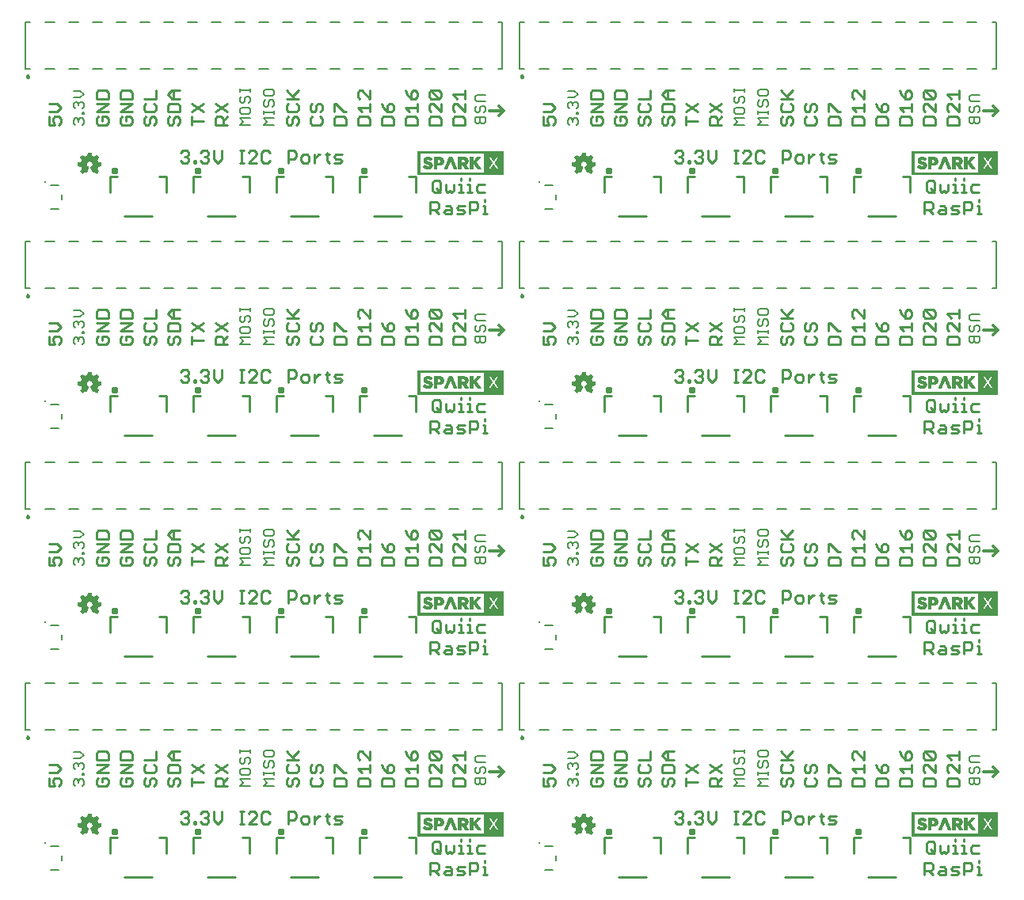
<source format=gto>
G75*
%MOIN*%
%OFA0B0*%
%FSLAX25Y25*%
%IPPOS*%
%LPD*%
%AMOC8*
5,1,8,0,0,1.08239X$1,22.5*
%
%ADD10C,0.00900*%
%ADD11C,0.00800*%
%ADD12C,0.01200*%
%ADD13C,0.00299*%
%ADD14C,0.01000*%
%ADD15C,0.01575*%
%ADD16C,0.00039*%
%ADD17C,0.01000*%
D10*
X0115779Y0058783D02*
X0118331Y0058783D01*
X0117480Y0060485D01*
X0117480Y0061336D01*
X0118331Y0062186D01*
X0120033Y0062186D01*
X0120883Y0061336D01*
X0120883Y0059634D01*
X0120033Y0058783D01*
X0115779Y0058783D02*
X0115779Y0062186D01*
X0115779Y0064308D02*
X0119182Y0064308D01*
X0120883Y0066009D01*
X0119182Y0067711D01*
X0115779Y0067711D01*
X0135779Y0067711D02*
X0140883Y0067711D01*
X0135779Y0064308D01*
X0140883Y0064308D01*
X0140033Y0062186D02*
X0138331Y0062186D01*
X0138331Y0060485D01*
X0136630Y0062186D02*
X0135779Y0061336D01*
X0135779Y0059634D01*
X0136630Y0058783D01*
X0140033Y0058783D01*
X0140883Y0059634D01*
X0140883Y0061336D01*
X0140033Y0062186D01*
X0145779Y0061336D02*
X0145779Y0059634D01*
X0146630Y0058783D01*
X0150033Y0058783D01*
X0150883Y0059634D01*
X0150883Y0061336D01*
X0150033Y0062186D01*
X0148331Y0062186D01*
X0148331Y0060485D01*
X0146630Y0062186D02*
X0145779Y0061336D01*
X0145779Y0064308D02*
X0150883Y0067711D01*
X0145779Y0067711D01*
X0145779Y0069833D02*
X0145779Y0072385D01*
X0146630Y0073236D01*
X0150033Y0073236D01*
X0150883Y0072385D01*
X0150883Y0069833D01*
X0145779Y0069833D01*
X0140883Y0069833D02*
X0140883Y0072385D01*
X0140033Y0073236D01*
X0136630Y0073236D01*
X0135779Y0072385D01*
X0135779Y0069833D01*
X0140883Y0069833D01*
X0145779Y0064308D02*
X0150883Y0064308D01*
X0155779Y0065159D02*
X0156630Y0064308D01*
X0160033Y0064308D01*
X0160883Y0065159D01*
X0160883Y0066860D01*
X0160033Y0067711D01*
X0160883Y0069833D02*
X0160883Y0073236D01*
X0160883Y0069833D02*
X0155779Y0069833D01*
X0156630Y0067711D02*
X0155779Y0066860D01*
X0155779Y0065159D01*
X0156630Y0062186D02*
X0155779Y0061336D01*
X0155779Y0059634D01*
X0156630Y0058783D01*
X0157480Y0058783D01*
X0158331Y0059634D01*
X0158331Y0061336D01*
X0159182Y0062186D01*
X0160033Y0062186D01*
X0160883Y0061336D01*
X0160883Y0059634D01*
X0160033Y0058783D01*
X0165779Y0059634D02*
X0166630Y0058783D01*
X0167480Y0058783D01*
X0168331Y0059634D01*
X0168331Y0061336D01*
X0169182Y0062186D01*
X0170033Y0062186D01*
X0170883Y0061336D01*
X0170883Y0059634D01*
X0170033Y0058783D01*
X0165779Y0059634D02*
X0165779Y0061336D01*
X0166630Y0062186D01*
X0165779Y0064308D02*
X0165779Y0066860D01*
X0166630Y0067711D01*
X0170033Y0067711D01*
X0170883Y0066860D01*
X0170883Y0064308D01*
X0165779Y0064308D01*
X0167480Y0069833D02*
X0165779Y0071534D01*
X0167480Y0073236D01*
X0170883Y0073236D01*
X0168331Y0073236D02*
X0168331Y0069833D01*
X0167480Y0069833D02*
X0170883Y0069833D01*
X0175779Y0067711D02*
X0180883Y0064308D01*
X0180883Y0067711D02*
X0175779Y0064308D01*
X0175779Y0062186D02*
X0175779Y0058783D01*
X0175779Y0060485D02*
X0180883Y0060485D01*
X0185779Y0061336D02*
X0186630Y0062186D01*
X0188331Y0062186D01*
X0189182Y0061336D01*
X0189182Y0058783D01*
X0190883Y0058783D02*
X0185779Y0058783D01*
X0185779Y0061336D01*
X0185779Y0064308D02*
X0190883Y0067711D01*
X0190883Y0064308D02*
X0185779Y0067711D01*
X0190883Y0062186D02*
X0189182Y0060485D01*
X0188508Y0047888D02*
X0188508Y0044485D01*
X0186807Y0042783D01*
X0185105Y0044485D01*
X0185105Y0047888D01*
X0182983Y0047037D02*
X0182983Y0046186D01*
X0182133Y0045336D01*
X0182983Y0044485D01*
X0182983Y0043634D01*
X0182133Y0042783D01*
X0180431Y0042783D01*
X0179580Y0043634D01*
X0177669Y0043634D02*
X0177669Y0042783D01*
X0176818Y0042783D01*
X0176818Y0043634D01*
X0177669Y0043634D01*
X0174696Y0043634D02*
X0173846Y0042783D01*
X0172144Y0042783D01*
X0171293Y0043634D01*
X0172995Y0045336D02*
X0173846Y0045336D01*
X0174696Y0044485D01*
X0174696Y0043634D01*
X0173846Y0045336D02*
X0174696Y0046186D01*
X0174696Y0047037D01*
X0173846Y0047888D01*
X0172144Y0047888D01*
X0171293Y0047037D01*
X0179580Y0047037D02*
X0180431Y0047888D01*
X0182133Y0047888D01*
X0182983Y0047037D01*
X0182133Y0045336D02*
X0181282Y0045336D01*
X0196155Y0047888D02*
X0197856Y0047888D01*
X0197005Y0047888D02*
X0197005Y0042783D01*
X0196155Y0042783D02*
X0197856Y0042783D01*
X0199838Y0042783D02*
X0203241Y0046186D01*
X0203241Y0047037D01*
X0202390Y0047888D01*
X0200689Y0047888D01*
X0199838Y0047037D01*
X0199838Y0042783D02*
X0203241Y0042783D01*
X0205363Y0043634D02*
X0206213Y0042783D01*
X0207915Y0042783D01*
X0208765Y0043634D01*
X0205363Y0043634D02*
X0205363Y0047037D01*
X0206213Y0047888D01*
X0207915Y0047888D01*
X0208765Y0047037D01*
X0216412Y0047888D02*
X0216412Y0042783D01*
X0216412Y0044485D02*
X0218964Y0044485D01*
X0219815Y0045336D01*
X0219815Y0047037D01*
X0218964Y0047888D01*
X0216412Y0047888D01*
X0221937Y0045336D02*
X0221937Y0043634D01*
X0222787Y0042783D01*
X0224489Y0042783D01*
X0225340Y0043634D01*
X0225340Y0045336D01*
X0224489Y0046186D01*
X0222787Y0046186D01*
X0221937Y0045336D01*
X0227461Y0046186D02*
X0227461Y0042783D01*
X0227461Y0044485D02*
X0229163Y0046186D01*
X0230014Y0046186D01*
X0232065Y0046186D02*
X0233767Y0046186D01*
X0232916Y0047037D02*
X0232916Y0043634D01*
X0233767Y0042783D01*
X0235748Y0042783D02*
X0238301Y0042783D01*
X0239151Y0043634D01*
X0238301Y0044485D01*
X0236599Y0044485D01*
X0235748Y0045336D01*
X0236599Y0046186D01*
X0239151Y0046186D01*
X0240883Y0058783D02*
X0235779Y0058783D01*
X0235779Y0061336D01*
X0236630Y0062186D01*
X0240033Y0062186D01*
X0240883Y0061336D01*
X0240883Y0058783D01*
X0245779Y0058783D02*
X0245779Y0061336D01*
X0246630Y0062186D01*
X0250033Y0062186D01*
X0250883Y0061336D01*
X0250883Y0058783D01*
X0245779Y0058783D01*
X0247480Y0064308D02*
X0245779Y0066009D01*
X0250883Y0066009D01*
X0250883Y0064308D02*
X0250883Y0067711D01*
X0250883Y0069833D02*
X0247480Y0073236D01*
X0246630Y0073236D01*
X0245779Y0072385D01*
X0245779Y0070683D01*
X0246630Y0069833D01*
X0250883Y0069833D02*
X0250883Y0073236D01*
X0255779Y0067711D02*
X0256630Y0066009D01*
X0258331Y0064308D01*
X0258331Y0066860D01*
X0259182Y0067711D01*
X0260033Y0067711D01*
X0260883Y0066860D01*
X0260883Y0065159D01*
X0260033Y0064308D01*
X0258331Y0064308D01*
X0256630Y0062186D02*
X0255779Y0061336D01*
X0255779Y0058783D01*
X0260883Y0058783D01*
X0260883Y0061336D01*
X0260033Y0062186D01*
X0256630Y0062186D01*
X0265779Y0061336D02*
X0265779Y0058783D01*
X0270883Y0058783D01*
X0270883Y0061336D01*
X0270033Y0062186D01*
X0266630Y0062186D01*
X0265779Y0061336D01*
X0267480Y0064308D02*
X0265779Y0066009D01*
X0270883Y0066009D01*
X0270883Y0064308D02*
X0270883Y0067711D01*
X0270033Y0069833D02*
X0270883Y0070683D01*
X0270883Y0072385D01*
X0270033Y0073236D01*
X0269182Y0073236D01*
X0268331Y0072385D01*
X0268331Y0069833D01*
X0270033Y0069833D01*
X0268331Y0069833D02*
X0266630Y0071534D01*
X0265779Y0073236D01*
X0275779Y0072385D02*
X0276630Y0073236D01*
X0280033Y0069833D01*
X0280883Y0070683D01*
X0280883Y0072385D01*
X0280033Y0073236D01*
X0276630Y0073236D01*
X0275779Y0072385D02*
X0275779Y0070683D01*
X0276630Y0069833D01*
X0280033Y0069833D01*
X0280883Y0067711D02*
X0280883Y0064308D01*
X0277480Y0067711D01*
X0276630Y0067711D01*
X0275779Y0066860D01*
X0275779Y0065159D01*
X0276630Y0064308D01*
X0276630Y0062186D02*
X0275779Y0061336D01*
X0275779Y0058783D01*
X0280883Y0058783D01*
X0280883Y0061336D01*
X0280033Y0062186D01*
X0276630Y0062186D01*
X0285779Y0061336D02*
X0285779Y0058783D01*
X0290883Y0058783D01*
X0290883Y0061336D01*
X0290033Y0062186D01*
X0286630Y0062186D01*
X0285779Y0061336D01*
X0286630Y0064308D02*
X0285779Y0065159D01*
X0285779Y0066860D01*
X0286630Y0067711D01*
X0287480Y0067711D01*
X0290883Y0064308D01*
X0290883Y0067711D01*
X0290883Y0069833D02*
X0290883Y0073236D01*
X0290883Y0071534D02*
X0285779Y0071534D01*
X0287480Y0069833D01*
X0289213Y0036238D02*
X0289213Y0035388D01*
X0289213Y0033686D02*
X0289213Y0030283D01*
X0288363Y0030283D02*
X0290064Y0030283D01*
X0292046Y0030283D02*
X0293747Y0030283D01*
X0292896Y0030283D02*
X0292896Y0033686D01*
X0292046Y0033686D01*
X0292896Y0035388D02*
X0292896Y0036238D01*
X0295729Y0032836D02*
X0295729Y0031134D01*
X0296580Y0030283D01*
X0299132Y0030283D01*
X0299342Y0027238D02*
X0299342Y0026388D01*
X0299342Y0024686D02*
X0299342Y0021283D01*
X0298491Y0021283D02*
X0300193Y0021283D01*
X0299342Y0024686D02*
X0298491Y0024686D01*
X0296369Y0023836D02*
X0295519Y0022985D01*
X0292966Y0022985D01*
X0292966Y0021283D02*
X0292966Y0026388D01*
X0295519Y0026388D01*
X0296369Y0025537D01*
X0296369Y0023836D01*
X0290845Y0024686D02*
X0288292Y0024686D01*
X0287442Y0023836D01*
X0288292Y0022985D01*
X0289994Y0022985D01*
X0290845Y0022134D01*
X0289994Y0021283D01*
X0287442Y0021283D01*
X0285320Y0021283D02*
X0285320Y0023836D01*
X0284469Y0024686D01*
X0282768Y0024686D01*
X0282768Y0022985D02*
X0285320Y0022985D01*
X0285320Y0021283D02*
X0282768Y0021283D01*
X0281917Y0022134D01*
X0282768Y0022985D01*
X0279795Y0023836D02*
X0278944Y0022985D01*
X0276392Y0022985D01*
X0276392Y0021283D02*
X0276392Y0026388D01*
X0278944Y0026388D01*
X0279795Y0025537D01*
X0279795Y0023836D01*
X0278094Y0022985D02*
X0279795Y0021283D01*
X0279865Y0030283D02*
X0278164Y0030283D01*
X0277313Y0031134D01*
X0277313Y0034537D01*
X0278164Y0035388D01*
X0279865Y0035388D01*
X0280716Y0034537D01*
X0280716Y0031134D01*
X0279865Y0030283D01*
X0280716Y0030283D02*
X0279015Y0031985D01*
X0282838Y0031134D02*
X0283689Y0030283D01*
X0284539Y0031134D01*
X0285390Y0030283D01*
X0286241Y0031134D01*
X0286241Y0033686D01*
X0288363Y0033686D02*
X0289213Y0033686D01*
X0282838Y0033686D02*
X0282838Y0031134D01*
X0295729Y0032836D02*
X0296580Y0033686D01*
X0299132Y0033686D01*
X0323779Y0058783D02*
X0326331Y0058783D01*
X0325480Y0060485D01*
X0325480Y0061336D01*
X0326331Y0062186D01*
X0328033Y0062186D01*
X0328883Y0061336D01*
X0328883Y0059634D01*
X0328033Y0058783D01*
X0323779Y0058783D02*
X0323779Y0062186D01*
X0323779Y0064308D02*
X0327182Y0064308D01*
X0328883Y0066009D01*
X0327182Y0067711D01*
X0323779Y0067711D01*
X0343779Y0067711D02*
X0348883Y0067711D01*
X0343779Y0064308D01*
X0348883Y0064308D01*
X0348033Y0062186D02*
X0346331Y0062186D01*
X0346331Y0060485D01*
X0344630Y0062186D02*
X0343779Y0061336D01*
X0343779Y0059634D01*
X0344630Y0058783D01*
X0348033Y0058783D01*
X0348883Y0059634D01*
X0348883Y0061336D01*
X0348033Y0062186D01*
X0353779Y0061336D02*
X0353779Y0059634D01*
X0354630Y0058783D01*
X0358033Y0058783D01*
X0358883Y0059634D01*
X0358883Y0061336D01*
X0358033Y0062186D01*
X0356331Y0062186D01*
X0356331Y0060485D01*
X0354630Y0062186D02*
X0353779Y0061336D01*
X0353779Y0064308D02*
X0358883Y0067711D01*
X0353779Y0067711D01*
X0353779Y0069833D02*
X0353779Y0072385D01*
X0354630Y0073236D01*
X0358033Y0073236D01*
X0358883Y0072385D01*
X0358883Y0069833D01*
X0353779Y0069833D01*
X0348883Y0069833D02*
X0348883Y0072385D01*
X0348033Y0073236D01*
X0344630Y0073236D01*
X0343779Y0072385D01*
X0343779Y0069833D01*
X0348883Y0069833D01*
X0353779Y0064308D02*
X0358883Y0064308D01*
X0363779Y0065159D02*
X0364630Y0064308D01*
X0368033Y0064308D01*
X0368883Y0065159D01*
X0368883Y0066860D01*
X0368033Y0067711D01*
X0368883Y0069833D02*
X0363779Y0069833D01*
X0364630Y0067711D02*
X0363779Y0066860D01*
X0363779Y0065159D01*
X0364630Y0062186D02*
X0363779Y0061336D01*
X0363779Y0059634D01*
X0364630Y0058783D01*
X0365480Y0058783D01*
X0366331Y0059634D01*
X0366331Y0061336D01*
X0367182Y0062186D01*
X0368033Y0062186D01*
X0368883Y0061336D01*
X0368883Y0059634D01*
X0368033Y0058783D01*
X0373779Y0059634D02*
X0374630Y0058783D01*
X0375480Y0058783D01*
X0376331Y0059634D01*
X0376331Y0061336D01*
X0377182Y0062186D01*
X0378033Y0062186D01*
X0378883Y0061336D01*
X0378883Y0059634D01*
X0378033Y0058783D01*
X0373779Y0059634D02*
X0373779Y0061336D01*
X0374630Y0062186D01*
X0373779Y0064308D02*
X0378883Y0064308D01*
X0378883Y0066860D01*
X0378033Y0067711D01*
X0374630Y0067711D01*
X0373779Y0066860D01*
X0373779Y0064308D01*
X0375480Y0069833D02*
X0373779Y0071534D01*
X0375480Y0073236D01*
X0378883Y0073236D01*
X0376331Y0073236D02*
X0376331Y0069833D01*
X0375480Y0069833D02*
X0378883Y0069833D01*
X0383779Y0067711D02*
X0388883Y0064308D01*
X0388883Y0067711D02*
X0383779Y0064308D01*
X0383779Y0062186D02*
X0383779Y0058783D01*
X0383779Y0060485D02*
X0388883Y0060485D01*
X0393779Y0061336D02*
X0394630Y0062186D01*
X0396331Y0062186D01*
X0397182Y0061336D01*
X0397182Y0058783D01*
X0398883Y0058783D02*
X0393779Y0058783D01*
X0393779Y0061336D01*
X0393779Y0064308D02*
X0398883Y0067711D01*
X0398883Y0064308D02*
X0393779Y0067711D01*
X0398883Y0062186D02*
X0397182Y0060485D01*
X0396508Y0047888D02*
X0396508Y0044485D01*
X0394807Y0042783D01*
X0393105Y0044485D01*
X0393105Y0047888D01*
X0390983Y0047037D02*
X0390983Y0046186D01*
X0390133Y0045336D01*
X0390983Y0044485D01*
X0390983Y0043634D01*
X0390133Y0042783D01*
X0388431Y0042783D01*
X0387580Y0043634D01*
X0385669Y0043634D02*
X0385669Y0042783D01*
X0384818Y0042783D01*
X0384818Y0043634D01*
X0385669Y0043634D01*
X0382696Y0043634D02*
X0381846Y0042783D01*
X0380144Y0042783D01*
X0379293Y0043634D01*
X0380995Y0045336D02*
X0381846Y0045336D01*
X0382696Y0044485D01*
X0382696Y0043634D01*
X0381846Y0045336D02*
X0382696Y0046186D01*
X0382696Y0047037D01*
X0381846Y0047888D01*
X0380144Y0047888D01*
X0379293Y0047037D01*
X0387580Y0047037D02*
X0388431Y0047888D01*
X0390133Y0047888D01*
X0390983Y0047037D01*
X0390133Y0045336D02*
X0389282Y0045336D01*
X0404155Y0047888D02*
X0405856Y0047888D01*
X0405005Y0047888D02*
X0405005Y0042783D01*
X0404155Y0042783D02*
X0405856Y0042783D01*
X0407838Y0042783D02*
X0411241Y0046186D01*
X0411241Y0047037D01*
X0410390Y0047888D01*
X0408689Y0047888D01*
X0407838Y0047037D01*
X0407838Y0042783D02*
X0411241Y0042783D01*
X0413363Y0043634D02*
X0413363Y0047037D01*
X0414213Y0047888D01*
X0415915Y0047888D01*
X0416765Y0047037D01*
X0416765Y0043634D02*
X0415915Y0042783D01*
X0414213Y0042783D01*
X0413363Y0043634D01*
X0424412Y0042783D02*
X0424412Y0047888D01*
X0426964Y0047888D01*
X0427815Y0047037D01*
X0427815Y0045336D01*
X0426964Y0044485D01*
X0424412Y0044485D01*
X0429937Y0045336D02*
X0429937Y0043634D01*
X0430787Y0042783D01*
X0432489Y0042783D01*
X0433340Y0043634D01*
X0433340Y0045336D01*
X0432489Y0046186D01*
X0430787Y0046186D01*
X0429937Y0045336D01*
X0435461Y0046186D02*
X0435461Y0042783D01*
X0435461Y0044485D02*
X0437163Y0046186D01*
X0438014Y0046186D01*
X0440065Y0046186D02*
X0441767Y0046186D01*
X0440916Y0047037D02*
X0440916Y0043634D01*
X0441767Y0042783D01*
X0443748Y0042783D02*
X0446301Y0042783D01*
X0447151Y0043634D01*
X0446301Y0044485D01*
X0444599Y0044485D01*
X0443748Y0045336D01*
X0444599Y0046186D01*
X0447151Y0046186D01*
X0448883Y0058783D02*
X0448883Y0061336D01*
X0448033Y0062186D01*
X0444630Y0062186D01*
X0443779Y0061336D01*
X0443779Y0058783D01*
X0448883Y0058783D01*
X0453779Y0058783D02*
X0453779Y0061336D01*
X0454630Y0062186D01*
X0458033Y0062186D01*
X0458883Y0061336D01*
X0458883Y0058783D01*
X0453779Y0058783D01*
X0455480Y0064308D02*
X0453779Y0066009D01*
X0458883Y0066009D01*
X0458883Y0064308D02*
X0458883Y0067711D01*
X0458883Y0069833D02*
X0455480Y0073236D01*
X0454630Y0073236D01*
X0453779Y0072385D01*
X0453779Y0070683D01*
X0454630Y0069833D01*
X0458883Y0069833D02*
X0458883Y0073236D01*
X0463779Y0067711D02*
X0464630Y0066009D01*
X0466331Y0064308D01*
X0466331Y0066860D01*
X0467182Y0067711D01*
X0468033Y0067711D01*
X0468883Y0066860D01*
X0468883Y0065159D01*
X0468033Y0064308D01*
X0466331Y0064308D01*
X0464630Y0062186D02*
X0463779Y0061336D01*
X0463779Y0058783D01*
X0468883Y0058783D01*
X0468883Y0061336D01*
X0468033Y0062186D01*
X0464630Y0062186D01*
X0473779Y0061336D02*
X0473779Y0058783D01*
X0478883Y0058783D01*
X0478883Y0061336D01*
X0478033Y0062186D01*
X0474630Y0062186D01*
X0473779Y0061336D01*
X0475480Y0064308D02*
X0473779Y0066009D01*
X0478883Y0066009D01*
X0478883Y0064308D02*
X0478883Y0067711D01*
X0478033Y0069833D02*
X0478883Y0070683D01*
X0478883Y0072385D01*
X0478033Y0073236D01*
X0477182Y0073236D01*
X0476331Y0072385D01*
X0476331Y0069833D01*
X0478033Y0069833D01*
X0476331Y0069833D02*
X0474630Y0071534D01*
X0473779Y0073236D01*
X0483779Y0072385D02*
X0484630Y0073236D01*
X0488033Y0069833D01*
X0488883Y0070683D01*
X0488883Y0072385D01*
X0488033Y0073236D01*
X0484630Y0073236D01*
X0483779Y0072385D02*
X0483779Y0070683D01*
X0484630Y0069833D01*
X0488033Y0069833D01*
X0488883Y0067711D02*
X0488883Y0064308D01*
X0485480Y0067711D01*
X0484630Y0067711D01*
X0483779Y0066860D01*
X0483779Y0065159D01*
X0484630Y0064308D01*
X0484630Y0062186D02*
X0483779Y0061336D01*
X0483779Y0058783D01*
X0488883Y0058783D01*
X0488883Y0061336D01*
X0488033Y0062186D01*
X0484630Y0062186D01*
X0493779Y0061336D02*
X0493779Y0058783D01*
X0498883Y0058783D01*
X0498883Y0061336D01*
X0498033Y0062186D01*
X0494630Y0062186D01*
X0493779Y0061336D01*
X0494630Y0064308D02*
X0493779Y0065159D01*
X0493779Y0066860D01*
X0494630Y0067711D01*
X0495480Y0067711D01*
X0498883Y0064308D01*
X0498883Y0067711D01*
X0498883Y0069833D02*
X0498883Y0073236D01*
X0498883Y0071534D02*
X0493779Y0071534D01*
X0495480Y0069833D01*
X0497213Y0036238D02*
X0497213Y0035388D01*
X0497213Y0033686D02*
X0497213Y0030283D01*
X0496363Y0030283D02*
X0498064Y0030283D01*
X0500046Y0030283D02*
X0501747Y0030283D01*
X0500896Y0030283D02*
X0500896Y0033686D01*
X0500046Y0033686D01*
X0500896Y0035388D02*
X0500896Y0036238D01*
X0503729Y0032836D02*
X0503729Y0031134D01*
X0504580Y0030283D01*
X0507132Y0030283D01*
X0507342Y0027238D02*
X0507342Y0026388D01*
X0507342Y0024686D02*
X0507342Y0021283D01*
X0506491Y0021283D02*
X0508193Y0021283D01*
X0507342Y0024686D02*
X0506491Y0024686D01*
X0504369Y0023836D02*
X0503519Y0022985D01*
X0500966Y0022985D01*
X0500966Y0021283D02*
X0500966Y0026388D01*
X0503519Y0026388D01*
X0504369Y0025537D01*
X0504369Y0023836D01*
X0498845Y0024686D02*
X0496292Y0024686D01*
X0495442Y0023836D01*
X0496292Y0022985D01*
X0497994Y0022985D01*
X0498845Y0022134D01*
X0497994Y0021283D01*
X0495442Y0021283D01*
X0493320Y0021283D02*
X0490768Y0021283D01*
X0489917Y0022134D01*
X0490768Y0022985D01*
X0493320Y0022985D01*
X0493320Y0023836D02*
X0493320Y0021283D01*
X0493320Y0023836D02*
X0492469Y0024686D01*
X0490768Y0024686D01*
X0487795Y0023836D02*
X0486944Y0022985D01*
X0484392Y0022985D01*
X0484392Y0021283D02*
X0484392Y0026388D01*
X0486944Y0026388D01*
X0487795Y0025537D01*
X0487795Y0023836D01*
X0486094Y0022985D02*
X0487795Y0021283D01*
X0487865Y0030283D02*
X0486164Y0030283D01*
X0485313Y0031134D01*
X0485313Y0034537D01*
X0486164Y0035388D01*
X0487865Y0035388D01*
X0488716Y0034537D01*
X0488716Y0031134D01*
X0487865Y0030283D01*
X0488716Y0030283D02*
X0487015Y0031985D01*
X0490838Y0031134D02*
X0491689Y0030283D01*
X0492539Y0031134D01*
X0493390Y0030283D01*
X0494241Y0031134D01*
X0494241Y0033686D01*
X0496363Y0033686D02*
X0497213Y0033686D01*
X0490838Y0033686D02*
X0490838Y0031134D01*
X0503729Y0032836D02*
X0504580Y0033686D01*
X0507132Y0033686D01*
X0448883Y0064308D02*
X0448033Y0064308D01*
X0444630Y0067711D01*
X0443779Y0067711D01*
X0443779Y0064308D01*
X0438883Y0065159D02*
X0438033Y0064308D01*
X0438883Y0065159D02*
X0438883Y0066860D01*
X0438033Y0067711D01*
X0437182Y0067711D01*
X0436331Y0066860D01*
X0436331Y0065159D01*
X0435480Y0064308D01*
X0434630Y0064308D01*
X0433779Y0065159D01*
X0433779Y0066860D01*
X0434630Y0067711D01*
X0434630Y0062186D02*
X0433779Y0061336D01*
X0433779Y0059634D01*
X0434630Y0058783D01*
X0438033Y0058783D01*
X0438883Y0059634D01*
X0438883Y0061336D01*
X0438033Y0062186D01*
X0428883Y0061336D02*
X0428883Y0059634D01*
X0428033Y0058783D01*
X0426331Y0059634D02*
X0426331Y0061336D01*
X0427182Y0062186D01*
X0428033Y0062186D01*
X0428883Y0061336D01*
X0426331Y0059634D02*
X0425480Y0058783D01*
X0424630Y0058783D01*
X0423779Y0059634D01*
X0423779Y0061336D01*
X0424630Y0062186D01*
X0424630Y0064308D02*
X0428033Y0064308D01*
X0428883Y0065159D01*
X0428883Y0066860D01*
X0428033Y0067711D01*
X0428883Y0069833D02*
X0423779Y0069833D01*
X0424630Y0067711D02*
X0423779Y0066860D01*
X0423779Y0065159D01*
X0424630Y0064308D01*
X0427182Y0069833D02*
X0423779Y0073236D01*
X0426331Y0070683D02*
X0428883Y0073236D01*
X0368883Y0073236D02*
X0368883Y0069833D01*
X0300193Y0114283D02*
X0298491Y0114283D01*
X0299342Y0114283D02*
X0299342Y0117686D01*
X0298491Y0117686D01*
X0299342Y0119388D02*
X0299342Y0120238D01*
X0299132Y0123283D02*
X0296580Y0123283D01*
X0295729Y0124134D01*
X0295729Y0125836D01*
X0296580Y0126686D01*
X0299132Y0126686D01*
X0292896Y0126686D02*
X0292896Y0123283D01*
X0292046Y0123283D02*
X0293747Y0123283D01*
X0292896Y0126686D02*
X0292046Y0126686D01*
X0292896Y0128388D02*
X0292896Y0129238D01*
X0289213Y0129238D02*
X0289213Y0128388D01*
X0289213Y0126686D02*
X0289213Y0123283D01*
X0288363Y0123283D02*
X0290064Y0123283D01*
X0289213Y0126686D02*
X0288363Y0126686D01*
X0286241Y0126686D02*
X0286241Y0124134D01*
X0285390Y0123283D01*
X0284539Y0124134D01*
X0283689Y0123283D01*
X0282838Y0124134D01*
X0282838Y0126686D01*
X0280716Y0127537D02*
X0280716Y0124134D01*
X0279865Y0123283D01*
X0278164Y0123283D01*
X0277313Y0124134D01*
X0277313Y0127537D01*
X0278164Y0128388D01*
X0279865Y0128388D01*
X0280716Y0127537D01*
X0279015Y0124985D02*
X0280716Y0123283D01*
X0278944Y0119388D02*
X0279795Y0118537D01*
X0279795Y0116836D01*
X0278944Y0115985D01*
X0276392Y0115985D01*
X0276392Y0114283D02*
X0276392Y0119388D01*
X0278944Y0119388D01*
X0278094Y0115985D02*
X0279795Y0114283D01*
X0281917Y0115134D02*
X0282768Y0115985D01*
X0285320Y0115985D01*
X0285320Y0116836D02*
X0285320Y0114283D01*
X0282768Y0114283D01*
X0281917Y0115134D01*
X0282768Y0117686D02*
X0284469Y0117686D01*
X0285320Y0116836D01*
X0287442Y0116836D02*
X0288292Y0117686D01*
X0290845Y0117686D01*
X0289994Y0115985D02*
X0288292Y0115985D01*
X0287442Y0116836D01*
X0287442Y0114283D02*
X0289994Y0114283D01*
X0290845Y0115134D01*
X0289994Y0115985D01*
X0292966Y0115985D02*
X0295519Y0115985D01*
X0296369Y0116836D01*
X0296369Y0118537D01*
X0295519Y0119388D01*
X0292966Y0119388D01*
X0292966Y0114283D01*
X0290883Y0151783D02*
X0285779Y0151783D01*
X0285779Y0154336D01*
X0286630Y0155186D01*
X0290033Y0155186D01*
X0290883Y0154336D01*
X0290883Y0151783D01*
X0290883Y0157308D02*
X0287480Y0160711D01*
X0286630Y0160711D01*
X0285779Y0159860D01*
X0285779Y0158159D01*
X0286630Y0157308D01*
X0290883Y0157308D02*
X0290883Y0160711D01*
X0290883Y0162833D02*
X0290883Y0166236D01*
X0290883Y0164534D02*
X0285779Y0164534D01*
X0287480Y0162833D01*
X0280883Y0163683D02*
X0280883Y0165385D01*
X0280033Y0166236D01*
X0276630Y0166236D01*
X0280033Y0162833D01*
X0280883Y0163683D01*
X0280033Y0162833D02*
X0276630Y0162833D01*
X0275779Y0163683D01*
X0275779Y0165385D01*
X0276630Y0166236D01*
X0276630Y0160711D02*
X0275779Y0159860D01*
X0275779Y0158159D01*
X0276630Y0157308D01*
X0276630Y0155186D02*
X0275779Y0154336D01*
X0275779Y0151783D01*
X0280883Y0151783D01*
X0280883Y0154336D01*
X0280033Y0155186D01*
X0276630Y0155186D01*
X0280883Y0157308D02*
X0277480Y0160711D01*
X0276630Y0160711D01*
X0280883Y0160711D02*
X0280883Y0157308D01*
X0270883Y0157308D02*
X0270883Y0160711D01*
X0270883Y0159009D02*
X0265779Y0159009D01*
X0267480Y0157308D01*
X0266630Y0155186D02*
X0265779Y0154336D01*
X0265779Y0151783D01*
X0270883Y0151783D01*
X0270883Y0154336D01*
X0270033Y0155186D01*
X0266630Y0155186D01*
X0260883Y0154336D02*
X0260883Y0151783D01*
X0255779Y0151783D01*
X0255779Y0154336D01*
X0256630Y0155186D01*
X0260033Y0155186D01*
X0260883Y0154336D01*
X0260033Y0157308D02*
X0260883Y0158159D01*
X0260883Y0159860D01*
X0260033Y0160711D01*
X0259182Y0160711D01*
X0258331Y0159860D01*
X0258331Y0157308D01*
X0260033Y0157308D01*
X0258331Y0157308D02*
X0256630Y0159009D01*
X0255779Y0160711D01*
X0250883Y0160711D02*
X0250883Y0157308D01*
X0250883Y0159009D02*
X0245779Y0159009D01*
X0247480Y0157308D01*
X0246630Y0155186D02*
X0245779Y0154336D01*
X0245779Y0151783D01*
X0250883Y0151783D01*
X0250883Y0154336D01*
X0250033Y0155186D01*
X0246630Y0155186D01*
X0240883Y0154336D02*
X0240883Y0151783D01*
X0235779Y0151783D01*
X0235779Y0154336D01*
X0236630Y0155186D01*
X0240033Y0155186D01*
X0240883Y0154336D01*
X0240883Y0157308D02*
X0240033Y0157308D01*
X0236630Y0160711D01*
X0235779Y0160711D01*
X0235779Y0157308D01*
X0230883Y0158159D02*
X0230033Y0157308D01*
X0230883Y0158159D02*
X0230883Y0159860D01*
X0230033Y0160711D01*
X0229182Y0160711D01*
X0228331Y0159860D01*
X0228331Y0158159D01*
X0227480Y0157308D01*
X0226630Y0157308D01*
X0225779Y0158159D01*
X0225779Y0159860D01*
X0226630Y0160711D01*
X0226630Y0155186D02*
X0225779Y0154336D01*
X0225779Y0152634D01*
X0226630Y0151783D01*
X0230033Y0151783D01*
X0230883Y0152634D01*
X0230883Y0154336D01*
X0230033Y0155186D01*
X0220883Y0154336D02*
X0220883Y0152634D01*
X0220033Y0151783D01*
X0218331Y0152634D02*
X0218331Y0154336D01*
X0219182Y0155186D01*
X0220033Y0155186D01*
X0220883Y0154336D01*
X0218331Y0152634D02*
X0217480Y0151783D01*
X0216630Y0151783D01*
X0215779Y0152634D01*
X0215779Y0154336D01*
X0216630Y0155186D01*
X0216630Y0157308D02*
X0220033Y0157308D01*
X0220883Y0158159D01*
X0220883Y0159860D01*
X0220033Y0160711D01*
X0220883Y0162833D02*
X0215779Y0162833D01*
X0216630Y0160711D02*
X0215779Y0159860D01*
X0215779Y0158159D01*
X0216630Y0157308D01*
X0219182Y0162833D02*
X0215779Y0166236D01*
X0218331Y0163683D02*
X0220883Y0166236D01*
X0245779Y0165385D02*
X0245779Y0163683D01*
X0246630Y0162833D01*
X0245779Y0165385D02*
X0246630Y0166236D01*
X0247480Y0166236D01*
X0250883Y0162833D01*
X0250883Y0166236D01*
X0265779Y0166236D02*
X0266630Y0164534D01*
X0268331Y0162833D01*
X0268331Y0165385D01*
X0269182Y0166236D01*
X0270033Y0166236D01*
X0270883Y0165385D01*
X0270883Y0163683D01*
X0270033Y0162833D01*
X0268331Y0162833D01*
X0239151Y0139186D02*
X0236599Y0139186D01*
X0235748Y0138336D01*
X0236599Y0137485D01*
X0238301Y0137485D01*
X0239151Y0136634D01*
X0238301Y0135783D01*
X0235748Y0135783D01*
X0233767Y0135783D02*
X0232916Y0136634D01*
X0232916Y0140037D01*
X0232065Y0139186D02*
X0233767Y0139186D01*
X0230014Y0139186D02*
X0229163Y0139186D01*
X0227461Y0137485D01*
X0227461Y0139186D02*
X0227461Y0135783D01*
X0225340Y0136634D02*
X0225340Y0138336D01*
X0224489Y0139186D01*
X0222787Y0139186D01*
X0221937Y0138336D01*
X0221937Y0136634D01*
X0222787Y0135783D01*
X0224489Y0135783D01*
X0225340Y0136634D01*
X0219815Y0138336D02*
X0218964Y0137485D01*
X0216412Y0137485D01*
X0216412Y0135783D02*
X0216412Y0140888D01*
X0218964Y0140888D01*
X0219815Y0140037D01*
X0219815Y0138336D01*
X0208765Y0140037D02*
X0207915Y0140888D01*
X0206213Y0140888D01*
X0205363Y0140037D01*
X0205363Y0136634D01*
X0206213Y0135783D01*
X0207915Y0135783D01*
X0208765Y0136634D01*
X0203241Y0135783D02*
X0199838Y0135783D01*
X0203241Y0139186D01*
X0203241Y0140037D01*
X0202390Y0140888D01*
X0200689Y0140888D01*
X0199838Y0140037D01*
X0197856Y0140888D02*
X0196155Y0140888D01*
X0197005Y0140888D02*
X0197005Y0135783D01*
X0196155Y0135783D02*
X0197856Y0135783D01*
X0188508Y0137485D02*
X0188508Y0140888D01*
X0185105Y0140888D02*
X0185105Y0137485D01*
X0186807Y0135783D01*
X0188508Y0137485D01*
X0182983Y0137485D02*
X0182983Y0136634D01*
X0182133Y0135783D01*
X0180431Y0135783D01*
X0179580Y0136634D01*
X0177669Y0136634D02*
X0177669Y0135783D01*
X0176818Y0135783D01*
X0176818Y0136634D01*
X0177669Y0136634D01*
X0174696Y0136634D02*
X0173846Y0135783D01*
X0172144Y0135783D01*
X0171293Y0136634D01*
X0172995Y0138336D02*
X0173846Y0138336D01*
X0174696Y0137485D01*
X0174696Y0136634D01*
X0173846Y0138336D02*
X0174696Y0139186D01*
X0174696Y0140037D01*
X0173846Y0140888D01*
X0172144Y0140888D01*
X0171293Y0140037D01*
X0179580Y0140037D02*
X0180431Y0140888D01*
X0182133Y0140888D01*
X0182983Y0140037D01*
X0182983Y0139186D01*
X0182133Y0138336D01*
X0182983Y0137485D01*
X0182133Y0138336D02*
X0181282Y0138336D01*
X0185779Y0151783D02*
X0185779Y0154336D01*
X0186630Y0155186D01*
X0188331Y0155186D01*
X0189182Y0154336D01*
X0189182Y0151783D01*
X0190883Y0151783D02*
X0185779Y0151783D01*
X0189182Y0153485D02*
X0190883Y0155186D01*
X0190883Y0157308D02*
X0185779Y0160711D01*
X0185779Y0157308D02*
X0190883Y0160711D01*
X0180883Y0160711D02*
X0175779Y0157308D01*
X0175779Y0155186D02*
X0175779Y0151783D01*
X0175779Y0153485D02*
X0180883Y0153485D01*
X0180883Y0157308D02*
X0175779Y0160711D01*
X0170883Y0159860D02*
X0170883Y0157308D01*
X0165779Y0157308D01*
X0165779Y0159860D01*
X0166630Y0160711D01*
X0170033Y0160711D01*
X0170883Y0159860D01*
X0170883Y0162833D02*
X0167480Y0162833D01*
X0165779Y0164534D01*
X0167480Y0166236D01*
X0170883Y0166236D01*
X0168331Y0166236D02*
X0168331Y0162833D01*
X0160883Y0162833D02*
X0160883Y0166236D01*
X0160883Y0162833D02*
X0155779Y0162833D01*
X0156630Y0160711D02*
X0155779Y0159860D01*
X0155779Y0158159D01*
X0156630Y0157308D01*
X0160033Y0157308D01*
X0160883Y0158159D01*
X0160883Y0159860D01*
X0160033Y0160711D01*
X0160033Y0155186D02*
X0160883Y0154336D01*
X0160883Y0152634D01*
X0160033Y0151783D01*
X0158331Y0152634D02*
X0158331Y0154336D01*
X0159182Y0155186D01*
X0160033Y0155186D01*
X0158331Y0152634D02*
X0157480Y0151783D01*
X0156630Y0151783D01*
X0155779Y0152634D01*
X0155779Y0154336D01*
X0156630Y0155186D01*
X0150883Y0154336D02*
X0150883Y0152634D01*
X0150033Y0151783D01*
X0146630Y0151783D01*
X0145779Y0152634D01*
X0145779Y0154336D01*
X0146630Y0155186D01*
X0148331Y0155186D02*
X0148331Y0153485D01*
X0148331Y0155186D02*
X0150033Y0155186D01*
X0150883Y0154336D01*
X0150883Y0157308D02*
X0145779Y0157308D01*
X0150883Y0160711D01*
X0145779Y0160711D01*
X0145779Y0162833D02*
X0145779Y0165385D01*
X0146630Y0166236D01*
X0150033Y0166236D01*
X0150883Y0165385D01*
X0150883Y0162833D01*
X0145779Y0162833D01*
X0140883Y0162833D02*
X0140883Y0165385D01*
X0140033Y0166236D01*
X0136630Y0166236D01*
X0135779Y0165385D01*
X0135779Y0162833D01*
X0140883Y0162833D01*
X0140883Y0160711D02*
X0135779Y0160711D01*
X0135779Y0157308D02*
X0140883Y0160711D01*
X0140883Y0157308D02*
X0135779Y0157308D01*
X0136630Y0155186D02*
X0135779Y0154336D01*
X0135779Y0152634D01*
X0136630Y0151783D01*
X0140033Y0151783D01*
X0140883Y0152634D01*
X0140883Y0154336D01*
X0140033Y0155186D01*
X0138331Y0155186D01*
X0138331Y0153485D01*
X0120883Y0154336D02*
X0120883Y0152634D01*
X0120033Y0151783D01*
X0118331Y0151783D02*
X0117480Y0153485D01*
X0117480Y0154336D01*
X0118331Y0155186D01*
X0120033Y0155186D01*
X0120883Y0154336D01*
X0119182Y0157308D02*
X0120883Y0159009D01*
X0119182Y0160711D01*
X0115779Y0160711D01*
X0115779Y0157308D02*
X0119182Y0157308D01*
X0115779Y0155186D02*
X0115779Y0151783D01*
X0118331Y0151783D01*
X0165779Y0152634D02*
X0166630Y0151783D01*
X0167480Y0151783D01*
X0168331Y0152634D01*
X0168331Y0154336D01*
X0169182Y0155186D01*
X0170033Y0155186D01*
X0170883Y0154336D01*
X0170883Y0152634D01*
X0170033Y0151783D01*
X0165779Y0152634D02*
X0165779Y0154336D01*
X0166630Y0155186D01*
X0172144Y0228783D02*
X0171293Y0229634D01*
X0172144Y0228783D02*
X0173846Y0228783D01*
X0174696Y0229634D01*
X0174696Y0230485D01*
X0173846Y0231336D01*
X0172995Y0231336D01*
X0173846Y0231336D02*
X0174696Y0232186D01*
X0174696Y0233037D01*
X0173846Y0233888D01*
X0172144Y0233888D01*
X0171293Y0233037D01*
X0176818Y0229634D02*
X0176818Y0228783D01*
X0177669Y0228783D01*
X0177669Y0229634D01*
X0176818Y0229634D01*
X0179580Y0229634D02*
X0180431Y0228783D01*
X0182133Y0228783D01*
X0182983Y0229634D01*
X0182983Y0230485D01*
X0182133Y0231336D01*
X0181282Y0231336D01*
X0182133Y0231336D02*
X0182983Y0232186D01*
X0182983Y0233037D01*
X0182133Y0233888D01*
X0180431Y0233888D01*
X0179580Y0233037D01*
X0185105Y0233888D02*
X0185105Y0230485D01*
X0186807Y0228783D01*
X0188508Y0230485D01*
X0188508Y0233888D01*
X0196155Y0233888D02*
X0197856Y0233888D01*
X0197005Y0233888D02*
X0197005Y0228783D01*
X0196155Y0228783D02*
X0197856Y0228783D01*
X0199838Y0228783D02*
X0203241Y0232186D01*
X0203241Y0233037D01*
X0202390Y0233888D01*
X0200689Y0233888D01*
X0199838Y0233037D01*
X0199838Y0228783D02*
X0203241Y0228783D01*
X0205363Y0229634D02*
X0206213Y0228783D01*
X0207915Y0228783D01*
X0208765Y0229634D01*
X0205363Y0229634D02*
X0205363Y0233037D01*
X0206213Y0233888D01*
X0207915Y0233888D01*
X0208765Y0233037D01*
X0216412Y0233888D02*
X0216412Y0228783D01*
X0216412Y0230485D02*
X0218964Y0230485D01*
X0219815Y0231336D01*
X0219815Y0233037D01*
X0218964Y0233888D01*
X0216412Y0233888D01*
X0221937Y0231336D02*
X0221937Y0229634D01*
X0222787Y0228783D01*
X0224489Y0228783D01*
X0225340Y0229634D01*
X0225340Y0231336D01*
X0224489Y0232186D01*
X0222787Y0232186D01*
X0221937Y0231336D01*
X0227461Y0232186D02*
X0227461Y0228783D01*
X0227461Y0230485D02*
X0229163Y0232186D01*
X0230014Y0232186D01*
X0232065Y0232186D02*
X0233767Y0232186D01*
X0232916Y0233037D02*
X0232916Y0229634D01*
X0233767Y0228783D01*
X0235748Y0228783D02*
X0238301Y0228783D01*
X0239151Y0229634D01*
X0238301Y0230485D01*
X0236599Y0230485D01*
X0235748Y0231336D01*
X0236599Y0232186D01*
X0239151Y0232186D01*
X0240883Y0244783D02*
X0235779Y0244783D01*
X0235779Y0247336D01*
X0236630Y0248186D01*
X0240033Y0248186D01*
X0240883Y0247336D01*
X0240883Y0244783D01*
X0245779Y0244783D02*
X0245779Y0247336D01*
X0246630Y0248186D01*
X0250033Y0248186D01*
X0250883Y0247336D01*
X0250883Y0244783D01*
X0245779Y0244783D01*
X0247480Y0250308D02*
X0245779Y0252009D01*
X0250883Y0252009D01*
X0250883Y0250308D02*
X0250883Y0253711D01*
X0250883Y0255833D02*
X0247480Y0259236D01*
X0246630Y0259236D01*
X0245779Y0258385D01*
X0245779Y0256683D01*
X0246630Y0255833D01*
X0250883Y0255833D02*
X0250883Y0259236D01*
X0255779Y0253711D02*
X0256630Y0252009D01*
X0258331Y0250308D01*
X0258331Y0252860D01*
X0259182Y0253711D01*
X0260033Y0253711D01*
X0260883Y0252860D01*
X0260883Y0251159D01*
X0260033Y0250308D01*
X0258331Y0250308D01*
X0256630Y0248186D02*
X0255779Y0247336D01*
X0255779Y0244783D01*
X0260883Y0244783D01*
X0260883Y0247336D01*
X0260033Y0248186D01*
X0256630Y0248186D01*
X0265779Y0247336D02*
X0265779Y0244783D01*
X0270883Y0244783D01*
X0270883Y0247336D01*
X0270033Y0248186D01*
X0266630Y0248186D01*
X0265779Y0247336D01*
X0267480Y0250308D02*
X0265779Y0252009D01*
X0270883Y0252009D01*
X0270883Y0250308D02*
X0270883Y0253711D01*
X0270033Y0255833D02*
X0270883Y0256683D01*
X0270883Y0258385D01*
X0270033Y0259236D01*
X0269182Y0259236D01*
X0268331Y0258385D01*
X0268331Y0255833D01*
X0270033Y0255833D01*
X0268331Y0255833D02*
X0266630Y0257534D01*
X0265779Y0259236D01*
X0275779Y0258385D02*
X0276630Y0259236D01*
X0280033Y0255833D01*
X0280883Y0256683D01*
X0280883Y0258385D01*
X0280033Y0259236D01*
X0276630Y0259236D01*
X0275779Y0258385D02*
X0275779Y0256683D01*
X0276630Y0255833D01*
X0280033Y0255833D01*
X0280883Y0253711D02*
X0280883Y0250308D01*
X0277480Y0253711D01*
X0276630Y0253711D01*
X0275779Y0252860D01*
X0275779Y0251159D01*
X0276630Y0250308D01*
X0276630Y0248186D02*
X0275779Y0247336D01*
X0275779Y0244783D01*
X0280883Y0244783D01*
X0280883Y0247336D01*
X0280033Y0248186D01*
X0276630Y0248186D01*
X0285779Y0247336D02*
X0285779Y0244783D01*
X0290883Y0244783D01*
X0290883Y0247336D01*
X0290033Y0248186D01*
X0286630Y0248186D01*
X0285779Y0247336D01*
X0286630Y0250308D02*
X0285779Y0251159D01*
X0285779Y0252860D01*
X0286630Y0253711D01*
X0287480Y0253711D01*
X0290883Y0250308D01*
X0290883Y0253711D01*
X0290883Y0255833D02*
X0290883Y0259236D01*
X0290883Y0257534D02*
X0285779Y0257534D01*
X0287480Y0255833D01*
X0323779Y0253711D02*
X0327182Y0253711D01*
X0328883Y0252009D01*
X0327182Y0250308D01*
X0323779Y0250308D01*
X0323779Y0248186D02*
X0323779Y0244783D01*
X0326331Y0244783D01*
X0325480Y0246485D01*
X0325480Y0247336D01*
X0326331Y0248186D01*
X0328033Y0248186D01*
X0328883Y0247336D01*
X0328883Y0245634D01*
X0328033Y0244783D01*
X0343779Y0245634D02*
X0344630Y0244783D01*
X0348033Y0244783D01*
X0348883Y0245634D01*
X0348883Y0247336D01*
X0348033Y0248186D01*
X0346331Y0248186D01*
X0346331Y0246485D01*
X0344630Y0248186D02*
X0343779Y0247336D01*
X0343779Y0245634D01*
X0343779Y0250308D02*
X0348883Y0253711D01*
X0343779Y0253711D01*
X0343779Y0255833D02*
X0343779Y0258385D01*
X0344630Y0259236D01*
X0348033Y0259236D01*
X0348883Y0258385D01*
X0348883Y0255833D01*
X0343779Y0255833D01*
X0343779Y0250308D02*
X0348883Y0250308D01*
X0353779Y0250308D02*
X0358883Y0253711D01*
X0353779Y0253711D01*
X0353779Y0255833D02*
X0353779Y0258385D01*
X0354630Y0259236D01*
X0358033Y0259236D01*
X0358883Y0258385D01*
X0358883Y0255833D01*
X0353779Y0255833D01*
X0353779Y0250308D02*
X0358883Y0250308D01*
X0358033Y0248186D02*
X0356331Y0248186D01*
X0356331Y0246485D01*
X0354630Y0248186D02*
X0353779Y0247336D01*
X0353779Y0245634D01*
X0354630Y0244783D01*
X0358033Y0244783D01*
X0358883Y0245634D01*
X0358883Y0247336D01*
X0358033Y0248186D01*
X0363779Y0247336D02*
X0363779Y0245634D01*
X0364630Y0244783D01*
X0365480Y0244783D01*
X0366331Y0245634D01*
X0366331Y0247336D01*
X0367182Y0248186D01*
X0368033Y0248186D01*
X0368883Y0247336D01*
X0368883Y0245634D01*
X0368033Y0244783D01*
X0364630Y0248186D02*
X0363779Y0247336D01*
X0364630Y0250308D02*
X0368033Y0250308D01*
X0368883Y0251159D01*
X0368883Y0252860D01*
X0368033Y0253711D01*
X0368883Y0255833D02*
X0363779Y0255833D01*
X0364630Y0253711D02*
X0363779Y0252860D01*
X0363779Y0251159D01*
X0364630Y0250308D01*
X0368883Y0255833D02*
X0368883Y0259236D01*
X0373779Y0257534D02*
X0375480Y0259236D01*
X0378883Y0259236D01*
X0376331Y0259236D02*
X0376331Y0255833D01*
X0375480Y0255833D02*
X0373779Y0257534D01*
X0375480Y0255833D02*
X0378883Y0255833D01*
X0378033Y0253711D02*
X0374630Y0253711D01*
X0373779Y0252860D01*
X0373779Y0250308D01*
X0378883Y0250308D01*
X0378883Y0252860D01*
X0378033Y0253711D01*
X0378033Y0248186D02*
X0378883Y0247336D01*
X0378883Y0245634D01*
X0378033Y0244783D01*
X0376331Y0245634D02*
X0376331Y0247336D01*
X0377182Y0248186D01*
X0378033Y0248186D01*
X0376331Y0245634D02*
X0375480Y0244783D01*
X0374630Y0244783D01*
X0373779Y0245634D01*
X0373779Y0247336D01*
X0374630Y0248186D01*
X0383779Y0248186D02*
X0383779Y0244783D01*
X0383779Y0246485D02*
X0388883Y0246485D01*
X0388883Y0250308D02*
X0383779Y0253711D01*
X0383779Y0250308D02*
X0388883Y0253711D01*
X0393779Y0253711D02*
X0398883Y0250308D01*
X0398883Y0248186D02*
X0397182Y0246485D01*
X0397182Y0247336D02*
X0397182Y0244783D01*
X0398883Y0244783D02*
X0393779Y0244783D01*
X0393779Y0247336D01*
X0394630Y0248186D01*
X0396331Y0248186D01*
X0397182Y0247336D01*
X0393779Y0250308D02*
X0398883Y0253711D01*
X0396508Y0233888D02*
X0396508Y0230485D01*
X0394807Y0228783D01*
X0393105Y0230485D01*
X0393105Y0233888D01*
X0390983Y0233037D02*
X0390983Y0232186D01*
X0390133Y0231336D01*
X0390983Y0230485D01*
X0390983Y0229634D01*
X0390133Y0228783D01*
X0388431Y0228783D01*
X0387580Y0229634D01*
X0385669Y0229634D02*
X0385669Y0228783D01*
X0384818Y0228783D01*
X0384818Y0229634D01*
X0385669Y0229634D01*
X0382696Y0229634D02*
X0381846Y0228783D01*
X0380144Y0228783D01*
X0379293Y0229634D01*
X0380995Y0231336D02*
X0381846Y0231336D01*
X0382696Y0230485D01*
X0382696Y0229634D01*
X0381846Y0231336D02*
X0382696Y0232186D01*
X0382696Y0233037D01*
X0381846Y0233888D01*
X0380144Y0233888D01*
X0379293Y0233037D01*
X0387580Y0233037D02*
X0388431Y0233888D01*
X0390133Y0233888D01*
X0390983Y0233037D01*
X0390133Y0231336D02*
X0389282Y0231336D01*
X0404155Y0233888D02*
X0405856Y0233888D01*
X0405005Y0233888D02*
X0405005Y0228783D01*
X0404155Y0228783D02*
X0405856Y0228783D01*
X0407838Y0228783D02*
X0411241Y0232186D01*
X0411241Y0233037D01*
X0410390Y0233888D01*
X0408689Y0233888D01*
X0407838Y0233037D01*
X0407838Y0228783D02*
X0411241Y0228783D01*
X0413363Y0229634D02*
X0414213Y0228783D01*
X0415915Y0228783D01*
X0416765Y0229634D01*
X0413363Y0229634D02*
X0413363Y0233037D01*
X0414213Y0233888D01*
X0415915Y0233888D01*
X0416765Y0233037D01*
X0424412Y0233888D02*
X0424412Y0228783D01*
X0424412Y0230485D02*
X0426964Y0230485D01*
X0427815Y0231336D01*
X0427815Y0233037D01*
X0426964Y0233888D01*
X0424412Y0233888D01*
X0429937Y0231336D02*
X0429937Y0229634D01*
X0430787Y0228783D01*
X0432489Y0228783D01*
X0433340Y0229634D01*
X0433340Y0231336D01*
X0432489Y0232186D01*
X0430787Y0232186D01*
X0429937Y0231336D01*
X0435461Y0232186D02*
X0435461Y0228783D01*
X0435461Y0230485D02*
X0437163Y0232186D01*
X0438014Y0232186D01*
X0440065Y0232186D02*
X0441767Y0232186D01*
X0440916Y0233037D02*
X0440916Y0229634D01*
X0441767Y0228783D01*
X0443748Y0228783D02*
X0446301Y0228783D01*
X0447151Y0229634D01*
X0446301Y0230485D01*
X0444599Y0230485D01*
X0443748Y0231336D01*
X0444599Y0232186D01*
X0447151Y0232186D01*
X0448883Y0244783D02*
X0448883Y0247336D01*
X0448033Y0248186D01*
X0444630Y0248186D01*
X0443779Y0247336D01*
X0443779Y0244783D01*
X0448883Y0244783D01*
X0453779Y0244783D02*
X0453779Y0247336D01*
X0454630Y0248186D01*
X0458033Y0248186D01*
X0458883Y0247336D01*
X0458883Y0244783D01*
X0453779Y0244783D01*
X0455480Y0250308D02*
X0453779Y0252009D01*
X0458883Y0252009D01*
X0458883Y0250308D02*
X0458883Y0253711D01*
X0458883Y0255833D02*
X0455480Y0259236D01*
X0454630Y0259236D01*
X0453779Y0258385D01*
X0453779Y0256683D01*
X0454630Y0255833D01*
X0458883Y0255833D02*
X0458883Y0259236D01*
X0463779Y0253711D02*
X0464630Y0252009D01*
X0466331Y0250308D01*
X0466331Y0252860D01*
X0467182Y0253711D01*
X0468033Y0253711D01*
X0468883Y0252860D01*
X0468883Y0251159D01*
X0468033Y0250308D01*
X0466331Y0250308D01*
X0464630Y0248186D02*
X0463779Y0247336D01*
X0463779Y0244783D01*
X0468883Y0244783D01*
X0468883Y0247336D01*
X0468033Y0248186D01*
X0464630Y0248186D01*
X0473779Y0247336D02*
X0473779Y0244783D01*
X0478883Y0244783D01*
X0478883Y0247336D01*
X0478033Y0248186D01*
X0474630Y0248186D01*
X0473779Y0247336D01*
X0475480Y0250308D02*
X0473779Y0252009D01*
X0478883Y0252009D01*
X0478883Y0250308D02*
X0478883Y0253711D01*
X0478033Y0255833D02*
X0478883Y0256683D01*
X0478883Y0258385D01*
X0478033Y0259236D01*
X0477182Y0259236D01*
X0476331Y0258385D01*
X0476331Y0255833D01*
X0478033Y0255833D01*
X0476331Y0255833D02*
X0474630Y0257534D01*
X0473779Y0259236D01*
X0483779Y0258385D02*
X0484630Y0259236D01*
X0488033Y0255833D01*
X0488883Y0256683D01*
X0488883Y0258385D01*
X0488033Y0259236D01*
X0484630Y0259236D01*
X0483779Y0258385D02*
X0483779Y0256683D01*
X0484630Y0255833D01*
X0488033Y0255833D01*
X0488883Y0253711D02*
X0488883Y0250308D01*
X0485480Y0253711D01*
X0484630Y0253711D01*
X0483779Y0252860D01*
X0483779Y0251159D01*
X0484630Y0250308D01*
X0484630Y0248186D02*
X0483779Y0247336D01*
X0483779Y0244783D01*
X0488883Y0244783D01*
X0488883Y0247336D01*
X0488033Y0248186D01*
X0484630Y0248186D01*
X0493779Y0247336D02*
X0493779Y0244783D01*
X0498883Y0244783D01*
X0498883Y0247336D01*
X0498033Y0248186D01*
X0494630Y0248186D01*
X0493779Y0247336D01*
X0494630Y0250308D02*
X0493779Y0251159D01*
X0493779Y0252860D01*
X0494630Y0253711D01*
X0495480Y0253711D01*
X0498883Y0250308D01*
X0498883Y0253711D01*
X0498883Y0255833D02*
X0498883Y0259236D01*
X0498883Y0257534D02*
X0493779Y0257534D01*
X0495480Y0255833D01*
X0497213Y0222238D02*
X0497213Y0221388D01*
X0497213Y0219686D02*
X0497213Y0216283D01*
X0496363Y0216283D02*
X0498064Y0216283D01*
X0500046Y0216283D02*
X0501747Y0216283D01*
X0500896Y0216283D02*
X0500896Y0219686D01*
X0500046Y0219686D01*
X0500896Y0221388D02*
X0500896Y0222238D01*
X0503729Y0218836D02*
X0503729Y0217134D01*
X0504580Y0216283D01*
X0507132Y0216283D01*
X0507342Y0213238D02*
X0507342Y0212388D01*
X0507342Y0210686D02*
X0507342Y0207283D01*
X0506491Y0207283D02*
X0508193Y0207283D01*
X0507342Y0210686D02*
X0506491Y0210686D01*
X0504369Y0209836D02*
X0503519Y0208985D01*
X0500966Y0208985D01*
X0500966Y0207283D02*
X0500966Y0212388D01*
X0503519Y0212388D01*
X0504369Y0211537D01*
X0504369Y0209836D01*
X0498845Y0210686D02*
X0496292Y0210686D01*
X0495442Y0209836D01*
X0496292Y0208985D01*
X0497994Y0208985D01*
X0498845Y0208134D01*
X0497994Y0207283D01*
X0495442Y0207283D01*
X0493320Y0207283D02*
X0490768Y0207283D01*
X0489917Y0208134D01*
X0490768Y0208985D01*
X0493320Y0208985D01*
X0493320Y0209836D02*
X0493320Y0207283D01*
X0493320Y0209836D02*
X0492469Y0210686D01*
X0490768Y0210686D01*
X0487795Y0209836D02*
X0486944Y0208985D01*
X0484392Y0208985D01*
X0484392Y0207283D02*
X0484392Y0212388D01*
X0486944Y0212388D01*
X0487795Y0211537D01*
X0487795Y0209836D01*
X0486094Y0208985D02*
X0487795Y0207283D01*
X0487865Y0216283D02*
X0486164Y0216283D01*
X0485313Y0217134D01*
X0485313Y0220537D01*
X0486164Y0221388D01*
X0487865Y0221388D01*
X0488716Y0220537D01*
X0488716Y0217134D01*
X0487865Y0216283D01*
X0488716Y0216283D02*
X0487015Y0217985D01*
X0490838Y0217134D02*
X0490838Y0219686D01*
X0490838Y0217134D02*
X0491689Y0216283D01*
X0492539Y0217134D01*
X0493390Y0216283D01*
X0494241Y0217134D01*
X0494241Y0219686D01*
X0496363Y0219686D02*
X0497213Y0219686D01*
X0503729Y0218836D02*
X0504580Y0219686D01*
X0507132Y0219686D01*
X0498883Y0166236D02*
X0498883Y0162833D01*
X0498883Y0164534D02*
X0493779Y0164534D01*
X0495480Y0162833D01*
X0495480Y0160711D02*
X0494630Y0160711D01*
X0493779Y0159860D01*
X0493779Y0158159D01*
X0494630Y0157308D01*
X0494630Y0155186D02*
X0493779Y0154336D01*
X0493779Y0151783D01*
X0498883Y0151783D01*
X0498883Y0154336D01*
X0498033Y0155186D01*
X0494630Y0155186D01*
X0498883Y0157308D02*
X0495480Y0160711D01*
X0498883Y0160711D02*
X0498883Y0157308D01*
X0488883Y0157308D02*
X0488883Y0160711D01*
X0488033Y0162833D02*
X0484630Y0166236D01*
X0488033Y0166236D01*
X0488883Y0165385D01*
X0488883Y0163683D01*
X0488033Y0162833D01*
X0484630Y0162833D01*
X0483779Y0163683D01*
X0483779Y0165385D01*
X0484630Y0166236D01*
X0484630Y0160711D02*
X0483779Y0159860D01*
X0483779Y0158159D01*
X0484630Y0157308D01*
X0484630Y0155186D02*
X0483779Y0154336D01*
X0483779Y0151783D01*
X0488883Y0151783D01*
X0488883Y0154336D01*
X0488033Y0155186D01*
X0484630Y0155186D01*
X0488883Y0157308D02*
X0485480Y0160711D01*
X0484630Y0160711D01*
X0478883Y0160711D02*
X0478883Y0157308D01*
X0478883Y0159009D02*
X0473779Y0159009D01*
X0475480Y0157308D01*
X0474630Y0155186D02*
X0473779Y0154336D01*
X0473779Y0151783D01*
X0478883Y0151783D01*
X0478883Y0154336D01*
X0478033Y0155186D01*
X0474630Y0155186D01*
X0468883Y0154336D02*
X0468883Y0151783D01*
X0463779Y0151783D01*
X0463779Y0154336D01*
X0464630Y0155186D01*
X0468033Y0155186D01*
X0468883Y0154336D01*
X0468033Y0157308D02*
X0468883Y0158159D01*
X0468883Y0159860D01*
X0468033Y0160711D01*
X0467182Y0160711D01*
X0466331Y0159860D01*
X0466331Y0157308D01*
X0468033Y0157308D01*
X0466331Y0157308D02*
X0464630Y0159009D01*
X0463779Y0160711D01*
X0458883Y0160711D02*
X0458883Y0157308D01*
X0458883Y0159009D02*
X0453779Y0159009D01*
X0455480Y0157308D01*
X0454630Y0155186D02*
X0453779Y0154336D01*
X0453779Y0151783D01*
X0458883Y0151783D01*
X0458883Y0154336D01*
X0458033Y0155186D01*
X0454630Y0155186D01*
X0448883Y0154336D02*
X0448883Y0151783D01*
X0443779Y0151783D01*
X0443779Y0154336D01*
X0444630Y0155186D01*
X0448033Y0155186D01*
X0448883Y0154336D01*
X0448883Y0157308D02*
X0448033Y0157308D01*
X0444630Y0160711D01*
X0443779Y0160711D01*
X0443779Y0157308D01*
X0438883Y0158159D02*
X0438883Y0159860D01*
X0438033Y0160711D01*
X0437182Y0160711D01*
X0436331Y0159860D01*
X0436331Y0158159D01*
X0435480Y0157308D01*
X0434630Y0157308D01*
X0433779Y0158159D01*
X0433779Y0159860D01*
X0434630Y0160711D01*
X0438033Y0157308D02*
X0438883Y0158159D01*
X0438033Y0155186D02*
X0438883Y0154336D01*
X0438883Y0152634D01*
X0438033Y0151783D01*
X0434630Y0151783D01*
X0433779Y0152634D01*
X0433779Y0154336D01*
X0434630Y0155186D01*
X0428883Y0154336D02*
X0428883Y0152634D01*
X0428033Y0151783D01*
X0426331Y0152634D02*
X0426331Y0154336D01*
X0427182Y0155186D01*
X0428033Y0155186D01*
X0428883Y0154336D01*
X0426331Y0152634D02*
X0425480Y0151783D01*
X0424630Y0151783D01*
X0423779Y0152634D01*
X0423779Y0154336D01*
X0424630Y0155186D01*
X0424630Y0157308D02*
X0428033Y0157308D01*
X0428883Y0158159D01*
X0428883Y0159860D01*
X0428033Y0160711D01*
X0428883Y0162833D02*
X0423779Y0162833D01*
X0424630Y0160711D02*
X0423779Y0159860D01*
X0423779Y0158159D01*
X0424630Y0157308D01*
X0427182Y0162833D02*
X0423779Y0166236D01*
X0426331Y0163683D02*
X0428883Y0166236D01*
X0453779Y0165385D02*
X0453779Y0163683D01*
X0454630Y0162833D01*
X0453779Y0165385D02*
X0454630Y0166236D01*
X0455480Y0166236D01*
X0458883Y0162833D01*
X0458883Y0166236D01*
X0473779Y0166236D02*
X0474630Y0164534D01*
X0476331Y0162833D01*
X0476331Y0165385D01*
X0477182Y0166236D01*
X0478033Y0166236D01*
X0478883Y0165385D01*
X0478883Y0163683D01*
X0478033Y0162833D01*
X0476331Y0162833D01*
X0447151Y0139186D02*
X0444599Y0139186D01*
X0443748Y0138336D01*
X0444599Y0137485D01*
X0446301Y0137485D01*
X0447151Y0136634D01*
X0446301Y0135783D01*
X0443748Y0135783D01*
X0441767Y0135783D02*
X0440916Y0136634D01*
X0440916Y0140037D01*
X0440065Y0139186D02*
X0441767Y0139186D01*
X0438014Y0139186D02*
X0437163Y0139186D01*
X0435461Y0137485D01*
X0435461Y0139186D02*
X0435461Y0135783D01*
X0433340Y0136634D02*
X0433340Y0138336D01*
X0432489Y0139186D01*
X0430787Y0139186D01*
X0429937Y0138336D01*
X0429937Y0136634D01*
X0430787Y0135783D01*
X0432489Y0135783D01*
X0433340Y0136634D01*
X0427815Y0138336D02*
X0426964Y0137485D01*
X0424412Y0137485D01*
X0424412Y0135783D02*
X0424412Y0140888D01*
X0426964Y0140888D01*
X0427815Y0140037D01*
X0427815Y0138336D01*
X0416765Y0140037D02*
X0415915Y0140888D01*
X0414213Y0140888D01*
X0413363Y0140037D01*
X0413363Y0136634D01*
X0414213Y0135783D01*
X0415915Y0135783D01*
X0416765Y0136634D01*
X0411241Y0135783D02*
X0407838Y0135783D01*
X0411241Y0139186D01*
X0411241Y0140037D01*
X0410390Y0140888D01*
X0408689Y0140888D01*
X0407838Y0140037D01*
X0405856Y0140888D02*
X0404155Y0140888D01*
X0405005Y0140888D02*
X0405005Y0135783D01*
X0404155Y0135783D02*
X0405856Y0135783D01*
X0396508Y0137485D02*
X0396508Y0140888D01*
X0393105Y0140888D02*
X0393105Y0137485D01*
X0394807Y0135783D01*
X0396508Y0137485D01*
X0390983Y0137485D02*
X0390983Y0136634D01*
X0390133Y0135783D01*
X0388431Y0135783D01*
X0387580Y0136634D01*
X0385669Y0136634D02*
X0385669Y0135783D01*
X0384818Y0135783D01*
X0384818Y0136634D01*
X0385669Y0136634D01*
X0382696Y0136634D02*
X0381846Y0135783D01*
X0380144Y0135783D01*
X0379293Y0136634D01*
X0380995Y0138336D02*
X0381846Y0138336D01*
X0382696Y0137485D01*
X0382696Y0136634D01*
X0381846Y0138336D02*
X0382696Y0139186D01*
X0382696Y0140037D01*
X0381846Y0140888D01*
X0380144Y0140888D01*
X0379293Y0140037D01*
X0387580Y0140037D02*
X0388431Y0140888D01*
X0390133Y0140888D01*
X0390983Y0140037D01*
X0390983Y0139186D01*
X0390133Y0138336D01*
X0390983Y0137485D01*
X0390133Y0138336D02*
X0389282Y0138336D01*
X0393779Y0151783D02*
X0393779Y0154336D01*
X0394630Y0155186D01*
X0396331Y0155186D01*
X0397182Y0154336D01*
X0397182Y0151783D01*
X0398883Y0151783D02*
X0393779Y0151783D01*
X0397182Y0153485D02*
X0398883Y0155186D01*
X0398883Y0157308D02*
X0393779Y0160711D01*
X0393779Y0157308D02*
X0398883Y0160711D01*
X0388883Y0160711D02*
X0383779Y0157308D01*
X0383779Y0155186D02*
X0383779Y0151783D01*
X0383779Y0153485D02*
X0388883Y0153485D01*
X0388883Y0157308D02*
X0383779Y0160711D01*
X0378883Y0159860D02*
X0378883Y0157308D01*
X0373779Y0157308D01*
X0373779Y0159860D01*
X0374630Y0160711D01*
X0378033Y0160711D01*
X0378883Y0159860D01*
X0378883Y0162833D02*
X0375480Y0162833D01*
X0373779Y0164534D01*
X0375480Y0166236D01*
X0378883Y0166236D01*
X0376331Y0166236D02*
X0376331Y0162833D01*
X0368883Y0162833D02*
X0368883Y0166236D01*
X0368883Y0162833D02*
X0363779Y0162833D01*
X0364630Y0160711D02*
X0363779Y0159860D01*
X0363779Y0158159D01*
X0364630Y0157308D01*
X0368033Y0157308D01*
X0368883Y0158159D01*
X0368883Y0159860D01*
X0368033Y0160711D01*
X0368033Y0155186D02*
X0368883Y0154336D01*
X0368883Y0152634D01*
X0368033Y0151783D01*
X0366331Y0152634D02*
X0366331Y0154336D01*
X0367182Y0155186D01*
X0368033Y0155186D01*
X0366331Y0152634D02*
X0365480Y0151783D01*
X0364630Y0151783D01*
X0363779Y0152634D01*
X0363779Y0154336D01*
X0364630Y0155186D01*
X0358883Y0154336D02*
X0358883Y0152634D01*
X0358033Y0151783D01*
X0354630Y0151783D01*
X0353779Y0152634D01*
X0353779Y0154336D01*
X0354630Y0155186D01*
X0356331Y0155186D02*
X0356331Y0153485D01*
X0356331Y0155186D02*
X0358033Y0155186D01*
X0358883Y0154336D01*
X0358883Y0157308D02*
X0353779Y0157308D01*
X0358883Y0160711D01*
X0353779Y0160711D01*
X0353779Y0162833D02*
X0353779Y0165385D01*
X0354630Y0166236D01*
X0358033Y0166236D01*
X0358883Y0165385D01*
X0358883Y0162833D01*
X0353779Y0162833D01*
X0348883Y0162833D02*
X0348883Y0165385D01*
X0348033Y0166236D01*
X0344630Y0166236D01*
X0343779Y0165385D01*
X0343779Y0162833D01*
X0348883Y0162833D01*
X0348883Y0160711D02*
X0343779Y0160711D01*
X0343779Y0157308D02*
X0348883Y0160711D01*
X0348883Y0157308D02*
X0343779Y0157308D01*
X0344630Y0155186D02*
X0343779Y0154336D01*
X0343779Y0152634D01*
X0344630Y0151783D01*
X0348033Y0151783D01*
X0348883Y0152634D01*
X0348883Y0154336D01*
X0348033Y0155186D01*
X0346331Y0155186D01*
X0346331Y0153485D01*
X0328883Y0154336D02*
X0328883Y0152634D01*
X0328033Y0151783D01*
X0326331Y0151783D02*
X0325480Y0153485D01*
X0325480Y0154336D01*
X0326331Y0155186D01*
X0328033Y0155186D01*
X0328883Y0154336D01*
X0327182Y0157308D02*
X0328883Y0159009D01*
X0327182Y0160711D01*
X0323779Y0160711D01*
X0323779Y0157308D02*
X0327182Y0157308D01*
X0323779Y0155186D02*
X0323779Y0151783D01*
X0326331Y0151783D01*
X0373779Y0152634D02*
X0374630Y0151783D01*
X0375480Y0151783D01*
X0376331Y0152634D01*
X0376331Y0154336D01*
X0377182Y0155186D01*
X0378033Y0155186D01*
X0378883Y0154336D01*
X0378883Y0152634D01*
X0378033Y0151783D01*
X0373779Y0152634D02*
X0373779Y0154336D01*
X0374630Y0155186D01*
X0300193Y0207283D02*
X0298491Y0207283D01*
X0299342Y0207283D02*
X0299342Y0210686D01*
X0298491Y0210686D01*
X0299342Y0212388D02*
X0299342Y0213238D01*
X0299132Y0216283D02*
X0296580Y0216283D01*
X0295729Y0217134D01*
X0295729Y0218836D01*
X0296580Y0219686D01*
X0299132Y0219686D01*
X0292896Y0219686D02*
X0292896Y0216283D01*
X0292046Y0216283D02*
X0293747Y0216283D01*
X0292896Y0219686D02*
X0292046Y0219686D01*
X0292896Y0221388D02*
X0292896Y0222238D01*
X0289213Y0222238D02*
X0289213Y0221388D01*
X0289213Y0219686D02*
X0289213Y0216283D01*
X0288363Y0216283D02*
X0290064Y0216283D01*
X0289213Y0219686D02*
X0288363Y0219686D01*
X0286241Y0219686D02*
X0286241Y0217134D01*
X0285390Y0216283D01*
X0284539Y0217134D01*
X0283689Y0216283D01*
X0282838Y0217134D01*
X0282838Y0219686D01*
X0280716Y0220537D02*
X0280716Y0217134D01*
X0279865Y0216283D01*
X0278164Y0216283D01*
X0277313Y0217134D01*
X0277313Y0220537D01*
X0278164Y0221388D01*
X0279865Y0221388D01*
X0280716Y0220537D01*
X0279015Y0217985D02*
X0280716Y0216283D01*
X0278944Y0212388D02*
X0279795Y0211537D01*
X0279795Y0209836D01*
X0278944Y0208985D01*
X0276392Y0208985D01*
X0276392Y0207283D02*
X0276392Y0212388D01*
X0278944Y0212388D01*
X0278094Y0208985D02*
X0279795Y0207283D01*
X0281917Y0208134D02*
X0282768Y0208985D01*
X0285320Y0208985D01*
X0285320Y0209836D02*
X0285320Y0207283D01*
X0282768Y0207283D01*
X0281917Y0208134D01*
X0282768Y0210686D02*
X0284469Y0210686D01*
X0285320Y0209836D01*
X0287442Y0209836D02*
X0288292Y0210686D01*
X0290845Y0210686D01*
X0289994Y0208985D02*
X0288292Y0208985D01*
X0287442Y0209836D01*
X0287442Y0207283D02*
X0289994Y0207283D01*
X0290845Y0208134D01*
X0289994Y0208985D01*
X0292966Y0208985D02*
X0295519Y0208985D01*
X0296369Y0209836D01*
X0296369Y0211537D01*
X0295519Y0212388D01*
X0292966Y0212388D01*
X0292966Y0207283D01*
X0240883Y0250308D02*
X0240033Y0250308D01*
X0236630Y0253711D01*
X0235779Y0253711D01*
X0235779Y0250308D01*
X0230883Y0251159D02*
X0230033Y0250308D01*
X0230883Y0251159D02*
X0230883Y0252860D01*
X0230033Y0253711D01*
X0229182Y0253711D01*
X0228331Y0252860D01*
X0228331Y0251159D01*
X0227480Y0250308D01*
X0226630Y0250308D01*
X0225779Y0251159D01*
X0225779Y0252860D01*
X0226630Y0253711D01*
X0226630Y0248186D02*
X0225779Y0247336D01*
X0225779Y0245634D01*
X0226630Y0244783D01*
X0230033Y0244783D01*
X0230883Y0245634D01*
X0230883Y0247336D01*
X0230033Y0248186D01*
X0220883Y0247336D02*
X0220883Y0245634D01*
X0220033Y0244783D01*
X0218331Y0245634D02*
X0218331Y0247336D01*
X0219182Y0248186D01*
X0220033Y0248186D01*
X0220883Y0247336D01*
X0218331Y0245634D02*
X0217480Y0244783D01*
X0216630Y0244783D01*
X0215779Y0245634D01*
X0215779Y0247336D01*
X0216630Y0248186D01*
X0216630Y0250308D02*
X0220033Y0250308D01*
X0220883Y0251159D01*
X0220883Y0252860D01*
X0220033Y0253711D01*
X0220883Y0255833D02*
X0215779Y0255833D01*
X0216630Y0253711D02*
X0215779Y0252860D01*
X0215779Y0251159D01*
X0216630Y0250308D01*
X0219182Y0255833D02*
X0215779Y0259236D01*
X0218331Y0256683D02*
X0220883Y0259236D01*
X0190883Y0253711D02*
X0185779Y0250308D01*
X0186630Y0248186D02*
X0188331Y0248186D01*
X0189182Y0247336D01*
X0189182Y0244783D01*
X0190883Y0244783D02*
X0185779Y0244783D01*
X0185779Y0247336D01*
X0186630Y0248186D01*
X0189182Y0246485D02*
X0190883Y0248186D01*
X0190883Y0250308D02*
X0185779Y0253711D01*
X0180883Y0253711D02*
X0175779Y0250308D01*
X0175779Y0248186D02*
X0175779Y0244783D01*
X0175779Y0246485D02*
X0180883Y0246485D01*
X0180883Y0250308D02*
X0175779Y0253711D01*
X0170883Y0252860D02*
X0170883Y0250308D01*
X0165779Y0250308D01*
X0165779Y0252860D01*
X0166630Y0253711D01*
X0170033Y0253711D01*
X0170883Y0252860D01*
X0170883Y0255833D02*
X0167480Y0255833D01*
X0165779Y0257534D01*
X0167480Y0259236D01*
X0170883Y0259236D01*
X0168331Y0259236D02*
X0168331Y0255833D01*
X0160883Y0255833D02*
X0160883Y0259236D01*
X0160883Y0255833D02*
X0155779Y0255833D01*
X0156630Y0253711D02*
X0155779Y0252860D01*
X0155779Y0251159D01*
X0156630Y0250308D01*
X0160033Y0250308D01*
X0160883Y0251159D01*
X0160883Y0252860D01*
X0160033Y0253711D01*
X0160033Y0248186D02*
X0160883Y0247336D01*
X0160883Y0245634D01*
X0160033Y0244783D01*
X0158331Y0245634D02*
X0158331Y0247336D01*
X0159182Y0248186D01*
X0160033Y0248186D01*
X0158331Y0245634D02*
X0157480Y0244783D01*
X0156630Y0244783D01*
X0155779Y0245634D01*
X0155779Y0247336D01*
X0156630Y0248186D01*
X0150883Y0247336D02*
X0150883Y0245634D01*
X0150033Y0244783D01*
X0146630Y0244783D01*
X0145779Y0245634D01*
X0145779Y0247336D01*
X0146630Y0248186D01*
X0148331Y0248186D02*
X0148331Y0246485D01*
X0148331Y0248186D02*
X0150033Y0248186D01*
X0150883Y0247336D01*
X0150883Y0250308D02*
X0145779Y0250308D01*
X0150883Y0253711D01*
X0145779Y0253711D01*
X0145779Y0255833D02*
X0145779Y0258385D01*
X0146630Y0259236D01*
X0150033Y0259236D01*
X0150883Y0258385D01*
X0150883Y0255833D01*
X0145779Y0255833D01*
X0140883Y0255833D02*
X0140883Y0258385D01*
X0140033Y0259236D01*
X0136630Y0259236D01*
X0135779Y0258385D01*
X0135779Y0255833D01*
X0140883Y0255833D01*
X0140883Y0253711D02*
X0135779Y0253711D01*
X0135779Y0250308D02*
X0140883Y0253711D01*
X0140883Y0250308D02*
X0135779Y0250308D01*
X0136630Y0248186D02*
X0135779Y0247336D01*
X0135779Y0245634D01*
X0136630Y0244783D01*
X0140033Y0244783D01*
X0140883Y0245634D01*
X0140883Y0247336D01*
X0140033Y0248186D01*
X0138331Y0248186D01*
X0138331Y0246485D01*
X0120883Y0247336D02*
X0120883Y0245634D01*
X0120033Y0244783D01*
X0118331Y0244783D02*
X0117480Y0246485D01*
X0117480Y0247336D01*
X0118331Y0248186D01*
X0120033Y0248186D01*
X0120883Y0247336D01*
X0119182Y0250308D02*
X0120883Y0252009D01*
X0119182Y0253711D01*
X0115779Y0253711D01*
X0115779Y0250308D02*
X0119182Y0250308D01*
X0115779Y0248186D02*
X0115779Y0244783D01*
X0118331Y0244783D01*
X0165779Y0245634D02*
X0166630Y0244783D01*
X0167480Y0244783D01*
X0168331Y0245634D01*
X0168331Y0247336D01*
X0169182Y0248186D01*
X0170033Y0248186D01*
X0170883Y0247336D01*
X0170883Y0245634D01*
X0170033Y0244783D01*
X0165779Y0245634D02*
X0165779Y0247336D01*
X0166630Y0248186D01*
X0172144Y0321130D02*
X0171293Y0321981D01*
X0172144Y0321130D02*
X0173846Y0321130D01*
X0174696Y0321981D01*
X0174696Y0322831D01*
X0173846Y0323682D01*
X0172995Y0323682D01*
X0173846Y0323682D02*
X0174696Y0324533D01*
X0174696Y0325383D01*
X0173846Y0326234D01*
X0172144Y0326234D01*
X0171293Y0325383D01*
X0176818Y0321981D02*
X0177669Y0321981D01*
X0177669Y0321130D01*
X0176818Y0321130D01*
X0176818Y0321981D01*
X0179580Y0321981D02*
X0180431Y0321130D01*
X0182133Y0321130D01*
X0182983Y0321981D01*
X0182983Y0322831D01*
X0182133Y0323682D01*
X0181282Y0323682D01*
X0182133Y0323682D02*
X0182983Y0324533D01*
X0182983Y0325383D01*
X0182133Y0326234D01*
X0180431Y0326234D01*
X0179580Y0325383D01*
X0185105Y0326234D02*
X0185105Y0322831D01*
X0186807Y0321130D01*
X0188508Y0322831D01*
X0188508Y0326234D01*
X0196155Y0326234D02*
X0197856Y0326234D01*
X0197005Y0326234D02*
X0197005Y0321130D01*
X0196155Y0321130D02*
X0197856Y0321130D01*
X0199838Y0321130D02*
X0203241Y0324533D01*
X0203241Y0325383D01*
X0202390Y0326234D01*
X0200689Y0326234D01*
X0199838Y0325383D01*
X0199838Y0321130D02*
X0203241Y0321130D01*
X0205363Y0321981D02*
X0206213Y0321130D01*
X0207915Y0321130D01*
X0208765Y0321981D01*
X0208765Y0325383D02*
X0207915Y0326234D01*
X0206213Y0326234D01*
X0205363Y0325383D01*
X0205363Y0321981D01*
X0216412Y0322831D02*
X0218964Y0322831D01*
X0219815Y0323682D01*
X0219815Y0325383D01*
X0218964Y0326234D01*
X0216412Y0326234D01*
X0216412Y0321130D01*
X0221937Y0321981D02*
X0221937Y0323682D01*
X0222787Y0324533D01*
X0224489Y0324533D01*
X0225340Y0323682D01*
X0225340Y0321981D01*
X0224489Y0321130D01*
X0222787Y0321130D01*
X0221937Y0321981D01*
X0227461Y0322831D02*
X0229163Y0324533D01*
X0230014Y0324533D01*
X0232065Y0324533D02*
X0233767Y0324533D01*
X0232916Y0325383D02*
X0232916Y0321981D01*
X0233767Y0321130D01*
X0235748Y0321130D02*
X0238301Y0321130D01*
X0239151Y0321981D01*
X0238301Y0322831D01*
X0236599Y0322831D01*
X0235748Y0323682D01*
X0236599Y0324533D01*
X0239151Y0324533D01*
X0227461Y0324533D02*
X0227461Y0321130D01*
X0226630Y0337130D02*
X0230033Y0337130D01*
X0230883Y0337981D01*
X0230883Y0339682D01*
X0230033Y0340533D01*
X0230033Y0342655D02*
X0230883Y0343505D01*
X0230883Y0345207D01*
X0230033Y0346057D01*
X0229182Y0346057D01*
X0228331Y0345207D01*
X0228331Y0343505D01*
X0227480Y0342655D01*
X0226630Y0342655D01*
X0225779Y0343505D01*
X0225779Y0345207D01*
X0226630Y0346057D01*
X0226630Y0340533D02*
X0225779Y0339682D01*
X0225779Y0337981D01*
X0226630Y0337130D01*
X0220883Y0337981D02*
X0220033Y0337130D01*
X0220883Y0337981D02*
X0220883Y0339682D01*
X0220033Y0340533D01*
X0219182Y0340533D01*
X0218331Y0339682D01*
X0218331Y0337981D01*
X0217480Y0337130D01*
X0216630Y0337130D01*
X0215779Y0337981D01*
X0215779Y0339682D01*
X0216630Y0340533D01*
X0216630Y0342655D02*
X0220033Y0342655D01*
X0220883Y0343505D01*
X0220883Y0345207D01*
X0220033Y0346057D01*
X0220883Y0348179D02*
X0215779Y0348179D01*
X0216630Y0346057D02*
X0215779Y0345207D01*
X0215779Y0343505D01*
X0216630Y0342655D01*
X0219182Y0348179D02*
X0215779Y0351582D01*
X0218331Y0349030D02*
X0220883Y0351582D01*
X0235779Y0346057D02*
X0236630Y0346057D01*
X0240033Y0342655D01*
X0240883Y0342655D01*
X0240033Y0340533D02*
X0236630Y0340533D01*
X0235779Y0339682D01*
X0235779Y0337130D01*
X0240883Y0337130D01*
X0240883Y0339682D01*
X0240033Y0340533D01*
X0235779Y0342655D02*
X0235779Y0346057D01*
X0245779Y0344356D02*
X0250883Y0344356D01*
X0250883Y0342655D02*
X0250883Y0346057D01*
X0250883Y0348179D02*
X0247480Y0351582D01*
X0246630Y0351582D01*
X0245779Y0350731D01*
X0245779Y0349030D01*
X0246630Y0348179D01*
X0245779Y0344356D02*
X0247480Y0342655D01*
X0246630Y0340533D02*
X0245779Y0339682D01*
X0245779Y0337130D01*
X0250883Y0337130D01*
X0250883Y0339682D01*
X0250033Y0340533D01*
X0246630Y0340533D01*
X0255779Y0339682D02*
X0255779Y0337130D01*
X0260883Y0337130D01*
X0260883Y0339682D01*
X0260033Y0340533D01*
X0256630Y0340533D01*
X0255779Y0339682D01*
X0258331Y0342655D02*
X0258331Y0345207D01*
X0259182Y0346057D01*
X0260033Y0346057D01*
X0260883Y0345207D01*
X0260883Y0343505D01*
X0260033Y0342655D01*
X0258331Y0342655D01*
X0256630Y0344356D01*
X0255779Y0346057D01*
X0250883Y0348179D02*
X0250883Y0351582D01*
X0265779Y0351582D02*
X0266630Y0349881D01*
X0268331Y0348179D01*
X0268331Y0350731D01*
X0269182Y0351582D01*
X0270033Y0351582D01*
X0270883Y0350731D01*
X0270883Y0349030D01*
X0270033Y0348179D01*
X0268331Y0348179D01*
X0270883Y0346057D02*
X0270883Y0342655D01*
X0270883Y0344356D02*
X0265779Y0344356D01*
X0267480Y0342655D01*
X0266630Y0340533D02*
X0265779Y0339682D01*
X0265779Y0337130D01*
X0270883Y0337130D01*
X0270883Y0339682D01*
X0270033Y0340533D01*
X0266630Y0340533D01*
X0275779Y0339682D02*
X0275779Y0337130D01*
X0280883Y0337130D01*
X0280883Y0339682D01*
X0280033Y0340533D01*
X0276630Y0340533D01*
X0275779Y0339682D01*
X0276630Y0342655D02*
X0275779Y0343505D01*
X0275779Y0345207D01*
X0276630Y0346057D01*
X0277480Y0346057D01*
X0280883Y0342655D01*
X0280883Y0346057D01*
X0280033Y0348179D02*
X0276630Y0351582D01*
X0280033Y0351582D01*
X0280883Y0350731D01*
X0280883Y0349030D01*
X0280033Y0348179D01*
X0276630Y0348179D01*
X0275779Y0349030D01*
X0275779Y0350731D01*
X0276630Y0351582D01*
X0285779Y0349881D02*
X0290883Y0349881D01*
X0290883Y0351582D02*
X0290883Y0348179D01*
X0290883Y0346057D02*
X0290883Y0342655D01*
X0287480Y0346057D01*
X0286630Y0346057D01*
X0285779Y0345207D01*
X0285779Y0343505D01*
X0286630Y0342655D01*
X0286630Y0340533D02*
X0285779Y0339682D01*
X0285779Y0337130D01*
X0290883Y0337130D01*
X0290883Y0339682D01*
X0290033Y0340533D01*
X0286630Y0340533D01*
X0287480Y0348179D02*
X0285779Y0349881D01*
X0289213Y0314585D02*
X0289213Y0313734D01*
X0289213Y0312033D02*
X0289213Y0308630D01*
X0288363Y0308630D02*
X0290064Y0308630D01*
X0292046Y0308630D02*
X0293747Y0308630D01*
X0292896Y0308630D02*
X0292896Y0312033D01*
X0292046Y0312033D01*
X0292896Y0313734D02*
X0292896Y0314585D01*
X0295729Y0311182D02*
X0295729Y0309481D01*
X0296580Y0308630D01*
X0299132Y0308630D01*
X0299342Y0305585D02*
X0299342Y0304734D01*
X0299342Y0303033D02*
X0299342Y0299630D01*
X0298491Y0299630D02*
X0300193Y0299630D01*
X0299342Y0303033D02*
X0298491Y0303033D01*
X0296369Y0303883D02*
X0296369Y0302182D01*
X0295519Y0301331D01*
X0292966Y0301331D01*
X0292966Y0299630D02*
X0292966Y0304734D01*
X0295519Y0304734D01*
X0296369Y0303883D01*
X0290845Y0303033D02*
X0288292Y0303033D01*
X0287442Y0302182D01*
X0288292Y0301331D01*
X0289994Y0301331D01*
X0290845Y0300481D01*
X0289994Y0299630D01*
X0287442Y0299630D01*
X0285320Y0299630D02*
X0285320Y0302182D01*
X0284469Y0303033D01*
X0282768Y0303033D01*
X0282768Y0301331D02*
X0285320Y0301331D01*
X0285320Y0299630D02*
X0282768Y0299630D01*
X0281917Y0300481D01*
X0282768Y0301331D01*
X0279795Y0302182D02*
X0278944Y0301331D01*
X0276392Y0301331D01*
X0276392Y0299630D02*
X0276392Y0304734D01*
X0278944Y0304734D01*
X0279795Y0303883D01*
X0279795Y0302182D01*
X0278094Y0301331D02*
X0279795Y0299630D01*
X0279865Y0308630D02*
X0278164Y0308630D01*
X0277313Y0309481D01*
X0277313Y0312883D01*
X0278164Y0313734D01*
X0279865Y0313734D01*
X0280716Y0312883D01*
X0280716Y0309481D01*
X0279865Y0308630D01*
X0280716Y0308630D02*
X0279015Y0310331D01*
X0282838Y0309481D02*
X0282838Y0312033D01*
X0282838Y0309481D02*
X0283689Y0308630D01*
X0284539Y0309481D01*
X0285390Y0308630D01*
X0286241Y0309481D01*
X0286241Y0312033D01*
X0288363Y0312033D02*
X0289213Y0312033D01*
X0295729Y0311182D02*
X0296580Y0312033D01*
X0299132Y0312033D01*
X0323779Y0337130D02*
X0326331Y0337130D01*
X0325480Y0338831D01*
X0325480Y0339682D01*
X0326331Y0340533D01*
X0328033Y0340533D01*
X0328883Y0339682D01*
X0328883Y0337981D01*
X0328033Y0337130D01*
X0323779Y0337130D02*
X0323779Y0340533D01*
X0323779Y0342655D02*
X0327182Y0342655D01*
X0328883Y0344356D01*
X0327182Y0346057D01*
X0323779Y0346057D01*
X0343779Y0346057D02*
X0348883Y0346057D01*
X0343779Y0342655D01*
X0348883Y0342655D01*
X0348033Y0340533D02*
X0346331Y0340533D01*
X0346331Y0338831D01*
X0344630Y0337130D02*
X0348033Y0337130D01*
X0348883Y0337981D01*
X0348883Y0339682D01*
X0348033Y0340533D01*
X0344630Y0340533D02*
X0343779Y0339682D01*
X0343779Y0337981D01*
X0344630Y0337130D01*
X0353779Y0337981D02*
X0354630Y0337130D01*
X0358033Y0337130D01*
X0358883Y0337981D01*
X0358883Y0339682D01*
X0358033Y0340533D01*
X0356331Y0340533D01*
X0356331Y0338831D01*
X0354630Y0340533D02*
X0353779Y0339682D01*
X0353779Y0337981D01*
X0353779Y0342655D02*
X0358883Y0346057D01*
X0353779Y0346057D01*
X0353779Y0348179D02*
X0353779Y0350731D01*
X0354630Y0351582D01*
X0358033Y0351582D01*
X0358883Y0350731D01*
X0358883Y0348179D01*
X0353779Y0348179D01*
X0348883Y0348179D02*
X0348883Y0350731D01*
X0348033Y0351582D01*
X0344630Y0351582D01*
X0343779Y0350731D01*
X0343779Y0348179D01*
X0348883Y0348179D01*
X0353779Y0342655D02*
X0358883Y0342655D01*
X0363779Y0343505D02*
X0364630Y0342655D01*
X0368033Y0342655D01*
X0368883Y0343505D01*
X0368883Y0345207D01*
X0368033Y0346057D01*
X0368883Y0348179D02*
X0363779Y0348179D01*
X0364630Y0346057D02*
X0363779Y0345207D01*
X0363779Y0343505D01*
X0364630Y0340533D02*
X0363779Y0339682D01*
X0363779Y0337981D01*
X0364630Y0337130D01*
X0365480Y0337130D01*
X0366331Y0337981D01*
X0366331Y0339682D01*
X0367182Y0340533D01*
X0368033Y0340533D01*
X0368883Y0339682D01*
X0368883Y0337981D01*
X0368033Y0337130D01*
X0373779Y0337981D02*
X0374630Y0337130D01*
X0375480Y0337130D01*
X0376331Y0337981D01*
X0376331Y0339682D01*
X0377182Y0340533D01*
X0378033Y0340533D01*
X0378883Y0339682D01*
X0378883Y0337981D01*
X0378033Y0337130D01*
X0373779Y0337981D02*
X0373779Y0339682D01*
X0374630Y0340533D01*
X0373779Y0342655D02*
X0373779Y0345207D01*
X0374630Y0346057D01*
X0378033Y0346057D01*
X0378883Y0345207D01*
X0378883Y0342655D01*
X0373779Y0342655D01*
X0375480Y0348179D02*
X0373779Y0349881D01*
X0375480Y0351582D01*
X0378883Y0351582D01*
X0376331Y0351582D02*
X0376331Y0348179D01*
X0375480Y0348179D02*
X0378883Y0348179D01*
X0383779Y0346057D02*
X0388883Y0342655D01*
X0388883Y0346057D02*
X0383779Y0342655D01*
X0383779Y0340533D02*
X0383779Y0337130D01*
X0383779Y0338831D02*
X0388883Y0338831D01*
X0393779Y0339682D02*
X0394630Y0340533D01*
X0396331Y0340533D01*
X0397182Y0339682D01*
X0397182Y0337130D01*
X0397182Y0338831D02*
X0398883Y0340533D01*
X0398883Y0342655D02*
X0393779Y0346057D01*
X0393779Y0342655D02*
X0398883Y0346057D01*
X0393779Y0339682D02*
X0393779Y0337130D01*
X0398883Y0337130D01*
X0396508Y0326234D02*
X0396508Y0322831D01*
X0394807Y0321130D01*
X0393105Y0322831D01*
X0393105Y0326234D01*
X0390983Y0325383D02*
X0390983Y0324533D01*
X0390133Y0323682D01*
X0390983Y0322831D01*
X0390983Y0321981D01*
X0390133Y0321130D01*
X0388431Y0321130D01*
X0387580Y0321981D01*
X0385669Y0321981D02*
X0385669Y0321130D01*
X0384818Y0321130D01*
X0384818Y0321981D01*
X0385669Y0321981D01*
X0382696Y0321981D02*
X0381846Y0321130D01*
X0380144Y0321130D01*
X0379293Y0321981D01*
X0380995Y0323682D02*
X0381846Y0323682D01*
X0382696Y0322831D01*
X0382696Y0321981D01*
X0381846Y0323682D02*
X0382696Y0324533D01*
X0382696Y0325383D01*
X0381846Y0326234D01*
X0380144Y0326234D01*
X0379293Y0325383D01*
X0387580Y0325383D02*
X0388431Y0326234D01*
X0390133Y0326234D01*
X0390983Y0325383D01*
X0390133Y0323682D02*
X0389282Y0323682D01*
X0404155Y0326234D02*
X0405856Y0326234D01*
X0405005Y0326234D02*
X0405005Y0321130D01*
X0404155Y0321130D02*
X0405856Y0321130D01*
X0407838Y0321130D02*
X0411241Y0324533D01*
X0411241Y0325383D01*
X0410390Y0326234D01*
X0408689Y0326234D01*
X0407838Y0325383D01*
X0407838Y0321130D02*
X0411241Y0321130D01*
X0413363Y0321981D02*
X0413363Y0325383D01*
X0414213Y0326234D01*
X0415915Y0326234D01*
X0416765Y0325383D01*
X0416765Y0321981D02*
X0415915Y0321130D01*
X0414213Y0321130D01*
X0413363Y0321981D01*
X0424412Y0322831D02*
X0426964Y0322831D01*
X0427815Y0323682D01*
X0427815Y0325383D01*
X0426964Y0326234D01*
X0424412Y0326234D01*
X0424412Y0321130D01*
X0429937Y0321981D02*
X0430787Y0321130D01*
X0432489Y0321130D01*
X0433340Y0321981D01*
X0433340Y0323682D01*
X0432489Y0324533D01*
X0430787Y0324533D01*
X0429937Y0323682D01*
X0429937Y0321981D01*
X0435461Y0322831D02*
X0437163Y0324533D01*
X0438014Y0324533D01*
X0440065Y0324533D02*
X0441767Y0324533D01*
X0440916Y0325383D02*
X0440916Y0321981D01*
X0441767Y0321130D01*
X0443748Y0321130D02*
X0446301Y0321130D01*
X0447151Y0321981D01*
X0446301Y0322831D01*
X0444599Y0322831D01*
X0443748Y0323682D01*
X0444599Y0324533D01*
X0447151Y0324533D01*
X0435461Y0324533D02*
X0435461Y0321130D01*
X0434630Y0337130D02*
X0438033Y0337130D01*
X0438883Y0337981D01*
X0438883Y0339682D01*
X0438033Y0340533D01*
X0438033Y0342655D02*
X0438883Y0343505D01*
X0438883Y0345207D01*
X0438033Y0346057D01*
X0437182Y0346057D01*
X0436331Y0345207D01*
X0436331Y0343505D01*
X0435480Y0342655D01*
X0434630Y0342655D01*
X0433779Y0343505D01*
X0433779Y0345207D01*
X0434630Y0346057D01*
X0434630Y0340533D02*
X0433779Y0339682D01*
X0433779Y0337981D01*
X0434630Y0337130D01*
X0428883Y0337981D02*
X0428033Y0337130D01*
X0428883Y0337981D02*
X0428883Y0339682D01*
X0428033Y0340533D01*
X0427182Y0340533D01*
X0426331Y0339682D01*
X0426331Y0337981D01*
X0425480Y0337130D01*
X0424630Y0337130D01*
X0423779Y0337981D01*
X0423779Y0339682D01*
X0424630Y0340533D01*
X0424630Y0342655D02*
X0423779Y0343505D01*
X0423779Y0345207D01*
X0424630Y0346057D01*
X0423779Y0348179D02*
X0428883Y0348179D01*
X0427182Y0348179D02*
X0423779Y0351582D01*
X0426331Y0349030D02*
X0428883Y0351582D01*
X0428033Y0346057D02*
X0428883Y0345207D01*
X0428883Y0343505D01*
X0428033Y0342655D01*
X0424630Y0342655D01*
X0443779Y0342655D02*
X0443779Y0346057D01*
X0444630Y0346057D01*
X0448033Y0342655D01*
X0448883Y0342655D01*
X0448033Y0340533D02*
X0444630Y0340533D01*
X0443779Y0339682D01*
X0443779Y0337130D01*
X0448883Y0337130D01*
X0448883Y0339682D01*
X0448033Y0340533D01*
X0453779Y0339682D02*
X0453779Y0337130D01*
X0458883Y0337130D01*
X0458883Y0339682D01*
X0458033Y0340533D01*
X0454630Y0340533D01*
X0453779Y0339682D01*
X0455480Y0342655D02*
X0453779Y0344356D01*
X0458883Y0344356D01*
X0458883Y0342655D02*
X0458883Y0346057D01*
X0458883Y0348179D02*
X0455480Y0351582D01*
X0454630Y0351582D01*
X0453779Y0350731D01*
X0453779Y0349030D01*
X0454630Y0348179D01*
X0458883Y0348179D02*
X0458883Y0351582D01*
X0463779Y0346057D02*
X0464630Y0344356D01*
X0466331Y0342655D01*
X0466331Y0345207D01*
X0467182Y0346057D01*
X0468033Y0346057D01*
X0468883Y0345207D01*
X0468883Y0343505D01*
X0468033Y0342655D01*
X0466331Y0342655D01*
X0464630Y0340533D02*
X0463779Y0339682D01*
X0463779Y0337130D01*
X0468883Y0337130D01*
X0468883Y0339682D01*
X0468033Y0340533D01*
X0464630Y0340533D01*
X0473779Y0339682D02*
X0473779Y0337130D01*
X0478883Y0337130D01*
X0478883Y0339682D01*
X0478033Y0340533D01*
X0474630Y0340533D01*
X0473779Y0339682D01*
X0475480Y0342655D02*
X0473779Y0344356D01*
X0478883Y0344356D01*
X0478883Y0342655D02*
X0478883Y0346057D01*
X0478033Y0348179D02*
X0478883Y0349030D01*
X0478883Y0350731D01*
X0478033Y0351582D01*
X0477182Y0351582D01*
X0476331Y0350731D01*
X0476331Y0348179D01*
X0478033Y0348179D01*
X0476331Y0348179D02*
X0474630Y0349881D01*
X0473779Y0351582D01*
X0483779Y0350731D02*
X0484630Y0351582D01*
X0488033Y0348179D01*
X0488883Y0349030D01*
X0488883Y0350731D01*
X0488033Y0351582D01*
X0484630Y0351582D01*
X0483779Y0350731D02*
X0483779Y0349030D01*
X0484630Y0348179D01*
X0488033Y0348179D01*
X0488883Y0346057D02*
X0488883Y0342655D01*
X0485480Y0346057D01*
X0484630Y0346057D01*
X0483779Y0345207D01*
X0483779Y0343505D01*
X0484630Y0342655D01*
X0484630Y0340533D02*
X0483779Y0339682D01*
X0483779Y0337130D01*
X0488883Y0337130D01*
X0488883Y0339682D01*
X0488033Y0340533D01*
X0484630Y0340533D01*
X0493779Y0339682D02*
X0493779Y0337130D01*
X0498883Y0337130D01*
X0498883Y0339682D01*
X0498033Y0340533D01*
X0494630Y0340533D01*
X0493779Y0339682D01*
X0494630Y0342655D02*
X0493779Y0343505D01*
X0493779Y0345207D01*
X0494630Y0346057D01*
X0495480Y0346057D01*
X0498883Y0342655D01*
X0498883Y0346057D01*
X0498883Y0348179D02*
X0498883Y0351582D01*
X0498883Y0349881D02*
X0493779Y0349881D01*
X0495480Y0348179D01*
X0497213Y0314585D02*
X0497213Y0313734D01*
X0497213Y0312033D02*
X0497213Y0308630D01*
X0496363Y0308630D02*
X0498064Y0308630D01*
X0500046Y0308630D02*
X0501747Y0308630D01*
X0500896Y0308630D02*
X0500896Y0312033D01*
X0500046Y0312033D01*
X0500896Y0313734D02*
X0500896Y0314585D01*
X0503729Y0311182D02*
X0504580Y0312033D01*
X0507132Y0312033D01*
X0507132Y0308630D02*
X0504580Y0308630D01*
X0503729Y0309481D01*
X0503729Y0311182D01*
X0503519Y0304734D02*
X0504369Y0303883D01*
X0504369Y0302182D01*
X0503519Y0301331D01*
X0500966Y0301331D01*
X0500966Y0299630D02*
X0500966Y0304734D01*
X0503519Y0304734D01*
X0506491Y0303033D02*
X0507342Y0303033D01*
X0507342Y0299630D01*
X0506491Y0299630D02*
X0508193Y0299630D01*
X0507342Y0304734D02*
X0507342Y0305585D01*
X0498845Y0303033D02*
X0496292Y0303033D01*
X0495442Y0302182D01*
X0496292Y0301331D01*
X0497994Y0301331D01*
X0498845Y0300481D01*
X0497994Y0299630D01*
X0495442Y0299630D01*
X0493320Y0299630D02*
X0490768Y0299630D01*
X0489917Y0300481D01*
X0490768Y0301331D01*
X0493320Y0301331D01*
X0493320Y0302182D02*
X0493320Y0299630D01*
X0493320Y0302182D02*
X0492469Y0303033D01*
X0490768Y0303033D01*
X0487795Y0303883D02*
X0487795Y0302182D01*
X0486944Y0301331D01*
X0484392Y0301331D01*
X0484392Y0299630D02*
X0484392Y0304734D01*
X0486944Y0304734D01*
X0487795Y0303883D01*
X0486094Y0301331D02*
X0487795Y0299630D01*
X0487865Y0308630D02*
X0486164Y0308630D01*
X0485313Y0309481D01*
X0485313Y0312883D01*
X0486164Y0313734D01*
X0487865Y0313734D01*
X0488716Y0312883D01*
X0488716Y0309481D01*
X0487865Y0308630D01*
X0488716Y0308630D02*
X0487015Y0310331D01*
X0490838Y0309481D02*
X0491689Y0308630D01*
X0492539Y0309481D01*
X0493390Y0308630D01*
X0494241Y0309481D01*
X0494241Y0312033D01*
X0496363Y0312033D02*
X0497213Y0312033D01*
X0490838Y0312033D02*
X0490838Y0309481D01*
X0444630Y0253711D02*
X0448033Y0250308D01*
X0448883Y0250308D01*
X0443779Y0250308D02*
X0443779Y0253711D01*
X0444630Y0253711D01*
X0438883Y0252860D02*
X0438883Y0251159D01*
X0438033Y0250308D01*
X0436331Y0251159D02*
X0436331Y0252860D01*
X0437182Y0253711D01*
X0438033Y0253711D01*
X0438883Y0252860D01*
X0436331Y0251159D02*
X0435480Y0250308D01*
X0434630Y0250308D01*
X0433779Y0251159D01*
X0433779Y0252860D01*
X0434630Y0253711D01*
X0434630Y0248186D02*
X0433779Y0247336D01*
X0433779Y0245634D01*
X0434630Y0244783D01*
X0438033Y0244783D01*
X0438883Y0245634D01*
X0438883Y0247336D01*
X0438033Y0248186D01*
X0428883Y0247336D02*
X0428883Y0245634D01*
X0428033Y0244783D01*
X0426331Y0245634D02*
X0426331Y0247336D01*
X0427182Y0248186D01*
X0428033Y0248186D01*
X0428883Y0247336D01*
X0426331Y0245634D02*
X0425480Y0244783D01*
X0424630Y0244783D01*
X0423779Y0245634D01*
X0423779Y0247336D01*
X0424630Y0248186D01*
X0424630Y0250308D02*
X0428033Y0250308D01*
X0428883Y0251159D01*
X0428883Y0252860D01*
X0428033Y0253711D01*
X0428883Y0255833D02*
X0423779Y0255833D01*
X0424630Y0253711D02*
X0423779Y0252860D01*
X0423779Y0251159D01*
X0424630Y0250308D01*
X0427182Y0255833D02*
X0423779Y0259236D01*
X0426331Y0256683D02*
X0428883Y0259236D01*
X0368883Y0348179D02*
X0368883Y0351582D01*
X0190883Y0346057D02*
X0185779Y0342655D01*
X0186630Y0340533D02*
X0188331Y0340533D01*
X0189182Y0339682D01*
X0189182Y0337130D01*
X0189182Y0338831D02*
X0190883Y0340533D01*
X0190883Y0342655D02*
X0185779Y0346057D01*
X0180883Y0346057D02*
X0175779Y0342655D01*
X0175779Y0340533D02*
X0175779Y0337130D01*
X0175779Y0338831D02*
X0180883Y0338831D01*
X0180883Y0342655D02*
X0175779Y0346057D01*
X0170883Y0345207D02*
X0170033Y0346057D01*
X0166630Y0346057D01*
X0165779Y0345207D01*
X0165779Y0342655D01*
X0170883Y0342655D01*
X0170883Y0345207D01*
X0170883Y0348179D02*
X0167480Y0348179D01*
X0165779Y0349881D01*
X0167480Y0351582D01*
X0170883Y0351582D01*
X0168331Y0351582D02*
X0168331Y0348179D01*
X0160883Y0348179D02*
X0160883Y0351582D01*
X0160883Y0348179D02*
X0155779Y0348179D01*
X0156630Y0346057D02*
X0155779Y0345207D01*
X0155779Y0343505D01*
X0156630Y0342655D01*
X0160033Y0342655D01*
X0160883Y0343505D01*
X0160883Y0345207D01*
X0160033Y0346057D01*
X0160033Y0340533D02*
X0160883Y0339682D01*
X0160883Y0337981D01*
X0160033Y0337130D01*
X0158331Y0337981D02*
X0158331Y0339682D01*
X0159182Y0340533D01*
X0160033Y0340533D01*
X0158331Y0337981D02*
X0157480Y0337130D01*
X0156630Y0337130D01*
X0155779Y0337981D01*
X0155779Y0339682D01*
X0156630Y0340533D01*
X0150883Y0339682D02*
X0150033Y0340533D01*
X0148331Y0340533D01*
X0148331Y0338831D01*
X0146630Y0337130D02*
X0150033Y0337130D01*
X0150883Y0337981D01*
X0150883Y0339682D01*
X0150883Y0342655D02*
X0145779Y0342655D01*
X0150883Y0346057D01*
X0145779Y0346057D01*
X0145779Y0348179D02*
X0145779Y0350731D01*
X0146630Y0351582D01*
X0150033Y0351582D01*
X0150883Y0350731D01*
X0150883Y0348179D01*
X0145779Y0348179D01*
X0140883Y0348179D02*
X0140883Y0350731D01*
X0140033Y0351582D01*
X0136630Y0351582D01*
X0135779Y0350731D01*
X0135779Y0348179D01*
X0140883Y0348179D01*
X0140883Y0346057D02*
X0135779Y0346057D01*
X0135779Y0342655D02*
X0140883Y0346057D01*
X0140883Y0342655D02*
X0135779Y0342655D01*
X0136630Y0340533D02*
X0135779Y0339682D01*
X0135779Y0337981D01*
X0136630Y0337130D01*
X0140033Y0337130D01*
X0140883Y0337981D01*
X0140883Y0339682D01*
X0140033Y0340533D01*
X0138331Y0340533D01*
X0138331Y0338831D01*
X0145779Y0337981D02*
X0146630Y0337130D01*
X0145779Y0337981D02*
X0145779Y0339682D01*
X0146630Y0340533D01*
X0165779Y0339682D02*
X0165779Y0337981D01*
X0166630Y0337130D01*
X0167480Y0337130D01*
X0168331Y0337981D01*
X0168331Y0339682D01*
X0169182Y0340533D01*
X0170033Y0340533D01*
X0170883Y0339682D01*
X0170883Y0337981D01*
X0170033Y0337130D01*
X0166630Y0340533D02*
X0165779Y0339682D01*
X0185779Y0339682D02*
X0186630Y0340533D01*
X0185779Y0339682D02*
X0185779Y0337130D01*
X0190883Y0337130D01*
X0120883Y0337981D02*
X0120033Y0337130D01*
X0120883Y0337981D02*
X0120883Y0339682D01*
X0120033Y0340533D01*
X0118331Y0340533D01*
X0117480Y0339682D01*
X0117480Y0338831D01*
X0118331Y0337130D01*
X0115779Y0337130D01*
X0115779Y0340533D01*
X0115779Y0342655D02*
X0119182Y0342655D01*
X0120883Y0344356D01*
X0119182Y0346057D01*
X0115779Y0346057D01*
X0215779Y0073236D02*
X0219182Y0069833D01*
X0218331Y0070683D02*
X0220883Y0073236D01*
X0220883Y0069833D02*
X0215779Y0069833D01*
X0216630Y0067711D02*
X0215779Y0066860D01*
X0215779Y0065159D01*
X0216630Y0064308D01*
X0220033Y0064308D01*
X0220883Y0065159D01*
X0220883Y0066860D01*
X0220033Y0067711D01*
X0220033Y0062186D02*
X0220883Y0061336D01*
X0220883Y0059634D01*
X0220033Y0058783D01*
X0218331Y0059634D02*
X0218331Y0061336D01*
X0219182Y0062186D01*
X0220033Y0062186D01*
X0218331Y0059634D02*
X0217480Y0058783D01*
X0216630Y0058783D01*
X0215779Y0059634D01*
X0215779Y0061336D01*
X0216630Y0062186D01*
X0225779Y0061336D02*
X0225779Y0059634D01*
X0226630Y0058783D01*
X0230033Y0058783D01*
X0230883Y0059634D01*
X0230883Y0061336D01*
X0230033Y0062186D01*
X0230033Y0064308D02*
X0230883Y0065159D01*
X0230883Y0066860D01*
X0230033Y0067711D01*
X0229182Y0067711D01*
X0228331Y0066860D01*
X0228331Y0065159D01*
X0227480Y0064308D01*
X0226630Y0064308D01*
X0225779Y0065159D01*
X0225779Y0066860D01*
X0226630Y0067711D01*
X0226630Y0062186D02*
X0225779Y0061336D01*
X0235779Y0064308D02*
X0235779Y0067711D01*
X0236630Y0067711D01*
X0240033Y0064308D01*
X0240883Y0064308D01*
X0484392Y0114283D02*
X0484392Y0119388D01*
X0486944Y0119388D01*
X0487795Y0118537D01*
X0487795Y0116836D01*
X0486944Y0115985D01*
X0484392Y0115985D01*
X0486094Y0115985D02*
X0487795Y0114283D01*
X0489917Y0115134D02*
X0490768Y0115985D01*
X0493320Y0115985D01*
X0493320Y0116836D02*
X0493320Y0114283D01*
X0490768Y0114283D01*
X0489917Y0115134D01*
X0490768Y0117686D02*
X0492469Y0117686D01*
X0493320Y0116836D01*
X0495442Y0116836D02*
X0496292Y0117686D01*
X0498845Y0117686D01*
X0497994Y0115985D02*
X0496292Y0115985D01*
X0495442Y0116836D01*
X0495442Y0114283D02*
X0497994Y0114283D01*
X0498845Y0115134D01*
X0497994Y0115985D01*
X0500966Y0115985D02*
X0503519Y0115985D01*
X0504369Y0116836D01*
X0504369Y0118537D01*
X0503519Y0119388D01*
X0500966Y0119388D01*
X0500966Y0114283D01*
X0506491Y0114283D02*
X0508193Y0114283D01*
X0507342Y0114283D02*
X0507342Y0117686D01*
X0506491Y0117686D01*
X0507342Y0119388D02*
X0507342Y0120238D01*
X0507132Y0123283D02*
X0504580Y0123283D01*
X0503729Y0124134D01*
X0503729Y0125836D01*
X0504580Y0126686D01*
X0507132Y0126686D01*
X0500896Y0126686D02*
X0500896Y0123283D01*
X0500046Y0123283D02*
X0501747Y0123283D01*
X0500896Y0126686D02*
X0500046Y0126686D01*
X0500896Y0128388D02*
X0500896Y0129238D01*
X0497213Y0129238D02*
X0497213Y0128388D01*
X0497213Y0126686D02*
X0497213Y0123283D01*
X0496363Y0123283D02*
X0498064Y0123283D01*
X0497213Y0126686D02*
X0496363Y0126686D01*
X0494241Y0126686D02*
X0494241Y0124134D01*
X0493390Y0123283D01*
X0492539Y0124134D01*
X0491689Y0123283D01*
X0490838Y0124134D01*
X0490838Y0126686D01*
X0488716Y0127537D02*
X0488716Y0124134D01*
X0487865Y0123283D01*
X0486164Y0123283D01*
X0485313Y0124134D01*
X0485313Y0127537D01*
X0486164Y0128388D01*
X0487865Y0128388D01*
X0488716Y0127537D01*
X0487015Y0124985D02*
X0488716Y0123283D01*
D11*
X0107786Y0082388D02*
X0105892Y0082388D01*
X0105892Y0102073D01*
X0107786Y0102073D01*
X0114318Y0102073D02*
X0118255Y0102073D01*
X0124318Y0102073D02*
X0128255Y0102073D01*
X0134318Y0102073D02*
X0138255Y0102073D01*
X0144318Y0102073D02*
X0148255Y0102073D01*
X0154318Y0102073D02*
X0158255Y0102073D01*
X0164318Y0102073D02*
X0168255Y0102073D01*
X0174318Y0102073D02*
X0178255Y0102073D01*
X0184318Y0102073D02*
X0188255Y0102073D01*
X0194318Y0102073D02*
X0198255Y0102073D01*
X0204318Y0102073D02*
X0208255Y0102073D01*
X0214318Y0102073D02*
X0218255Y0102073D01*
X0224318Y0102073D02*
X0228255Y0102073D01*
X0234318Y0102073D02*
X0238255Y0102073D01*
X0244318Y0102073D02*
X0248255Y0102073D01*
X0254318Y0102073D02*
X0258255Y0102073D01*
X0264318Y0102073D02*
X0268255Y0102073D01*
X0274318Y0102073D02*
X0278255Y0102073D01*
X0284318Y0102073D02*
X0288255Y0102073D01*
X0294318Y0102073D02*
X0298255Y0102073D01*
X0304786Y0102073D02*
X0306680Y0102073D01*
X0306680Y0082388D01*
X0304786Y0082388D01*
X0298255Y0082388D02*
X0294318Y0082388D01*
X0288255Y0082388D02*
X0284318Y0082388D01*
X0278255Y0082388D02*
X0274318Y0082388D01*
X0268255Y0082388D02*
X0264318Y0082388D01*
X0258255Y0082388D02*
X0254318Y0082388D01*
X0248255Y0082388D02*
X0244318Y0082388D01*
X0238255Y0082388D02*
X0234318Y0082388D01*
X0228255Y0082388D02*
X0224318Y0082388D01*
X0218255Y0082388D02*
X0214318Y0082388D01*
X0208255Y0082388D02*
X0204318Y0082388D01*
X0198255Y0082388D02*
X0194318Y0082388D01*
X0188255Y0082388D02*
X0184318Y0082388D01*
X0178255Y0082388D02*
X0174318Y0082388D01*
X0168255Y0082388D02*
X0164318Y0082388D01*
X0158255Y0082388D02*
X0154318Y0082388D01*
X0148255Y0082388D02*
X0144318Y0082388D01*
X0138255Y0082388D02*
X0134318Y0082388D01*
X0128255Y0082388D02*
X0124318Y0082388D01*
X0118255Y0082388D02*
X0114318Y0082388D01*
X0126230Y0073046D02*
X0129032Y0073046D01*
X0130433Y0071644D01*
X0129032Y0070243D01*
X0126230Y0070243D01*
X0126930Y0068442D02*
X0127631Y0068442D01*
X0128332Y0067741D01*
X0129032Y0068442D01*
X0129733Y0068442D01*
X0130433Y0067741D01*
X0130433Y0066340D01*
X0129733Y0065639D01*
X0129733Y0064038D02*
X0130433Y0064038D01*
X0130433Y0063337D01*
X0129733Y0063337D01*
X0129733Y0064038D01*
X0129733Y0061536D02*
X0130433Y0060835D01*
X0130433Y0059434D01*
X0129733Y0058733D01*
X0128332Y0060135D02*
X0128332Y0060835D01*
X0129032Y0061536D01*
X0129733Y0061536D01*
X0128332Y0060835D02*
X0127631Y0061536D01*
X0126930Y0061536D01*
X0126230Y0060835D01*
X0126230Y0059434D01*
X0126930Y0058733D01*
X0126930Y0065639D02*
X0126230Y0066340D01*
X0126230Y0067741D01*
X0126930Y0068442D01*
X0128332Y0067741D02*
X0128332Y0067040D01*
X0120024Y0033333D02*
X0116643Y0033333D01*
X0121124Y0029390D02*
X0121124Y0027277D01*
X0120024Y0023333D02*
X0116643Y0023333D01*
X0196230Y0058733D02*
X0197631Y0060135D01*
X0196230Y0061536D01*
X0200433Y0061536D01*
X0199733Y0063337D02*
X0200433Y0064038D01*
X0200433Y0065439D01*
X0199733Y0066140D01*
X0196930Y0066140D01*
X0196230Y0065439D01*
X0196230Y0064038D01*
X0196930Y0063337D01*
X0199733Y0063337D01*
X0199733Y0067941D02*
X0200433Y0068642D01*
X0200433Y0070043D01*
X0199733Y0070744D01*
X0199032Y0070744D01*
X0198332Y0070043D01*
X0198332Y0068642D01*
X0197631Y0067941D01*
X0196930Y0067941D01*
X0196230Y0068642D01*
X0196230Y0070043D01*
X0196930Y0070744D01*
X0196230Y0072545D02*
X0196230Y0073946D01*
X0196230Y0073246D02*
X0200433Y0073246D01*
X0200433Y0073946D02*
X0200433Y0072545D01*
X0206230Y0073112D02*
X0206930Y0073813D01*
X0209733Y0073813D01*
X0210433Y0073112D01*
X0210433Y0071711D01*
X0209733Y0071010D01*
X0206930Y0071010D01*
X0206230Y0071711D01*
X0206230Y0073112D01*
X0206930Y0069209D02*
X0206230Y0068508D01*
X0206230Y0067107D01*
X0206930Y0066407D01*
X0207631Y0066407D01*
X0208332Y0067107D01*
X0208332Y0068508D01*
X0209032Y0069209D01*
X0209733Y0069209D01*
X0210433Y0068508D01*
X0210433Y0067107D01*
X0209733Y0066407D01*
X0210433Y0064738D02*
X0210433Y0063337D01*
X0210433Y0064038D02*
X0206230Y0064038D01*
X0206230Y0064738D02*
X0206230Y0063337D01*
X0206230Y0061536D02*
X0210433Y0061536D01*
X0210433Y0058733D02*
X0206230Y0058733D01*
X0207631Y0060135D01*
X0206230Y0061536D01*
X0200433Y0058733D02*
X0196230Y0058733D01*
X0120024Y0116333D02*
X0116643Y0116333D01*
X0121124Y0120277D02*
X0121124Y0122390D01*
X0120024Y0126333D02*
X0116643Y0126333D01*
X0126930Y0151733D02*
X0126230Y0152434D01*
X0126230Y0153835D01*
X0126930Y0154536D01*
X0127631Y0154536D01*
X0128332Y0153835D01*
X0129032Y0154536D01*
X0129733Y0154536D01*
X0130433Y0153835D01*
X0130433Y0152434D01*
X0129733Y0151733D01*
X0128332Y0153135D02*
X0128332Y0153835D01*
X0129733Y0156337D02*
X0129733Y0157038D01*
X0130433Y0157038D01*
X0130433Y0156337D01*
X0129733Y0156337D01*
X0129733Y0158639D02*
X0130433Y0159340D01*
X0130433Y0160741D01*
X0129733Y0161442D01*
X0129032Y0161442D01*
X0128332Y0160741D01*
X0128332Y0160040D01*
X0128332Y0160741D02*
X0127631Y0161442D01*
X0126930Y0161442D01*
X0126230Y0160741D01*
X0126230Y0159340D01*
X0126930Y0158639D01*
X0126230Y0163243D02*
X0129032Y0163243D01*
X0130433Y0164644D01*
X0129032Y0166046D01*
X0126230Y0166046D01*
X0124318Y0175388D02*
X0128255Y0175388D01*
X0134318Y0175388D02*
X0138255Y0175388D01*
X0144318Y0175388D02*
X0148255Y0175388D01*
X0154318Y0175388D02*
X0158255Y0175388D01*
X0164318Y0175388D02*
X0168255Y0175388D01*
X0174318Y0175388D02*
X0178255Y0175388D01*
X0184318Y0175388D02*
X0188255Y0175388D01*
X0194318Y0175388D02*
X0198255Y0175388D01*
X0204318Y0175388D02*
X0208255Y0175388D01*
X0214318Y0175388D02*
X0218255Y0175388D01*
X0224318Y0175388D02*
X0228255Y0175388D01*
X0234318Y0175388D02*
X0238255Y0175388D01*
X0244318Y0175388D02*
X0248255Y0175388D01*
X0254318Y0175388D02*
X0258255Y0175388D01*
X0264318Y0175388D02*
X0268255Y0175388D01*
X0274318Y0175388D02*
X0278255Y0175388D01*
X0284318Y0175388D02*
X0288255Y0175388D01*
X0294318Y0175388D02*
X0298255Y0175388D01*
X0304786Y0175388D02*
X0306680Y0175388D01*
X0306680Y0195073D01*
X0304786Y0195073D01*
X0298255Y0195073D02*
X0294318Y0195073D01*
X0288255Y0195073D02*
X0284318Y0195073D01*
X0278255Y0195073D02*
X0274318Y0195073D01*
X0268255Y0195073D02*
X0264318Y0195073D01*
X0258255Y0195073D02*
X0254318Y0195073D01*
X0248255Y0195073D02*
X0244318Y0195073D01*
X0238255Y0195073D02*
X0234318Y0195073D01*
X0228255Y0195073D02*
X0224318Y0195073D01*
X0218255Y0195073D02*
X0214318Y0195073D01*
X0208255Y0195073D02*
X0204318Y0195073D01*
X0198255Y0195073D02*
X0194318Y0195073D01*
X0188255Y0195073D02*
X0184318Y0195073D01*
X0178255Y0195073D02*
X0174318Y0195073D01*
X0168255Y0195073D02*
X0164318Y0195073D01*
X0158255Y0195073D02*
X0154318Y0195073D01*
X0148255Y0195073D02*
X0144318Y0195073D01*
X0138255Y0195073D02*
X0134318Y0195073D01*
X0128255Y0195073D02*
X0124318Y0195073D01*
X0118255Y0195073D02*
X0114318Y0195073D01*
X0107786Y0195073D02*
X0105892Y0195073D01*
X0105892Y0175388D01*
X0107786Y0175388D01*
X0114318Y0175388D02*
X0118255Y0175388D01*
X0116643Y0209333D02*
X0120024Y0209333D01*
X0121124Y0213277D02*
X0121124Y0215390D01*
X0120024Y0219333D02*
X0116643Y0219333D01*
X0126930Y0244733D02*
X0126230Y0245434D01*
X0126230Y0246835D01*
X0126930Y0247536D01*
X0127631Y0247536D01*
X0128332Y0246835D01*
X0129032Y0247536D01*
X0129733Y0247536D01*
X0130433Y0246835D01*
X0130433Y0245434D01*
X0129733Y0244733D01*
X0128332Y0246135D02*
X0128332Y0246835D01*
X0129733Y0249337D02*
X0129733Y0250038D01*
X0130433Y0250038D01*
X0130433Y0249337D01*
X0129733Y0249337D01*
X0129733Y0251639D02*
X0130433Y0252340D01*
X0130433Y0253741D01*
X0129733Y0254442D01*
X0129032Y0254442D01*
X0128332Y0253741D01*
X0128332Y0253040D01*
X0128332Y0253741D02*
X0127631Y0254442D01*
X0126930Y0254442D01*
X0126230Y0253741D01*
X0126230Y0252340D01*
X0126930Y0251639D01*
X0126230Y0256243D02*
X0129032Y0256243D01*
X0130433Y0257644D01*
X0129032Y0259046D01*
X0126230Y0259046D01*
X0124318Y0268388D02*
X0128255Y0268388D01*
X0134318Y0268388D02*
X0138255Y0268388D01*
X0144318Y0268388D02*
X0148255Y0268388D01*
X0154318Y0268388D02*
X0158255Y0268388D01*
X0164318Y0268388D02*
X0168255Y0268388D01*
X0174318Y0268388D02*
X0178255Y0268388D01*
X0184318Y0268388D02*
X0188255Y0268388D01*
X0194318Y0268388D02*
X0198255Y0268388D01*
X0204318Y0268388D02*
X0208255Y0268388D01*
X0214318Y0268388D02*
X0218255Y0268388D01*
X0224318Y0268388D02*
X0228255Y0268388D01*
X0234318Y0268388D02*
X0238255Y0268388D01*
X0244318Y0268388D02*
X0248255Y0268388D01*
X0254318Y0268388D02*
X0258255Y0268388D01*
X0264318Y0268388D02*
X0268255Y0268388D01*
X0274318Y0268388D02*
X0278255Y0268388D01*
X0284318Y0268388D02*
X0288255Y0268388D01*
X0294318Y0268388D02*
X0298255Y0268388D01*
X0304786Y0268388D02*
X0306680Y0268388D01*
X0306680Y0288073D01*
X0304786Y0288073D01*
X0298255Y0288073D02*
X0294318Y0288073D01*
X0288255Y0288073D02*
X0284318Y0288073D01*
X0278255Y0288073D02*
X0274318Y0288073D01*
X0268255Y0288073D02*
X0264318Y0288073D01*
X0258255Y0288073D02*
X0254318Y0288073D01*
X0248255Y0288073D02*
X0244318Y0288073D01*
X0238255Y0288073D02*
X0234318Y0288073D01*
X0228255Y0288073D02*
X0224318Y0288073D01*
X0218255Y0288073D02*
X0214318Y0288073D01*
X0208255Y0288073D02*
X0204318Y0288073D01*
X0198255Y0288073D02*
X0194318Y0288073D01*
X0188255Y0288073D02*
X0184318Y0288073D01*
X0178255Y0288073D02*
X0174318Y0288073D01*
X0168255Y0288073D02*
X0164318Y0288073D01*
X0158255Y0288073D02*
X0154318Y0288073D01*
X0148255Y0288073D02*
X0144318Y0288073D01*
X0138255Y0288073D02*
X0134318Y0288073D01*
X0128255Y0288073D02*
X0124318Y0288073D01*
X0118255Y0288073D02*
X0114318Y0288073D01*
X0107786Y0288073D02*
X0105892Y0288073D01*
X0105892Y0268388D01*
X0107786Y0268388D01*
X0114318Y0268388D02*
X0118255Y0268388D01*
X0116643Y0301680D02*
X0120024Y0301680D01*
X0121124Y0305623D02*
X0121124Y0307736D01*
X0120024Y0311680D02*
X0116643Y0311680D01*
X0126930Y0337080D02*
X0126230Y0337780D01*
X0126230Y0339182D01*
X0126930Y0339882D01*
X0127631Y0339882D01*
X0128332Y0339182D01*
X0129032Y0339882D01*
X0129733Y0339882D01*
X0130433Y0339182D01*
X0130433Y0337780D01*
X0129733Y0337080D01*
X0128332Y0338481D02*
X0128332Y0339182D01*
X0129733Y0341684D02*
X0129733Y0342384D01*
X0130433Y0342384D01*
X0130433Y0341684D01*
X0129733Y0341684D01*
X0129733Y0343986D02*
X0130433Y0344686D01*
X0130433Y0346087D01*
X0129733Y0346788D01*
X0129032Y0346788D01*
X0128332Y0346087D01*
X0128332Y0345387D01*
X0128332Y0346087D02*
X0127631Y0346788D01*
X0126930Y0346788D01*
X0126230Y0346087D01*
X0126230Y0344686D01*
X0126930Y0343986D01*
X0126230Y0348590D02*
X0129032Y0348590D01*
X0130433Y0349991D01*
X0129032Y0351392D01*
X0126230Y0351392D01*
X0124318Y0360735D02*
X0128255Y0360735D01*
X0134318Y0360735D02*
X0138255Y0360735D01*
X0144318Y0360735D02*
X0148255Y0360735D01*
X0154318Y0360735D02*
X0158255Y0360735D01*
X0164318Y0360735D02*
X0168255Y0360735D01*
X0174318Y0360735D02*
X0178255Y0360735D01*
X0184318Y0360735D02*
X0188255Y0360735D01*
X0194318Y0360735D02*
X0198255Y0360735D01*
X0204318Y0360735D02*
X0208255Y0360735D01*
X0214318Y0360735D02*
X0218255Y0360735D01*
X0224318Y0360735D02*
X0228255Y0360735D01*
X0234318Y0360735D02*
X0238255Y0360735D01*
X0244318Y0360735D02*
X0248255Y0360735D01*
X0254318Y0360735D02*
X0258255Y0360735D01*
X0264318Y0360735D02*
X0268255Y0360735D01*
X0274318Y0360735D02*
X0278255Y0360735D01*
X0284318Y0360735D02*
X0288255Y0360735D01*
X0294318Y0360735D02*
X0298255Y0360735D01*
X0304786Y0360735D02*
X0306680Y0360735D01*
X0306680Y0380420D01*
X0304786Y0380420D01*
X0298255Y0380420D02*
X0294318Y0380420D01*
X0288255Y0380420D02*
X0284318Y0380420D01*
X0278255Y0380420D02*
X0274318Y0380420D01*
X0268255Y0380420D02*
X0264318Y0380420D01*
X0258255Y0380420D02*
X0254318Y0380420D01*
X0248255Y0380420D02*
X0244318Y0380420D01*
X0238255Y0380420D02*
X0234318Y0380420D01*
X0228255Y0380420D02*
X0224318Y0380420D01*
X0218255Y0380420D02*
X0214318Y0380420D01*
X0208255Y0380420D02*
X0204318Y0380420D01*
X0198255Y0380420D02*
X0194318Y0380420D01*
X0188255Y0380420D02*
X0184318Y0380420D01*
X0178255Y0380420D02*
X0174318Y0380420D01*
X0168255Y0380420D02*
X0164318Y0380420D01*
X0158255Y0380420D02*
X0154318Y0380420D01*
X0148255Y0380420D02*
X0144318Y0380420D01*
X0138255Y0380420D02*
X0134318Y0380420D01*
X0128255Y0380420D02*
X0124318Y0380420D01*
X0118255Y0380420D02*
X0114318Y0380420D01*
X0107786Y0380420D02*
X0105892Y0380420D01*
X0105892Y0360735D01*
X0107786Y0360735D01*
X0114318Y0360735D02*
X0118255Y0360735D01*
X0196230Y0352293D02*
X0196230Y0350892D01*
X0196230Y0351592D02*
X0200433Y0351592D01*
X0200433Y0350892D02*
X0200433Y0352293D01*
X0199733Y0349090D02*
X0200433Y0348389D01*
X0200433Y0346988D01*
X0199733Y0346288D01*
X0198332Y0346988D02*
X0198332Y0348389D01*
X0199032Y0349090D01*
X0199733Y0349090D01*
X0198332Y0346988D02*
X0197631Y0346288D01*
X0196930Y0346288D01*
X0196230Y0346988D01*
X0196230Y0348389D01*
X0196930Y0349090D01*
X0196930Y0344486D02*
X0196230Y0343786D01*
X0196230Y0342384D01*
X0196930Y0341684D01*
X0199733Y0341684D01*
X0200433Y0342384D01*
X0200433Y0343786D01*
X0199733Y0344486D01*
X0196930Y0344486D01*
X0196230Y0339882D02*
X0200433Y0339882D01*
X0200433Y0337080D02*
X0196230Y0337080D01*
X0197631Y0338481D01*
X0196230Y0339882D01*
X0206230Y0339882D02*
X0210433Y0339882D01*
X0210433Y0341684D02*
X0210433Y0343085D01*
X0210433Y0342384D02*
X0206230Y0342384D01*
X0206230Y0341684D02*
X0206230Y0343085D01*
X0206930Y0344753D02*
X0207631Y0344753D01*
X0208332Y0345454D01*
X0208332Y0346855D01*
X0209032Y0347555D01*
X0209733Y0347555D01*
X0210433Y0346855D01*
X0210433Y0345454D01*
X0209733Y0344753D01*
X0206930Y0344753D02*
X0206230Y0345454D01*
X0206230Y0346855D01*
X0206930Y0347555D01*
X0206930Y0349357D02*
X0209733Y0349357D01*
X0210433Y0350058D01*
X0210433Y0351459D01*
X0209733Y0352159D01*
X0206930Y0352159D01*
X0206230Y0351459D01*
X0206230Y0350058D01*
X0206930Y0349357D01*
X0206230Y0339882D02*
X0207631Y0338481D01*
X0206230Y0337080D01*
X0210433Y0337080D01*
X0209733Y0259813D02*
X0206930Y0259813D01*
X0206230Y0259112D01*
X0206230Y0257711D01*
X0206930Y0257010D01*
X0209733Y0257010D01*
X0210433Y0257711D01*
X0210433Y0259112D01*
X0209733Y0259813D01*
X0209733Y0255209D02*
X0210433Y0254508D01*
X0210433Y0253107D01*
X0209733Y0252407D01*
X0208332Y0253107D02*
X0207631Y0252407D01*
X0206930Y0252407D01*
X0206230Y0253107D01*
X0206230Y0254508D01*
X0206930Y0255209D01*
X0208332Y0254508D02*
X0209032Y0255209D01*
X0209733Y0255209D01*
X0208332Y0254508D02*
X0208332Y0253107D01*
X0210433Y0250738D02*
X0210433Y0249337D01*
X0210433Y0250038D02*
X0206230Y0250038D01*
X0206230Y0250738D02*
X0206230Y0249337D01*
X0206230Y0247536D02*
X0210433Y0247536D01*
X0210433Y0244733D02*
X0206230Y0244733D01*
X0207631Y0246135D01*
X0206230Y0247536D01*
X0200433Y0247536D02*
X0196230Y0247536D01*
X0197631Y0246135D01*
X0196230Y0244733D01*
X0200433Y0244733D01*
X0199733Y0249337D02*
X0196930Y0249337D01*
X0196230Y0250038D01*
X0196230Y0251439D01*
X0196930Y0252140D01*
X0199733Y0252140D01*
X0200433Y0251439D01*
X0200433Y0250038D01*
X0199733Y0249337D01*
X0199733Y0253941D02*
X0200433Y0254642D01*
X0200433Y0256043D01*
X0199733Y0256744D01*
X0199032Y0256744D01*
X0198332Y0256043D01*
X0198332Y0254642D01*
X0197631Y0253941D01*
X0196930Y0253941D01*
X0196230Y0254642D01*
X0196230Y0256043D01*
X0196930Y0256744D01*
X0196230Y0258545D02*
X0196230Y0259946D01*
X0196230Y0259246D02*
X0200433Y0259246D01*
X0200433Y0259946D02*
X0200433Y0258545D01*
X0200433Y0166946D02*
X0200433Y0165545D01*
X0200433Y0166246D02*
X0196230Y0166246D01*
X0196230Y0166946D02*
X0196230Y0165545D01*
X0196930Y0163744D02*
X0196230Y0163043D01*
X0196230Y0161642D01*
X0196930Y0160941D01*
X0197631Y0160941D01*
X0198332Y0161642D01*
X0198332Y0163043D01*
X0199032Y0163744D01*
X0199733Y0163744D01*
X0200433Y0163043D01*
X0200433Y0161642D01*
X0199733Y0160941D01*
X0199733Y0159140D02*
X0196930Y0159140D01*
X0196230Y0158439D01*
X0196230Y0157038D01*
X0196930Y0156337D01*
X0199733Y0156337D01*
X0200433Y0157038D01*
X0200433Y0158439D01*
X0199733Y0159140D01*
X0200433Y0154536D02*
X0196230Y0154536D01*
X0197631Y0153135D01*
X0196230Y0151733D01*
X0200433Y0151733D01*
X0206230Y0151733D02*
X0207631Y0153135D01*
X0206230Y0154536D01*
X0210433Y0154536D01*
X0210433Y0156337D02*
X0210433Y0157738D01*
X0210433Y0157038D02*
X0206230Y0157038D01*
X0206230Y0157738D02*
X0206230Y0156337D01*
X0206930Y0159407D02*
X0207631Y0159407D01*
X0208332Y0160107D01*
X0208332Y0161508D01*
X0209032Y0162209D01*
X0209733Y0162209D01*
X0210433Y0161508D01*
X0210433Y0160107D01*
X0209733Y0159407D01*
X0206930Y0159407D02*
X0206230Y0160107D01*
X0206230Y0161508D01*
X0206930Y0162209D01*
X0206930Y0164010D02*
X0209733Y0164010D01*
X0210433Y0164711D01*
X0210433Y0166112D01*
X0209733Y0166813D01*
X0206930Y0166813D01*
X0206230Y0166112D01*
X0206230Y0164711D01*
X0206930Y0164010D01*
X0206230Y0151733D02*
X0210433Y0151733D01*
X0295233Y0153030D02*
X0295934Y0152329D01*
X0296635Y0152329D01*
X0297335Y0153030D01*
X0297335Y0155131D01*
X0296635Y0156933D02*
X0295934Y0156933D01*
X0295233Y0157634D01*
X0295233Y0159035D01*
X0295934Y0159735D01*
X0297335Y0159035D02*
X0297335Y0157634D01*
X0296635Y0156933D01*
X0298736Y0156933D02*
X0299437Y0157634D01*
X0299437Y0159035D01*
X0298736Y0159735D01*
X0298036Y0159735D01*
X0297335Y0159035D01*
X0295934Y0161537D02*
X0299437Y0161537D01*
X0299437Y0164339D02*
X0295934Y0164339D01*
X0295233Y0163639D01*
X0295233Y0162237D01*
X0295934Y0161537D01*
X0295233Y0155131D02*
X0295233Y0153030D01*
X0295233Y0155131D02*
X0299437Y0155131D01*
X0299437Y0153030D01*
X0298736Y0152329D01*
X0298036Y0152329D01*
X0297335Y0153030D01*
X0313892Y0175388D02*
X0315786Y0175388D01*
X0313892Y0175388D02*
X0313892Y0195073D01*
X0315786Y0195073D01*
X0322318Y0195073D02*
X0326255Y0195073D01*
X0332318Y0195073D02*
X0336255Y0195073D01*
X0342318Y0195073D02*
X0346255Y0195073D01*
X0352318Y0195073D02*
X0356255Y0195073D01*
X0362318Y0195073D02*
X0366255Y0195073D01*
X0372318Y0195073D02*
X0376255Y0195073D01*
X0382318Y0195073D02*
X0386255Y0195073D01*
X0392318Y0195073D02*
X0396255Y0195073D01*
X0402318Y0195073D02*
X0406255Y0195073D01*
X0412318Y0195073D02*
X0416255Y0195073D01*
X0422318Y0195073D02*
X0426255Y0195073D01*
X0432318Y0195073D02*
X0436255Y0195073D01*
X0442318Y0195073D02*
X0446255Y0195073D01*
X0452318Y0195073D02*
X0456255Y0195073D01*
X0462318Y0195073D02*
X0466255Y0195073D01*
X0472318Y0195073D02*
X0476255Y0195073D01*
X0482318Y0195073D02*
X0486255Y0195073D01*
X0492318Y0195073D02*
X0496255Y0195073D01*
X0502318Y0195073D02*
X0506255Y0195073D01*
X0512786Y0195073D02*
X0514680Y0195073D01*
X0514680Y0175388D01*
X0512786Y0175388D01*
X0506255Y0175388D02*
X0502318Y0175388D01*
X0496255Y0175388D02*
X0492318Y0175388D01*
X0486255Y0175388D02*
X0482318Y0175388D01*
X0476255Y0175388D02*
X0472318Y0175388D01*
X0466255Y0175388D02*
X0462318Y0175388D01*
X0456255Y0175388D02*
X0452318Y0175388D01*
X0446255Y0175388D02*
X0442318Y0175388D01*
X0436255Y0175388D02*
X0432318Y0175388D01*
X0426255Y0175388D02*
X0422318Y0175388D01*
X0416255Y0175388D02*
X0412318Y0175388D01*
X0406255Y0175388D02*
X0402318Y0175388D01*
X0396255Y0175388D02*
X0392318Y0175388D01*
X0386255Y0175388D02*
X0382318Y0175388D01*
X0376255Y0175388D02*
X0372318Y0175388D01*
X0366255Y0175388D02*
X0362318Y0175388D01*
X0356255Y0175388D02*
X0352318Y0175388D01*
X0346255Y0175388D02*
X0342318Y0175388D01*
X0336255Y0175388D02*
X0332318Y0175388D01*
X0326255Y0175388D02*
X0322318Y0175388D01*
X0334230Y0166046D02*
X0337032Y0166046D01*
X0338433Y0164644D01*
X0337032Y0163243D01*
X0334230Y0163243D01*
X0334930Y0161442D02*
X0335631Y0161442D01*
X0336332Y0160741D01*
X0337032Y0161442D01*
X0337733Y0161442D01*
X0338433Y0160741D01*
X0338433Y0159340D01*
X0337733Y0158639D01*
X0337733Y0157038D02*
X0338433Y0157038D01*
X0338433Y0156337D01*
X0337733Y0156337D01*
X0337733Y0157038D01*
X0337733Y0154536D02*
X0338433Y0153835D01*
X0338433Y0152434D01*
X0337733Y0151733D01*
X0336332Y0153135D02*
X0336332Y0153835D01*
X0337032Y0154536D01*
X0337733Y0154536D01*
X0336332Y0153835D02*
X0335631Y0154536D01*
X0334930Y0154536D01*
X0334230Y0153835D01*
X0334230Y0152434D01*
X0334930Y0151733D01*
X0334930Y0158639D02*
X0334230Y0159340D01*
X0334230Y0160741D01*
X0334930Y0161442D01*
X0336332Y0160741D02*
X0336332Y0160040D01*
X0328024Y0126333D02*
X0324643Y0126333D01*
X0329124Y0122390D02*
X0329124Y0120277D01*
X0328024Y0116333D02*
X0324643Y0116333D01*
X0326255Y0102073D02*
X0322318Y0102073D01*
X0315786Y0102073D02*
X0313892Y0102073D01*
X0313892Y0082388D01*
X0315786Y0082388D01*
X0322318Y0082388D02*
X0326255Y0082388D01*
X0332318Y0082388D02*
X0336255Y0082388D01*
X0342318Y0082388D02*
X0346255Y0082388D01*
X0352318Y0082388D02*
X0356255Y0082388D01*
X0362318Y0082388D02*
X0366255Y0082388D01*
X0372318Y0082388D02*
X0376255Y0082388D01*
X0382318Y0082388D02*
X0386255Y0082388D01*
X0392318Y0082388D02*
X0396255Y0082388D01*
X0402318Y0082388D02*
X0406255Y0082388D01*
X0412318Y0082388D02*
X0416255Y0082388D01*
X0422318Y0082388D02*
X0426255Y0082388D01*
X0432318Y0082388D02*
X0436255Y0082388D01*
X0442318Y0082388D02*
X0446255Y0082388D01*
X0452318Y0082388D02*
X0456255Y0082388D01*
X0462318Y0082388D02*
X0466255Y0082388D01*
X0472318Y0082388D02*
X0476255Y0082388D01*
X0482318Y0082388D02*
X0486255Y0082388D01*
X0492318Y0082388D02*
X0496255Y0082388D01*
X0502318Y0082388D02*
X0506255Y0082388D01*
X0512786Y0082388D02*
X0514680Y0082388D01*
X0514680Y0102073D01*
X0512786Y0102073D01*
X0506255Y0102073D02*
X0502318Y0102073D01*
X0496255Y0102073D02*
X0492318Y0102073D01*
X0486255Y0102073D02*
X0482318Y0102073D01*
X0476255Y0102073D02*
X0472318Y0102073D01*
X0466255Y0102073D02*
X0462318Y0102073D01*
X0456255Y0102073D02*
X0452318Y0102073D01*
X0446255Y0102073D02*
X0442318Y0102073D01*
X0436255Y0102073D02*
X0432318Y0102073D01*
X0426255Y0102073D02*
X0422318Y0102073D01*
X0416255Y0102073D02*
X0412318Y0102073D01*
X0406255Y0102073D02*
X0402318Y0102073D01*
X0396255Y0102073D02*
X0392318Y0102073D01*
X0386255Y0102073D02*
X0382318Y0102073D01*
X0376255Y0102073D02*
X0372318Y0102073D01*
X0366255Y0102073D02*
X0362318Y0102073D01*
X0356255Y0102073D02*
X0352318Y0102073D01*
X0346255Y0102073D02*
X0342318Y0102073D01*
X0336255Y0102073D02*
X0332318Y0102073D01*
X0334230Y0073046D02*
X0337032Y0073046D01*
X0338433Y0071644D01*
X0337032Y0070243D01*
X0334230Y0070243D01*
X0334930Y0068442D02*
X0335631Y0068442D01*
X0336332Y0067741D01*
X0337032Y0068442D01*
X0337733Y0068442D01*
X0338433Y0067741D01*
X0338433Y0066340D01*
X0337733Y0065639D01*
X0337733Y0064038D02*
X0338433Y0064038D01*
X0338433Y0063337D01*
X0337733Y0063337D01*
X0337733Y0064038D01*
X0337733Y0061536D02*
X0338433Y0060835D01*
X0338433Y0059434D01*
X0337733Y0058733D01*
X0336332Y0060135D02*
X0336332Y0060835D01*
X0337032Y0061536D01*
X0337733Y0061536D01*
X0336332Y0060835D02*
X0335631Y0061536D01*
X0334930Y0061536D01*
X0334230Y0060835D01*
X0334230Y0059434D01*
X0334930Y0058733D01*
X0334930Y0065639D02*
X0334230Y0066340D01*
X0334230Y0067741D01*
X0334930Y0068442D01*
X0336332Y0067741D02*
X0336332Y0067040D01*
X0328024Y0033333D02*
X0324643Y0033333D01*
X0329124Y0029390D02*
X0329124Y0027277D01*
X0328024Y0023333D02*
X0324643Y0023333D01*
X0298736Y0059329D02*
X0298036Y0059329D01*
X0297335Y0060030D01*
X0297335Y0062131D01*
X0296635Y0063933D02*
X0295934Y0063933D01*
X0295233Y0064634D01*
X0295233Y0066035D01*
X0295934Y0066735D01*
X0297335Y0066035D02*
X0297335Y0064634D01*
X0296635Y0063933D01*
X0298736Y0063933D02*
X0299437Y0064634D01*
X0299437Y0066035D01*
X0298736Y0066735D01*
X0298036Y0066735D01*
X0297335Y0066035D01*
X0295934Y0068537D02*
X0299437Y0068537D01*
X0299437Y0071339D02*
X0295934Y0071339D01*
X0295233Y0070639D01*
X0295233Y0069237D01*
X0295934Y0068537D01*
X0295233Y0062131D02*
X0295233Y0060030D01*
X0295934Y0059329D01*
X0296635Y0059329D01*
X0297335Y0060030D01*
X0298736Y0059329D02*
X0299437Y0060030D01*
X0299437Y0062131D01*
X0295233Y0062131D01*
X0404230Y0061536D02*
X0408433Y0061536D01*
X0407733Y0063337D02*
X0408433Y0064038D01*
X0408433Y0065439D01*
X0407733Y0066140D01*
X0404930Y0066140D01*
X0404230Y0065439D01*
X0404230Y0064038D01*
X0404930Y0063337D01*
X0407733Y0063337D01*
X0405631Y0060135D02*
X0404230Y0061536D01*
X0405631Y0060135D02*
X0404230Y0058733D01*
X0408433Y0058733D01*
X0414230Y0058733D02*
X0415631Y0060135D01*
X0414230Y0061536D01*
X0418433Y0061536D01*
X0418433Y0063337D02*
X0418433Y0064738D01*
X0418433Y0064038D02*
X0414230Y0064038D01*
X0414230Y0064738D02*
X0414230Y0063337D01*
X0414930Y0066407D02*
X0415631Y0066407D01*
X0416332Y0067107D01*
X0416332Y0068508D01*
X0417032Y0069209D01*
X0417733Y0069209D01*
X0418433Y0068508D01*
X0418433Y0067107D01*
X0417733Y0066407D01*
X0414930Y0066407D02*
X0414230Y0067107D01*
X0414230Y0068508D01*
X0414930Y0069209D01*
X0414930Y0071010D02*
X0417733Y0071010D01*
X0418433Y0071711D01*
X0418433Y0073112D01*
X0417733Y0073813D01*
X0414930Y0073813D01*
X0414230Y0073112D01*
X0414230Y0071711D01*
X0414930Y0071010D01*
X0408433Y0070043D02*
X0408433Y0068642D01*
X0407733Y0067941D01*
X0406332Y0068642D02*
X0406332Y0070043D01*
X0407032Y0070744D01*
X0407733Y0070744D01*
X0408433Y0070043D01*
X0408433Y0072545D02*
X0408433Y0073946D01*
X0408433Y0073246D02*
X0404230Y0073246D01*
X0404230Y0073946D02*
X0404230Y0072545D01*
X0404930Y0070744D02*
X0404230Y0070043D01*
X0404230Y0068642D01*
X0404930Y0067941D01*
X0405631Y0067941D01*
X0406332Y0068642D01*
X0414230Y0058733D02*
X0418433Y0058733D01*
X0503233Y0060030D02*
X0503233Y0062131D01*
X0507437Y0062131D01*
X0507437Y0060030D01*
X0506736Y0059329D01*
X0506036Y0059329D01*
X0505335Y0060030D01*
X0505335Y0062131D01*
X0504635Y0063933D02*
X0503934Y0063933D01*
X0503233Y0064634D01*
X0503233Y0066035D01*
X0503934Y0066735D01*
X0505335Y0066035D02*
X0505335Y0064634D01*
X0504635Y0063933D01*
X0506736Y0063933D02*
X0507437Y0064634D01*
X0507437Y0066035D01*
X0506736Y0066735D01*
X0506036Y0066735D01*
X0505335Y0066035D01*
X0503934Y0068537D02*
X0507437Y0068537D01*
X0507437Y0071339D02*
X0503934Y0071339D01*
X0503233Y0070639D01*
X0503233Y0069237D01*
X0503934Y0068537D01*
X0503233Y0060030D02*
X0503934Y0059329D01*
X0504635Y0059329D01*
X0505335Y0060030D01*
X0504635Y0152329D02*
X0503934Y0152329D01*
X0503233Y0153030D01*
X0503233Y0155131D01*
X0507437Y0155131D01*
X0507437Y0153030D01*
X0506736Y0152329D01*
X0506036Y0152329D01*
X0505335Y0153030D01*
X0505335Y0155131D01*
X0504635Y0156933D02*
X0503934Y0156933D01*
X0503233Y0157634D01*
X0503233Y0159035D01*
X0503934Y0159735D01*
X0505335Y0159035D02*
X0505335Y0157634D01*
X0504635Y0156933D01*
X0506736Y0156933D02*
X0507437Y0157634D01*
X0507437Y0159035D01*
X0506736Y0159735D01*
X0506036Y0159735D01*
X0505335Y0159035D01*
X0503934Y0161537D02*
X0507437Y0161537D01*
X0507437Y0164339D02*
X0503934Y0164339D01*
X0503233Y0163639D01*
X0503233Y0162237D01*
X0503934Y0161537D01*
X0505335Y0153030D02*
X0504635Y0152329D01*
X0418433Y0151733D02*
X0414230Y0151733D01*
X0415631Y0153135D01*
X0414230Y0154536D01*
X0418433Y0154536D01*
X0418433Y0156337D02*
X0418433Y0157738D01*
X0418433Y0157038D02*
X0414230Y0157038D01*
X0414230Y0157738D02*
X0414230Y0156337D01*
X0414930Y0159407D02*
X0415631Y0159407D01*
X0416332Y0160107D01*
X0416332Y0161508D01*
X0417032Y0162209D01*
X0417733Y0162209D01*
X0418433Y0161508D01*
X0418433Y0160107D01*
X0417733Y0159407D01*
X0414930Y0159407D02*
X0414230Y0160107D01*
X0414230Y0161508D01*
X0414930Y0162209D01*
X0414930Y0164010D02*
X0417733Y0164010D01*
X0418433Y0164711D01*
X0418433Y0166112D01*
X0417733Y0166813D01*
X0414930Y0166813D01*
X0414230Y0166112D01*
X0414230Y0164711D01*
X0414930Y0164010D01*
X0408433Y0163043D02*
X0408433Y0161642D01*
X0407733Y0160941D01*
X0406332Y0161642D02*
X0406332Y0163043D01*
X0407032Y0163744D01*
X0407733Y0163744D01*
X0408433Y0163043D01*
X0408433Y0165545D02*
X0408433Y0166946D01*
X0408433Y0166246D02*
X0404230Y0166246D01*
X0404230Y0166946D02*
X0404230Y0165545D01*
X0404930Y0163744D02*
X0404230Y0163043D01*
X0404230Y0161642D01*
X0404930Y0160941D01*
X0405631Y0160941D01*
X0406332Y0161642D01*
X0407733Y0159140D02*
X0404930Y0159140D01*
X0404230Y0158439D01*
X0404230Y0157038D01*
X0404930Y0156337D01*
X0407733Y0156337D01*
X0408433Y0157038D01*
X0408433Y0158439D01*
X0407733Y0159140D01*
X0408433Y0154536D02*
X0404230Y0154536D01*
X0405631Y0153135D01*
X0404230Y0151733D01*
X0408433Y0151733D01*
X0328024Y0209333D02*
X0324643Y0209333D01*
X0329124Y0213277D02*
X0329124Y0215390D01*
X0328024Y0219333D02*
X0324643Y0219333D01*
X0334930Y0244733D02*
X0334230Y0245434D01*
X0334230Y0246835D01*
X0334930Y0247536D01*
X0335631Y0247536D01*
X0336332Y0246835D01*
X0337032Y0247536D01*
X0337733Y0247536D01*
X0338433Y0246835D01*
X0338433Y0245434D01*
X0337733Y0244733D01*
X0336332Y0246135D02*
X0336332Y0246835D01*
X0337733Y0249337D02*
X0337733Y0250038D01*
X0338433Y0250038D01*
X0338433Y0249337D01*
X0337733Y0249337D01*
X0337733Y0251639D02*
X0338433Y0252340D01*
X0338433Y0253741D01*
X0337733Y0254442D01*
X0337032Y0254442D01*
X0336332Y0253741D01*
X0336332Y0253040D01*
X0336332Y0253741D02*
X0335631Y0254442D01*
X0334930Y0254442D01*
X0334230Y0253741D01*
X0334230Y0252340D01*
X0334930Y0251639D01*
X0334230Y0256243D02*
X0337032Y0256243D01*
X0338433Y0257644D01*
X0337032Y0259046D01*
X0334230Y0259046D01*
X0332318Y0268388D02*
X0336255Y0268388D01*
X0342318Y0268388D02*
X0346255Y0268388D01*
X0352318Y0268388D02*
X0356255Y0268388D01*
X0362318Y0268388D02*
X0366255Y0268388D01*
X0372318Y0268388D02*
X0376255Y0268388D01*
X0382318Y0268388D02*
X0386255Y0268388D01*
X0392318Y0268388D02*
X0396255Y0268388D01*
X0402318Y0268388D02*
X0406255Y0268388D01*
X0412318Y0268388D02*
X0416255Y0268388D01*
X0422318Y0268388D02*
X0426255Y0268388D01*
X0432318Y0268388D02*
X0436255Y0268388D01*
X0442318Y0268388D02*
X0446255Y0268388D01*
X0452318Y0268388D02*
X0456255Y0268388D01*
X0462318Y0268388D02*
X0466255Y0268388D01*
X0472318Y0268388D02*
X0476255Y0268388D01*
X0482318Y0268388D02*
X0486255Y0268388D01*
X0492318Y0268388D02*
X0496255Y0268388D01*
X0502318Y0268388D02*
X0506255Y0268388D01*
X0512786Y0268388D02*
X0514680Y0268388D01*
X0514680Y0288073D01*
X0512786Y0288073D01*
X0506255Y0288073D02*
X0502318Y0288073D01*
X0496255Y0288073D02*
X0492318Y0288073D01*
X0486255Y0288073D02*
X0482318Y0288073D01*
X0476255Y0288073D02*
X0472318Y0288073D01*
X0466255Y0288073D02*
X0462318Y0288073D01*
X0456255Y0288073D02*
X0452318Y0288073D01*
X0446255Y0288073D02*
X0442318Y0288073D01*
X0436255Y0288073D02*
X0432318Y0288073D01*
X0426255Y0288073D02*
X0422318Y0288073D01*
X0416255Y0288073D02*
X0412318Y0288073D01*
X0406255Y0288073D02*
X0402318Y0288073D01*
X0396255Y0288073D02*
X0392318Y0288073D01*
X0386255Y0288073D02*
X0382318Y0288073D01*
X0376255Y0288073D02*
X0372318Y0288073D01*
X0366255Y0288073D02*
X0362318Y0288073D01*
X0356255Y0288073D02*
X0352318Y0288073D01*
X0346255Y0288073D02*
X0342318Y0288073D01*
X0336255Y0288073D02*
X0332318Y0288073D01*
X0326255Y0288073D02*
X0322318Y0288073D01*
X0315786Y0288073D02*
X0313892Y0288073D01*
X0313892Y0268388D01*
X0315786Y0268388D01*
X0322318Y0268388D02*
X0326255Y0268388D01*
X0299437Y0257339D02*
X0295934Y0257339D01*
X0295233Y0256639D01*
X0295233Y0255237D01*
X0295934Y0254537D01*
X0299437Y0254537D01*
X0298736Y0252735D02*
X0298036Y0252735D01*
X0297335Y0252035D01*
X0297335Y0250634D01*
X0296635Y0249933D01*
X0295934Y0249933D01*
X0295233Y0250634D01*
X0295233Y0252035D01*
X0295934Y0252735D01*
X0298736Y0252735D02*
X0299437Y0252035D01*
X0299437Y0250634D01*
X0298736Y0249933D01*
X0299437Y0248131D02*
X0299437Y0246030D01*
X0298736Y0245329D01*
X0298036Y0245329D01*
X0297335Y0246030D01*
X0297335Y0248131D01*
X0297335Y0246030D02*
X0296635Y0245329D01*
X0295934Y0245329D01*
X0295233Y0246030D01*
X0295233Y0248131D01*
X0299437Y0248131D01*
X0324643Y0301680D02*
X0328024Y0301680D01*
X0329124Y0305623D02*
X0329124Y0307736D01*
X0328024Y0311680D02*
X0324643Y0311680D01*
X0334930Y0337080D02*
X0334230Y0337780D01*
X0334230Y0339182D01*
X0334930Y0339882D01*
X0335631Y0339882D01*
X0336332Y0339182D01*
X0337032Y0339882D01*
X0337733Y0339882D01*
X0338433Y0339182D01*
X0338433Y0337780D01*
X0337733Y0337080D01*
X0336332Y0338481D02*
X0336332Y0339182D01*
X0337733Y0341684D02*
X0337733Y0342384D01*
X0338433Y0342384D01*
X0338433Y0341684D01*
X0337733Y0341684D01*
X0337733Y0343986D02*
X0338433Y0344686D01*
X0338433Y0346087D01*
X0337733Y0346788D01*
X0337032Y0346788D01*
X0336332Y0346087D01*
X0336332Y0345387D01*
X0336332Y0346087D02*
X0335631Y0346788D01*
X0334930Y0346788D01*
X0334230Y0346087D01*
X0334230Y0344686D01*
X0334930Y0343986D01*
X0334230Y0348590D02*
X0337032Y0348590D01*
X0338433Y0349991D01*
X0337032Y0351392D01*
X0334230Y0351392D01*
X0332318Y0360735D02*
X0336255Y0360735D01*
X0342318Y0360735D02*
X0346255Y0360735D01*
X0352318Y0360735D02*
X0356255Y0360735D01*
X0362318Y0360735D02*
X0366255Y0360735D01*
X0372318Y0360735D02*
X0376255Y0360735D01*
X0382318Y0360735D02*
X0386255Y0360735D01*
X0392318Y0360735D02*
X0396255Y0360735D01*
X0402318Y0360735D02*
X0406255Y0360735D01*
X0412318Y0360735D02*
X0416255Y0360735D01*
X0422318Y0360735D02*
X0426255Y0360735D01*
X0432318Y0360735D02*
X0436255Y0360735D01*
X0442318Y0360735D02*
X0446255Y0360735D01*
X0452318Y0360735D02*
X0456255Y0360735D01*
X0462318Y0360735D02*
X0466255Y0360735D01*
X0472318Y0360735D02*
X0476255Y0360735D01*
X0482318Y0360735D02*
X0486255Y0360735D01*
X0492318Y0360735D02*
X0496255Y0360735D01*
X0502318Y0360735D02*
X0506255Y0360735D01*
X0512786Y0360735D02*
X0514680Y0360735D01*
X0514680Y0380420D01*
X0512786Y0380420D01*
X0506255Y0380420D02*
X0502318Y0380420D01*
X0496255Y0380420D02*
X0492318Y0380420D01*
X0486255Y0380420D02*
X0482318Y0380420D01*
X0476255Y0380420D02*
X0472318Y0380420D01*
X0466255Y0380420D02*
X0462318Y0380420D01*
X0456255Y0380420D02*
X0452318Y0380420D01*
X0446255Y0380420D02*
X0442318Y0380420D01*
X0436255Y0380420D02*
X0432318Y0380420D01*
X0426255Y0380420D02*
X0422318Y0380420D01*
X0416255Y0380420D02*
X0412318Y0380420D01*
X0406255Y0380420D02*
X0402318Y0380420D01*
X0396255Y0380420D02*
X0392318Y0380420D01*
X0386255Y0380420D02*
X0382318Y0380420D01*
X0376255Y0380420D02*
X0372318Y0380420D01*
X0366255Y0380420D02*
X0362318Y0380420D01*
X0356255Y0380420D02*
X0352318Y0380420D01*
X0346255Y0380420D02*
X0342318Y0380420D01*
X0336255Y0380420D02*
X0332318Y0380420D01*
X0326255Y0380420D02*
X0322318Y0380420D01*
X0315786Y0380420D02*
X0313892Y0380420D01*
X0313892Y0360735D01*
X0315786Y0360735D01*
X0322318Y0360735D02*
X0326255Y0360735D01*
X0299437Y0349686D02*
X0295934Y0349686D01*
X0295233Y0348985D01*
X0295233Y0347584D01*
X0295934Y0346883D01*
X0299437Y0346883D01*
X0298736Y0345082D02*
X0298036Y0345082D01*
X0297335Y0344381D01*
X0297335Y0342980D01*
X0296635Y0342279D01*
X0295934Y0342279D01*
X0295233Y0342980D01*
X0295233Y0344381D01*
X0295934Y0345082D01*
X0298736Y0345082D02*
X0299437Y0344381D01*
X0299437Y0342980D01*
X0298736Y0342279D01*
X0299437Y0340478D02*
X0299437Y0338376D01*
X0298736Y0337675D01*
X0298036Y0337675D01*
X0297335Y0338376D01*
X0297335Y0340478D01*
X0295233Y0340478D02*
X0295233Y0338376D01*
X0295934Y0337675D01*
X0296635Y0337675D01*
X0297335Y0338376D01*
X0295233Y0340478D02*
X0299437Y0340478D01*
X0404230Y0339882D02*
X0408433Y0339882D01*
X0407733Y0341684D02*
X0404930Y0341684D01*
X0404230Y0342384D01*
X0404230Y0343786D01*
X0404930Y0344486D01*
X0407733Y0344486D01*
X0408433Y0343786D01*
X0408433Y0342384D01*
X0407733Y0341684D01*
X0405631Y0338481D02*
X0404230Y0339882D01*
X0405631Y0338481D02*
X0404230Y0337080D01*
X0408433Y0337080D01*
X0414230Y0337080D02*
X0415631Y0338481D01*
X0414230Y0339882D01*
X0418433Y0339882D01*
X0418433Y0341684D02*
X0418433Y0343085D01*
X0418433Y0342384D02*
X0414230Y0342384D01*
X0414230Y0341684D02*
X0414230Y0343085D01*
X0414930Y0344753D02*
X0415631Y0344753D01*
X0416332Y0345454D01*
X0416332Y0346855D01*
X0417032Y0347555D01*
X0417733Y0347555D01*
X0418433Y0346855D01*
X0418433Y0345454D01*
X0417733Y0344753D01*
X0414930Y0344753D02*
X0414230Y0345454D01*
X0414230Y0346855D01*
X0414930Y0347555D01*
X0414930Y0349357D02*
X0417733Y0349357D01*
X0418433Y0350058D01*
X0418433Y0351459D01*
X0417733Y0352159D01*
X0414930Y0352159D01*
X0414230Y0351459D01*
X0414230Y0350058D01*
X0414930Y0349357D01*
X0408433Y0348389D02*
X0408433Y0346988D01*
X0407733Y0346288D01*
X0406332Y0346988D02*
X0405631Y0346288D01*
X0404930Y0346288D01*
X0404230Y0346988D01*
X0404230Y0348389D01*
X0404930Y0349090D01*
X0406332Y0348389D02*
X0407032Y0349090D01*
X0407733Y0349090D01*
X0408433Y0348389D01*
X0406332Y0348389D02*
X0406332Y0346988D01*
X0408433Y0350892D02*
X0408433Y0352293D01*
X0408433Y0351592D02*
X0404230Y0351592D01*
X0404230Y0350892D02*
X0404230Y0352293D01*
X0414230Y0337080D02*
X0418433Y0337080D01*
X0417733Y0259813D02*
X0414930Y0259813D01*
X0414230Y0259112D01*
X0414230Y0257711D01*
X0414930Y0257010D01*
X0417733Y0257010D01*
X0418433Y0257711D01*
X0418433Y0259112D01*
X0417733Y0259813D01*
X0417733Y0255209D02*
X0418433Y0254508D01*
X0418433Y0253107D01*
X0417733Y0252407D01*
X0416332Y0253107D02*
X0415631Y0252407D01*
X0414930Y0252407D01*
X0414230Y0253107D01*
X0414230Y0254508D01*
X0414930Y0255209D01*
X0416332Y0254508D02*
X0417032Y0255209D01*
X0417733Y0255209D01*
X0416332Y0254508D02*
X0416332Y0253107D01*
X0418433Y0250738D02*
X0418433Y0249337D01*
X0418433Y0250038D02*
X0414230Y0250038D01*
X0414230Y0250738D02*
X0414230Y0249337D01*
X0414230Y0247536D02*
X0418433Y0247536D01*
X0418433Y0244733D02*
X0414230Y0244733D01*
X0415631Y0246135D01*
X0414230Y0247536D01*
X0408433Y0247536D02*
X0404230Y0247536D01*
X0405631Y0246135D01*
X0404230Y0244733D01*
X0408433Y0244733D01*
X0407733Y0249337D02*
X0404930Y0249337D01*
X0404230Y0250038D01*
X0404230Y0251439D01*
X0404930Y0252140D01*
X0407733Y0252140D01*
X0408433Y0251439D01*
X0408433Y0250038D01*
X0407733Y0249337D01*
X0407733Y0253941D02*
X0408433Y0254642D01*
X0408433Y0256043D01*
X0407733Y0256744D01*
X0407032Y0256744D01*
X0406332Y0256043D01*
X0406332Y0254642D01*
X0405631Y0253941D01*
X0404930Y0253941D01*
X0404230Y0254642D01*
X0404230Y0256043D01*
X0404930Y0256744D01*
X0404230Y0258545D02*
X0404230Y0259946D01*
X0404230Y0259246D02*
X0408433Y0259246D01*
X0408433Y0259946D02*
X0408433Y0258545D01*
X0503233Y0256639D02*
X0503233Y0255237D01*
X0503934Y0254537D01*
X0507437Y0254537D01*
X0506736Y0252735D02*
X0506036Y0252735D01*
X0505335Y0252035D01*
X0505335Y0250634D01*
X0504635Y0249933D01*
X0503934Y0249933D01*
X0503233Y0250634D01*
X0503233Y0252035D01*
X0503934Y0252735D01*
X0506736Y0252735D02*
X0507437Y0252035D01*
X0507437Y0250634D01*
X0506736Y0249933D01*
X0507437Y0248131D02*
X0507437Y0246030D01*
X0506736Y0245329D01*
X0506036Y0245329D01*
X0505335Y0246030D01*
X0505335Y0248131D01*
X0505335Y0246030D02*
X0504635Y0245329D01*
X0503934Y0245329D01*
X0503233Y0246030D01*
X0503233Y0248131D01*
X0507437Y0248131D01*
X0507437Y0257339D02*
X0503934Y0257339D01*
X0503233Y0256639D01*
X0503934Y0337675D02*
X0503233Y0338376D01*
X0503233Y0340478D01*
X0507437Y0340478D01*
X0507437Y0338376D01*
X0506736Y0337675D01*
X0506036Y0337675D01*
X0505335Y0338376D01*
X0505335Y0340478D01*
X0504635Y0342279D02*
X0503934Y0342279D01*
X0503233Y0342980D01*
X0503233Y0344381D01*
X0503934Y0345082D01*
X0505335Y0344381D02*
X0505335Y0342980D01*
X0504635Y0342279D01*
X0506736Y0342279D02*
X0507437Y0342980D01*
X0507437Y0344381D01*
X0506736Y0345082D01*
X0506036Y0345082D01*
X0505335Y0344381D01*
X0503934Y0346883D02*
X0507437Y0346883D01*
X0507437Y0349686D02*
X0503934Y0349686D01*
X0503233Y0348985D01*
X0503233Y0347584D01*
X0503934Y0346883D01*
X0505335Y0338376D02*
X0504635Y0337675D01*
X0503934Y0337675D01*
D12*
X0509333Y0343180D02*
X0515333Y0343180D01*
X0513333Y0341180D01*
X0515333Y0343180D02*
X0513333Y0345180D01*
X0513333Y0252833D02*
X0515333Y0250833D01*
X0513333Y0248833D01*
X0515333Y0250833D02*
X0509333Y0250833D01*
X0513333Y0159833D02*
X0515333Y0157833D01*
X0513333Y0155833D01*
X0515333Y0157833D02*
X0509333Y0157833D01*
X0513333Y0066833D02*
X0515333Y0064833D01*
X0513333Y0062833D01*
X0515333Y0064833D02*
X0509333Y0064833D01*
X0307333Y0064833D02*
X0305333Y0062833D01*
X0307333Y0064833D02*
X0305333Y0066833D01*
X0307333Y0064833D02*
X0301333Y0064833D01*
X0305333Y0155833D02*
X0307333Y0157833D01*
X0305333Y0159833D01*
X0307333Y0157833D02*
X0301333Y0157833D01*
X0305333Y0248833D02*
X0307333Y0250833D01*
X0305333Y0252833D01*
X0307333Y0250833D02*
X0301333Y0250833D01*
X0305333Y0341180D02*
X0307333Y0343180D01*
X0305333Y0345180D01*
X0307333Y0343180D02*
X0301333Y0343180D01*
D13*
X0335977Y0321260D02*
X0335977Y0320000D01*
X0337355Y0319764D01*
X0337355Y0319725D01*
X0337395Y0319646D01*
X0337395Y0319567D01*
X0337434Y0319528D01*
X0337434Y0319449D01*
X0337473Y0319410D01*
X0337513Y0319331D01*
X0337513Y0319252D01*
X0337552Y0319213D01*
X0337552Y0319134D01*
X0337592Y0319095D01*
X0337631Y0319016D01*
X0337670Y0318977D01*
X0337710Y0318898D01*
X0337710Y0318858D01*
X0337749Y0318780D01*
X0336962Y0317677D01*
X0337828Y0316772D01*
X0338970Y0317559D01*
X0339009Y0317559D01*
X0339048Y0317520D01*
X0339088Y0317520D01*
X0339127Y0317480D01*
X0339166Y0317480D01*
X0339206Y0317441D01*
X0339245Y0317441D01*
X0339285Y0317402D01*
X0339324Y0317402D01*
X0339363Y0317362D01*
X0339403Y0317362D01*
X0339442Y0317323D01*
X0339521Y0317323D01*
X0339560Y0317284D01*
X0340348Y0319410D01*
X0340229Y0319449D01*
X0340072Y0319528D01*
X0339993Y0319606D01*
X0339914Y0319646D01*
X0339836Y0319725D01*
X0339796Y0319803D01*
X0339718Y0319882D01*
X0339639Y0320040D01*
X0339599Y0320158D01*
X0339521Y0320315D01*
X0339521Y0320433D01*
X0339481Y0320551D01*
X0339481Y0320788D01*
X0339639Y0321260D01*
X0339796Y0321496D01*
X0339875Y0321575D01*
X0339993Y0321654D01*
X0340072Y0321732D01*
X0340190Y0321811D01*
X0340308Y0321851D01*
X0340426Y0321929D01*
X0340544Y0321929D01*
X0340702Y0321969D01*
X0340977Y0321969D01*
X0341096Y0321929D01*
X0341214Y0321929D01*
X0341332Y0321851D01*
X0341450Y0321811D01*
X0341686Y0321654D01*
X0341844Y0321496D01*
X0342001Y0321260D01*
X0342040Y0321142D01*
X0342119Y0321024D01*
X0342119Y0320906D01*
X0342159Y0320788D01*
X0342159Y0320433D01*
X0342119Y0320315D01*
X0342119Y0320236D01*
X0342080Y0320158D01*
X0342040Y0320040D01*
X0342001Y0319961D01*
X0341922Y0319882D01*
X0341883Y0319803D01*
X0341725Y0319646D01*
X0341647Y0319606D01*
X0341568Y0319528D01*
X0341332Y0319410D01*
X0342119Y0317284D01*
X0342119Y0317323D01*
X0342198Y0317323D01*
X0342237Y0317362D01*
X0342277Y0317362D01*
X0342316Y0317402D01*
X0342355Y0317402D01*
X0342395Y0317441D01*
X0342473Y0317441D01*
X0342513Y0317480D01*
X0342552Y0317480D01*
X0342631Y0317559D01*
X0342670Y0317559D01*
X0343812Y0316772D01*
X0344718Y0317677D01*
X0343891Y0318780D01*
X0343930Y0318858D01*
X0343970Y0318898D01*
X0344009Y0318977D01*
X0344009Y0319016D01*
X0344048Y0319095D01*
X0344088Y0319134D01*
X0344127Y0319213D01*
X0344127Y0319252D01*
X0344206Y0319410D01*
X0344206Y0319449D01*
X0344245Y0319528D01*
X0344245Y0319567D01*
X0344285Y0319646D01*
X0344285Y0319725D01*
X0344324Y0319764D01*
X0345702Y0320000D01*
X0345702Y0321260D01*
X0344285Y0321496D01*
X0344285Y0321654D01*
X0344245Y0321693D01*
X0344245Y0321772D01*
X0344206Y0321811D01*
X0344166Y0321890D01*
X0344166Y0321969D01*
X0344127Y0322008D01*
X0344127Y0322087D01*
X0344088Y0322126D01*
X0344048Y0322205D01*
X0344009Y0322244D01*
X0344009Y0322323D01*
X0343970Y0322362D01*
X0343930Y0322441D01*
X0343891Y0322480D01*
X0344718Y0323622D01*
X0343812Y0324488D01*
X0342670Y0323701D01*
X0342631Y0323740D01*
X0342552Y0323780D01*
X0342513Y0323780D01*
X0342434Y0323819D01*
X0342395Y0323858D01*
X0342316Y0323898D01*
X0342277Y0323898D01*
X0342198Y0323937D01*
X0342159Y0323977D01*
X0342080Y0323977D01*
X0342001Y0324016D01*
X0341962Y0324016D01*
X0341883Y0324055D01*
X0341844Y0324055D01*
X0341765Y0324095D01*
X0341686Y0324095D01*
X0341450Y0325473D01*
X0340190Y0325473D01*
X0339954Y0324095D01*
X0339914Y0324095D01*
X0339836Y0324055D01*
X0339757Y0324055D01*
X0339718Y0324016D01*
X0339639Y0324016D01*
X0339560Y0323977D01*
X0339521Y0323977D01*
X0339442Y0323937D01*
X0339403Y0323898D01*
X0339324Y0323898D01*
X0339285Y0323858D01*
X0339206Y0323819D01*
X0339166Y0323780D01*
X0339088Y0323780D01*
X0339048Y0323740D01*
X0338970Y0323701D01*
X0337828Y0324488D01*
X0336962Y0323622D01*
X0337749Y0322480D01*
X0337710Y0322441D01*
X0337710Y0322362D01*
X0337670Y0322323D01*
X0337631Y0322244D01*
X0337592Y0322205D01*
X0337592Y0322126D01*
X0337552Y0322087D01*
X0337513Y0322008D01*
X0337513Y0321969D01*
X0337434Y0321811D01*
X0337434Y0321772D01*
X0337395Y0321693D01*
X0337395Y0321654D01*
X0337355Y0321575D01*
X0337355Y0321496D01*
X0335977Y0321260D01*
X0335977Y0321119D02*
X0339592Y0321119D01*
X0339492Y0320821D02*
X0335977Y0320821D01*
X0335977Y0320523D02*
X0339491Y0320523D01*
X0339566Y0320225D02*
X0335977Y0320225D01*
X0336400Y0319928D02*
X0339695Y0319928D01*
X0339946Y0319630D02*
X0337395Y0319630D01*
X0337512Y0319332D02*
X0340319Y0319332D01*
X0340209Y0319034D02*
X0337622Y0319034D01*
X0337718Y0318737D02*
X0340098Y0318737D01*
X0339988Y0318439D02*
X0337506Y0318439D01*
X0337293Y0318141D02*
X0339878Y0318141D01*
X0339767Y0317844D02*
X0337080Y0317844D01*
X0337087Y0317546D02*
X0338950Y0317546D01*
X0339022Y0317546D02*
X0339657Y0317546D01*
X0338519Y0317248D02*
X0337372Y0317248D01*
X0337657Y0316950D02*
X0338087Y0316950D01*
X0341691Y0318439D02*
X0344146Y0318439D01*
X0343923Y0318737D02*
X0341581Y0318737D01*
X0341471Y0319034D02*
X0344018Y0319034D01*
X0344167Y0319332D02*
X0341360Y0319332D01*
X0341694Y0319630D02*
X0344277Y0319630D01*
X0345279Y0319928D02*
X0341968Y0319928D01*
X0342114Y0320225D02*
X0345702Y0320225D01*
X0345702Y0320523D02*
X0342159Y0320523D01*
X0342147Y0320821D02*
X0345702Y0320821D01*
X0345702Y0321119D02*
X0342056Y0321119D01*
X0341897Y0321416D02*
X0344764Y0321416D01*
X0344245Y0321714D02*
X0341596Y0321714D01*
X0340053Y0321714D02*
X0337405Y0321714D01*
X0337515Y0322012D02*
X0344127Y0322012D01*
X0344009Y0322309D02*
X0337664Y0322309D01*
X0337662Y0322607D02*
X0343983Y0322607D01*
X0344198Y0322905D02*
X0337456Y0322905D01*
X0337251Y0323203D02*
X0344414Y0323203D01*
X0344629Y0323500D02*
X0337046Y0323500D01*
X0337138Y0323798D02*
X0338829Y0323798D01*
X0339185Y0323798D02*
X0342476Y0323798D01*
X0342811Y0323798D02*
X0344534Y0323798D01*
X0344222Y0324096D02*
X0343243Y0324096D01*
X0343675Y0324394D02*
X0343911Y0324394D01*
X0341686Y0324096D02*
X0339954Y0324096D01*
X0340005Y0324394D02*
X0341635Y0324394D01*
X0341584Y0324691D02*
X0340056Y0324691D01*
X0340107Y0324989D02*
X0341533Y0324989D01*
X0341482Y0325287D02*
X0340158Y0325287D01*
X0338397Y0324096D02*
X0337435Y0324096D01*
X0337733Y0324394D02*
X0337965Y0324394D01*
X0336889Y0321416D02*
X0339743Y0321416D01*
X0341801Y0318141D02*
X0344370Y0318141D01*
X0344593Y0317844D02*
X0341912Y0317844D01*
X0342022Y0317546D02*
X0342618Y0317546D01*
X0342690Y0317546D02*
X0344586Y0317546D01*
X0344288Y0317248D02*
X0343121Y0317248D01*
X0343553Y0316950D02*
X0343991Y0316950D01*
X0341450Y0233126D02*
X0340190Y0233126D01*
X0339954Y0231748D01*
X0339914Y0231748D01*
X0339836Y0231709D01*
X0339757Y0231709D01*
X0339718Y0231669D01*
X0339639Y0231669D01*
X0339560Y0231630D01*
X0339521Y0231630D01*
X0339442Y0231591D01*
X0339403Y0231551D01*
X0339324Y0231551D01*
X0339285Y0231512D01*
X0339206Y0231473D01*
X0339166Y0231433D01*
X0339088Y0231433D01*
X0339048Y0231394D01*
X0338970Y0231354D01*
X0337828Y0232142D01*
X0336962Y0231276D01*
X0337749Y0230134D01*
X0337710Y0230095D01*
X0337710Y0230016D01*
X0337670Y0229977D01*
X0337631Y0229898D01*
X0337592Y0229858D01*
X0337592Y0229780D01*
X0337552Y0229740D01*
X0337513Y0229662D01*
X0337513Y0229622D01*
X0337434Y0229465D01*
X0337434Y0229425D01*
X0337395Y0229347D01*
X0337395Y0229307D01*
X0337355Y0229228D01*
X0337355Y0229150D01*
X0335977Y0228914D01*
X0335977Y0227654D01*
X0337355Y0227417D01*
X0337355Y0227378D01*
X0337395Y0227299D01*
X0337395Y0227221D01*
X0337434Y0227181D01*
X0337434Y0227102D01*
X0337473Y0227063D01*
X0337513Y0226984D01*
X0337513Y0226906D01*
X0337552Y0226866D01*
X0337552Y0226788D01*
X0337592Y0226748D01*
X0337631Y0226669D01*
X0337670Y0226630D01*
X0337710Y0226551D01*
X0337710Y0226512D01*
X0337749Y0226433D01*
X0336962Y0225331D01*
X0337828Y0224425D01*
X0338970Y0225213D01*
X0339009Y0225213D01*
X0339048Y0225173D01*
X0339088Y0225173D01*
X0339127Y0225134D01*
X0339166Y0225134D01*
X0339206Y0225095D01*
X0339245Y0225095D01*
X0339285Y0225055D01*
X0339324Y0225055D01*
X0339363Y0225016D01*
X0339403Y0225016D01*
X0339442Y0224977D01*
X0339521Y0224977D01*
X0339560Y0224937D01*
X0340348Y0227063D01*
X0340229Y0227102D01*
X0340072Y0227181D01*
X0339993Y0227260D01*
X0339914Y0227299D01*
X0339836Y0227378D01*
X0339796Y0227457D01*
X0339718Y0227536D01*
X0339639Y0227693D01*
X0339599Y0227811D01*
X0339521Y0227969D01*
X0339521Y0228087D01*
X0339481Y0228205D01*
X0339481Y0228441D01*
X0339639Y0228914D01*
X0339796Y0229150D01*
X0339875Y0229228D01*
X0339993Y0229307D01*
X0340072Y0229386D01*
X0340190Y0229465D01*
X0340308Y0229504D01*
X0340426Y0229583D01*
X0340544Y0229583D01*
X0340702Y0229622D01*
X0340977Y0229622D01*
X0341096Y0229583D01*
X0341214Y0229583D01*
X0341332Y0229504D01*
X0341450Y0229465D01*
X0341686Y0229307D01*
X0341844Y0229150D01*
X0342001Y0228914D01*
X0342040Y0228795D01*
X0342119Y0228677D01*
X0342119Y0228559D01*
X0342159Y0228441D01*
X0342159Y0228087D01*
X0342119Y0227969D01*
X0342119Y0227890D01*
X0342080Y0227811D01*
X0342040Y0227693D01*
X0342001Y0227614D01*
X0341922Y0227536D01*
X0341883Y0227457D01*
X0341725Y0227299D01*
X0341647Y0227260D01*
X0341568Y0227181D01*
X0341332Y0227063D01*
X0342119Y0224937D01*
X0342119Y0224977D01*
X0342198Y0224977D01*
X0342237Y0225016D01*
X0342277Y0225016D01*
X0342316Y0225055D01*
X0342355Y0225055D01*
X0342395Y0225095D01*
X0342473Y0225095D01*
X0342513Y0225134D01*
X0342552Y0225134D01*
X0342631Y0225213D01*
X0342670Y0225213D01*
X0343812Y0224425D01*
X0344718Y0225331D01*
X0343891Y0226433D01*
X0343930Y0226512D01*
X0343970Y0226551D01*
X0344009Y0226630D01*
X0344009Y0226669D01*
X0344048Y0226748D01*
X0344088Y0226788D01*
X0344127Y0226866D01*
X0344127Y0226906D01*
X0344206Y0227063D01*
X0344206Y0227102D01*
X0344245Y0227181D01*
X0344245Y0227221D01*
X0344285Y0227299D01*
X0344285Y0227378D01*
X0344324Y0227417D01*
X0345702Y0227654D01*
X0345702Y0228914D01*
X0344285Y0229150D01*
X0344285Y0229307D01*
X0344245Y0229347D01*
X0344245Y0229425D01*
X0344206Y0229465D01*
X0344166Y0229543D01*
X0344166Y0229622D01*
X0344127Y0229662D01*
X0344127Y0229740D01*
X0344088Y0229780D01*
X0344048Y0229858D01*
X0344009Y0229898D01*
X0344009Y0229977D01*
X0343970Y0230016D01*
X0343930Y0230095D01*
X0343891Y0230134D01*
X0344718Y0231276D01*
X0343812Y0232142D01*
X0342670Y0231354D01*
X0342631Y0231394D01*
X0342552Y0231433D01*
X0342513Y0231433D01*
X0342434Y0231473D01*
X0342395Y0231512D01*
X0342316Y0231551D01*
X0342277Y0231551D01*
X0342198Y0231591D01*
X0342159Y0231630D01*
X0342080Y0231630D01*
X0342001Y0231669D01*
X0341962Y0231669D01*
X0341883Y0231709D01*
X0341844Y0231709D01*
X0341765Y0231748D01*
X0341686Y0231748D01*
X0341450Y0233126D01*
X0341473Y0232992D02*
X0340167Y0232992D01*
X0340116Y0232695D02*
X0341524Y0232695D01*
X0341575Y0232397D02*
X0340065Y0232397D01*
X0340014Y0232099D02*
X0341626Y0232099D01*
X0341677Y0231801D02*
X0339963Y0231801D01*
X0339268Y0231504D02*
X0342403Y0231504D01*
X0342887Y0231504D02*
X0344479Y0231504D01*
X0344667Y0231206D02*
X0337010Y0231206D01*
X0337190Y0231504D02*
X0338753Y0231504D01*
X0338322Y0231801D02*
X0337487Y0231801D01*
X0337785Y0232099D02*
X0337890Y0232099D01*
X0337215Y0230908D02*
X0344451Y0230908D01*
X0344236Y0230610D02*
X0337420Y0230610D01*
X0337626Y0230313D02*
X0344020Y0230313D01*
X0343970Y0230015D02*
X0337709Y0230015D01*
X0337541Y0229717D02*
X0344127Y0229717D01*
X0344245Y0229420D02*
X0341518Y0229420D01*
X0341862Y0229122D02*
X0344452Y0229122D01*
X0345702Y0228824D02*
X0342031Y0228824D01*
X0342130Y0228526D02*
X0345702Y0228526D01*
X0345702Y0228229D02*
X0342159Y0228229D01*
X0342119Y0227931D02*
X0345702Y0227931D01*
X0345583Y0227633D02*
X0342011Y0227633D01*
X0341762Y0227336D02*
X0344285Y0227336D01*
X0344193Y0227038D02*
X0341341Y0227038D01*
X0341451Y0226740D02*
X0344044Y0226740D01*
X0343895Y0226442D02*
X0341562Y0226442D01*
X0341672Y0226145D02*
X0344107Y0226145D01*
X0344331Y0225847D02*
X0341782Y0225847D01*
X0341892Y0225549D02*
X0344554Y0225549D01*
X0344638Y0225251D02*
X0342003Y0225251D01*
X0342113Y0224954D02*
X0342119Y0224954D01*
X0343046Y0224954D02*
X0344340Y0224954D01*
X0344043Y0224656D02*
X0343478Y0224656D01*
X0339897Y0225847D02*
X0337330Y0225847D01*
X0337118Y0225549D02*
X0339787Y0225549D01*
X0339677Y0225251D02*
X0337038Y0225251D01*
X0337322Y0224954D02*
X0338594Y0224954D01*
X0338162Y0224656D02*
X0337607Y0224656D01*
X0337543Y0226145D02*
X0340007Y0226145D01*
X0340118Y0226442D02*
X0337745Y0226442D01*
X0337596Y0226740D02*
X0340228Y0226740D01*
X0340338Y0227038D02*
X0337486Y0227038D01*
X0337377Y0227336D02*
X0339878Y0227336D01*
X0339669Y0227633D02*
X0336097Y0227633D01*
X0335977Y0227931D02*
X0339540Y0227931D01*
X0339481Y0228229D02*
X0335977Y0228229D01*
X0335977Y0228526D02*
X0339510Y0228526D01*
X0339609Y0228824D02*
X0335977Y0228824D01*
X0337193Y0229122D02*
X0339778Y0229122D01*
X0340122Y0229420D02*
X0337431Y0229420D01*
X0339544Y0224954D02*
X0339566Y0224954D01*
X0343318Y0231801D02*
X0344168Y0231801D01*
X0343857Y0232099D02*
X0343750Y0232099D01*
X0341450Y0140126D02*
X0340190Y0140126D01*
X0339954Y0138748D01*
X0339914Y0138748D01*
X0339836Y0138709D01*
X0339757Y0138709D01*
X0339718Y0138669D01*
X0339639Y0138669D01*
X0339560Y0138630D01*
X0339521Y0138630D01*
X0339442Y0138591D01*
X0339403Y0138551D01*
X0339324Y0138551D01*
X0339285Y0138512D01*
X0339206Y0138473D01*
X0339166Y0138433D01*
X0339088Y0138433D01*
X0339048Y0138394D01*
X0338970Y0138354D01*
X0337828Y0139142D01*
X0336962Y0138276D01*
X0337749Y0137134D01*
X0337710Y0137095D01*
X0337710Y0137016D01*
X0337670Y0136977D01*
X0337631Y0136898D01*
X0337592Y0136858D01*
X0337592Y0136780D01*
X0337552Y0136740D01*
X0337513Y0136662D01*
X0337513Y0136622D01*
X0337434Y0136465D01*
X0337434Y0136425D01*
X0337395Y0136347D01*
X0337395Y0136307D01*
X0337355Y0136228D01*
X0337355Y0136150D01*
X0335977Y0135914D01*
X0335977Y0134654D01*
X0337355Y0134417D01*
X0337355Y0134378D01*
X0337395Y0134299D01*
X0337395Y0134221D01*
X0337434Y0134181D01*
X0337434Y0134102D01*
X0337473Y0134063D01*
X0337513Y0133984D01*
X0337513Y0133906D01*
X0337552Y0133866D01*
X0337552Y0133788D01*
X0337592Y0133748D01*
X0337631Y0133669D01*
X0337670Y0133630D01*
X0337710Y0133551D01*
X0337710Y0133512D01*
X0337749Y0133433D01*
X0336962Y0132331D01*
X0337828Y0131425D01*
X0338970Y0132213D01*
X0339009Y0132213D01*
X0339048Y0132173D01*
X0339088Y0132173D01*
X0339127Y0132134D01*
X0339166Y0132134D01*
X0339206Y0132095D01*
X0339245Y0132095D01*
X0339285Y0132055D01*
X0339324Y0132055D01*
X0339363Y0132016D01*
X0339403Y0132016D01*
X0339442Y0131977D01*
X0339521Y0131977D01*
X0339560Y0131937D01*
X0340348Y0134063D01*
X0340229Y0134102D01*
X0340072Y0134181D01*
X0339993Y0134260D01*
X0339914Y0134299D01*
X0339836Y0134378D01*
X0339796Y0134457D01*
X0339718Y0134536D01*
X0339639Y0134693D01*
X0339599Y0134811D01*
X0339521Y0134969D01*
X0339521Y0135087D01*
X0339481Y0135205D01*
X0339481Y0135441D01*
X0339639Y0135914D01*
X0339796Y0136150D01*
X0339875Y0136228D01*
X0339993Y0136307D01*
X0340072Y0136386D01*
X0340190Y0136465D01*
X0340308Y0136504D01*
X0340426Y0136583D01*
X0340544Y0136583D01*
X0340702Y0136622D01*
X0340977Y0136622D01*
X0341096Y0136583D01*
X0341214Y0136583D01*
X0341332Y0136504D01*
X0341450Y0136465D01*
X0341686Y0136307D01*
X0341844Y0136150D01*
X0342001Y0135914D01*
X0342040Y0135795D01*
X0342119Y0135677D01*
X0342119Y0135559D01*
X0342159Y0135441D01*
X0342159Y0135087D01*
X0342119Y0134969D01*
X0342119Y0134890D01*
X0342080Y0134811D01*
X0342040Y0134693D01*
X0342001Y0134614D01*
X0341922Y0134536D01*
X0341883Y0134457D01*
X0341725Y0134299D01*
X0341647Y0134260D01*
X0341568Y0134181D01*
X0341332Y0134063D01*
X0342119Y0131937D01*
X0342119Y0131977D01*
X0342198Y0131977D01*
X0342237Y0132016D01*
X0342277Y0132016D01*
X0342316Y0132055D01*
X0342355Y0132055D01*
X0342395Y0132095D01*
X0342473Y0132095D01*
X0342513Y0132134D01*
X0342552Y0132134D01*
X0342631Y0132213D01*
X0342670Y0132213D01*
X0343812Y0131425D01*
X0344718Y0132331D01*
X0343891Y0133433D01*
X0343930Y0133512D01*
X0343970Y0133551D01*
X0344009Y0133630D01*
X0344009Y0133669D01*
X0344048Y0133748D01*
X0344088Y0133788D01*
X0344127Y0133866D01*
X0344127Y0133906D01*
X0344206Y0134063D01*
X0344206Y0134102D01*
X0344245Y0134181D01*
X0344245Y0134221D01*
X0344285Y0134299D01*
X0344285Y0134378D01*
X0344324Y0134417D01*
X0345702Y0134654D01*
X0345702Y0135914D01*
X0344285Y0136150D01*
X0344285Y0136307D01*
X0344245Y0136347D01*
X0344245Y0136425D01*
X0344206Y0136465D01*
X0344166Y0136543D01*
X0344166Y0136622D01*
X0344127Y0136662D01*
X0344127Y0136740D01*
X0344088Y0136780D01*
X0344048Y0136858D01*
X0344009Y0136898D01*
X0344009Y0136977D01*
X0343970Y0137016D01*
X0343930Y0137095D01*
X0343891Y0137134D01*
X0344718Y0138276D01*
X0343812Y0139142D01*
X0342670Y0138354D01*
X0342631Y0138394D01*
X0342552Y0138433D01*
X0342513Y0138433D01*
X0342434Y0138473D01*
X0342395Y0138512D01*
X0342316Y0138551D01*
X0342277Y0138551D01*
X0342198Y0138591D01*
X0342159Y0138630D01*
X0342080Y0138630D01*
X0342001Y0138669D01*
X0341962Y0138669D01*
X0341883Y0138709D01*
X0341844Y0138709D01*
X0341765Y0138748D01*
X0341686Y0138748D01*
X0341450Y0140126D01*
X0341454Y0140102D02*
X0340186Y0140102D01*
X0340135Y0139805D02*
X0341505Y0139805D01*
X0341556Y0139507D02*
X0340084Y0139507D01*
X0340033Y0139209D02*
X0341607Y0139209D01*
X0341658Y0138912D02*
X0339982Y0138912D01*
X0339488Y0138614D02*
X0342175Y0138614D01*
X0343046Y0138614D02*
X0344364Y0138614D01*
X0344053Y0138912D02*
X0343478Y0138912D01*
X0344675Y0138316D02*
X0337002Y0138316D01*
X0337139Y0138018D02*
X0344531Y0138018D01*
X0344316Y0137721D02*
X0337345Y0137721D01*
X0337550Y0137423D02*
X0344100Y0137423D01*
X0343900Y0137125D02*
X0337740Y0137125D01*
X0337592Y0136827D02*
X0344064Y0136827D01*
X0344173Y0136530D02*
X0341293Y0136530D01*
X0341761Y0136232D02*
X0344285Y0136232D01*
X0345577Y0135934D02*
X0341987Y0135934D01*
X0342119Y0135637D02*
X0345702Y0135637D01*
X0345702Y0135339D02*
X0342159Y0135339D01*
X0342143Y0135041D02*
X0345702Y0135041D01*
X0345702Y0134743D02*
X0342057Y0134743D01*
X0341872Y0134446D02*
X0344488Y0134446D01*
X0344228Y0134148D02*
X0341501Y0134148D01*
X0341411Y0133850D02*
X0344119Y0133850D01*
X0343970Y0133552D02*
X0341521Y0133552D01*
X0341631Y0133255D02*
X0344025Y0133255D01*
X0344248Y0132957D02*
X0341741Y0132957D01*
X0341852Y0132659D02*
X0344471Y0132659D01*
X0344695Y0132362D02*
X0341962Y0132362D01*
X0342072Y0132064D02*
X0342364Y0132064D01*
X0342886Y0132064D02*
X0344451Y0132064D01*
X0344153Y0131766D02*
X0343318Y0131766D01*
X0343750Y0131468D02*
X0343855Y0131468D01*
X0339938Y0132957D02*
X0337409Y0132957D01*
X0337622Y0133255D02*
X0340048Y0133255D01*
X0340158Y0133552D02*
X0337709Y0133552D01*
X0337552Y0133850D02*
X0340269Y0133850D01*
X0340139Y0134148D02*
X0337434Y0134148D01*
X0337191Y0134446D02*
X0339802Y0134446D01*
X0339622Y0134743D02*
X0335977Y0134743D01*
X0335977Y0135041D02*
X0339521Y0135041D01*
X0339481Y0135339D02*
X0335977Y0135339D01*
X0335977Y0135637D02*
X0339547Y0135637D01*
X0339653Y0135934D02*
X0336098Y0135934D01*
X0337357Y0136232D02*
X0339880Y0136232D01*
X0340347Y0136530D02*
X0337467Y0136530D01*
X0337300Y0138614D02*
X0338594Y0138614D01*
X0338162Y0138912D02*
X0337597Y0138912D01*
X0337196Y0132659D02*
X0339828Y0132659D01*
X0339717Y0132362D02*
X0336984Y0132362D01*
X0337217Y0132064D02*
X0338754Y0132064D01*
X0339276Y0132064D02*
X0339607Y0132064D01*
X0338322Y0131766D02*
X0337502Y0131766D01*
X0337787Y0131468D02*
X0337890Y0131468D01*
X0340190Y0047126D02*
X0339954Y0045748D01*
X0339914Y0045748D01*
X0339836Y0045709D01*
X0339757Y0045709D01*
X0339718Y0045669D01*
X0339639Y0045669D01*
X0339560Y0045630D01*
X0339521Y0045630D01*
X0339442Y0045591D01*
X0339403Y0045551D01*
X0339324Y0045551D01*
X0339285Y0045512D01*
X0339206Y0045473D01*
X0339166Y0045433D01*
X0339088Y0045433D01*
X0339048Y0045394D01*
X0338970Y0045354D01*
X0337828Y0046142D01*
X0336962Y0045276D01*
X0337749Y0044134D01*
X0337710Y0044095D01*
X0337710Y0044016D01*
X0337670Y0043977D01*
X0337631Y0043898D01*
X0337592Y0043858D01*
X0337592Y0043780D01*
X0337552Y0043740D01*
X0337513Y0043662D01*
X0337513Y0043622D01*
X0337434Y0043465D01*
X0337434Y0043425D01*
X0337395Y0043347D01*
X0337395Y0043307D01*
X0337355Y0043228D01*
X0337355Y0043150D01*
X0335977Y0042914D01*
X0335977Y0041654D01*
X0337355Y0041417D01*
X0337355Y0041378D01*
X0337395Y0041299D01*
X0337395Y0041221D01*
X0337434Y0041181D01*
X0337434Y0041102D01*
X0337473Y0041063D01*
X0337513Y0040984D01*
X0337513Y0040906D01*
X0337552Y0040866D01*
X0337552Y0040788D01*
X0337592Y0040748D01*
X0337631Y0040669D01*
X0337670Y0040630D01*
X0337710Y0040551D01*
X0337710Y0040512D01*
X0337749Y0040433D01*
X0336962Y0039331D01*
X0337828Y0038425D01*
X0338970Y0039213D01*
X0339009Y0039213D01*
X0339048Y0039173D01*
X0339088Y0039173D01*
X0339127Y0039134D01*
X0339166Y0039134D01*
X0339206Y0039095D01*
X0339245Y0039095D01*
X0339285Y0039055D01*
X0339324Y0039055D01*
X0339363Y0039016D01*
X0339403Y0039016D01*
X0339442Y0038977D01*
X0339521Y0038977D01*
X0339560Y0038937D01*
X0340348Y0041063D01*
X0340229Y0041102D01*
X0340072Y0041181D01*
X0339993Y0041260D01*
X0339914Y0041299D01*
X0339836Y0041378D01*
X0339796Y0041457D01*
X0339718Y0041536D01*
X0339639Y0041693D01*
X0339599Y0041811D01*
X0339521Y0041969D01*
X0339521Y0042087D01*
X0339481Y0042205D01*
X0339481Y0042441D01*
X0339639Y0042914D01*
X0339796Y0043150D01*
X0339875Y0043228D01*
X0339993Y0043307D01*
X0340072Y0043386D01*
X0340190Y0043465D01*
X0340308Y0043504D01*
X0340426Y0043583D01*
X0340544Y0043583D01*
X0340702Y0043622D01*
X0340977Y0043622D01*
X0341096Y0043583D01*
X0341214Y0043583D01*
X0341332Y0043504D01*
X0341450Y0043465D01*
X0341686Y0043307D01*
X0341844Y0043150D01*
X0342001Y0042914D01*
X0342040Y0042795D01*
X0342119Y0042677D01*
X0342119Y0042559D01*
X0342159Y0042441D01*
X0342159Y0042087D01*
X0342119Y0041969D01*
X0342119Y0041890D01*
X0342080Y0041811D01*
X0342040Y0041693D01*
X0342001Y0041614D01*
X0341922Y0041536D01*
X0341883Y0041457D01*
X0341725Y0041299D01*
X0341647Y0041260D01*
X0341568Y0041181D01*
X0341332Y0041063D01*
X0342119Y0038937D01*
X0342119Y0038977D01*
X0342198Y0038977D01*
X0342237Y0039016D01*
X0342277Y0039016D01*
X0342316Y0039055D01*
X0342355Y0039055D01*
X0342395Y0039095D01*
X0342473Y0039095D01*
X0342513Y0039134D01*
X0342552Y0039134D01*
X0342631Y0039213D01*
X0342670Y0039213D01*
X0343812Y0038425D01*
X0344718Y0039331D01*
X0343891Y0040433D01*
X0343930Y0040512D01*
X0343970Y0040551D01*
X0344009Y0040630D01*
X0344009Y0040669D01*
X0344048Y0040748D01*
X0344088Y0040788D01*
X0344127Y0040866D01*
X0344127Y0040906D01*
X0344206Y0041063D01*
X0344206Y0041102D01*
X0344245Y0041181D01*
X0344245Y0041221D01*
X0344285Y0041299D01*
X0344285Y0041378D01*
X0344324Y0041417D01*
X0345702Y0041654D01*
X0345702Y0042914D01*
X0344285Y0043150D01*
X0344285Y0043307D01*
X0344245Y0043347D01*
X0344245Y0043425D01*
X0344206Y0043465D01*
X0344166Y0043543D01*
X0344166Y0043622D01*
X0344127Y0043662D01*
X0344127Y0043740D01*
X0344088Y0043780D01*
X0344048Y0043858D01*
X0344009Y0043898D01*
X0344009Y0043977D01*
X0343970Y0044016D01*
X0343930Y0044095D01*
X0343891Y0044134D01*
X0344718Y0045276D01*
X0343812Y0046142D01*
X0342670Y0045354D01*
X0342631Y0045394D01*
X0342552Y0045433D01*
X0342513Y0045433D01*
X0342434Y0045473D01*
X0342395Y0045512D01*
X0342316Y0045551D01*
X0342277Y0045551D01*
X0342198Y0045591D01*
X0342159Y0045630D01*
X0342080Y0045630D01*
X0342001Y0045669D01*
X0341962Y0045669D01*
X0341883Y0045709D01*
X0341844Y0045709D01*
X0341765Y0045748D01*
X0341686Y0045748D01*
X0341450Y0047126D01*
X0340190Y0047126D01*
X0340154Y0046915D02*
X0341486Y0046915D01*
X0341537Y0046617D02*
X0340103Y0046617D01*
X0340052Y0046319D02*
X0341588Y0046319D01*
X0341639Y0046022D02*
X0340001Y0046022D01*
X0339866Y0045724D02*
X0341813Y0045724D01*
X0342566Y0045426D02*
X0339081Y0045426D01*
X0338866Y0045426D02*
X0337112Y0045426D01*
X0337063Y0045128D02*
X0344611Y0045128D01*
X0344560Y0045426D02*
X0342774Y0045426D01*
X0343206Y0045724D02*
X0344249Y0045724D01*
X0343938Y0046022D02*
X0343638Y0046022D01*
X0344395Y0044831D02*
X0337269Y0044831D01*
X0337474Y0044533D02*
X0344180Y0044533D01*
X0343964Y0044235D02*
X0337679Y0044235D01*
X0337651Y0043938D02*
X0344009Y0043938D01*
X0344149Y0043640D02*
X0337513Y0043640D01*
X0337395Y0043342D02*
X0340028Y0043342D01*
X0339726Y0043044D02*
X0336741Y0043044D01*
X0335977Y0042747D02*
X0339583Y0042747D01*
X0339484Y0042449D02*
X0335977Y0042449D01*
X0335977Y0042151D02*
X0339499Y0042151D01*
X0339578Y0041854D02*
X0335977Y0041854D01*
X0336548Y0041556D02*
X0339707Y0041556D01*
X0339995Y0041258D02*
X0337395Y0041258D01*
X0337513Y0040960D02*
X0340309Y0040960D01*
X0340199Y0040663D02*
X0337638Y0040663D01*
X0337700Y0040365D02*
X0340089Y0040365D01*
X0339979Y0040067D02*
X0337488Y0040067D01*
X0337275Y0039769D02*
X0339868Y0039769D01*
X0339758Y0039472D02*
X0337062Y0039472D01*
X0337112Y0039174D02*
X0338913Y0039174D01*
X0339048Y0039174D02*
X0339648Y0039174D01*
X0338482Y0038876D02*
X0337396Y0038876D01*
X0337681Y0038579D02*
X0338050Y0038579D01*
X0341701Y0040067D02*
X0344165Y0040067D01*
X0343942Y0040365D02*
X0341590Y0040365D01*
X0341480Y0040663D02*
X0344009Y0040663D01*
X0344154Y0040960D02*
X0341370Y0040960D01*
X0341645Y0041258D02*
X0344264Y0041258D01*
X0345131Y0041556D02*
X0341943Y0041556D01*
X0342101Y0041854D02*
X0345702Y0041854D01*
X0345702Y0042151D02*
X0342159Y0042151D01*
X0342156Y0042449D02*
X0345702Y0042449D01*
X0345702Y0042747D02*
X0342073Y0042747D01*
X0341914Y0043044D02*
X0344916Y0043044D01*
X0344250Y0043342D02*
X0341634Y0043342D01*
X0341811Y0039769D02*
X0344389Y0039769D01*
X0344612Y0039472D02*
X0341921Y0039472D01*
X0342031Y0039174D02*
X0342592Y0039174D01*
X0342726Y0039174D02*
X0344561Y0039174D01*
X0344263Y0038876D02*
X0343158Y0038876D01*
X0343590Y0038579D02*
X0343965Y0038579D01*
X0338434Y0045724D02*
X0337410Y0045724D01*
X0337708Y0046022D02*
X0338002Y0046022D01*
X0137702Y0042914D02*
X0136285Y0043150D01*
X0136285Y0043307D01*
X0136245Y0043347D01*
X0136245Y0043425D01*
X0136206Y0043465D01*
X0136166Y0043543D01*
X0136166Y0043622D01*
X0136127Y0043662D01*
X0136127Y0043740D01*
X0136088Y0043780D01*
X0136048Y0043858D01*
X0136009Y0043898D01*
X0136009Y0043977D01*
X0135970Y0044016D01*
X0135930Y0044095D01*
X0135891Y0044134D01*
X0136718Y0045276D01*
X0135812Y0046142D01*
X0134670Y0045354D01*
X0134631Y0045394D01*
X0134552Y0045433D01*
X0134513Y0045433D01*
X0134434Y0045473D01*
X0134395Y0045512D01*
X0134316Y0045551D01*
X0134277Y0045551D01*
X0134198Y0045591D01*
X0134159Y0045630D01*
X0134080Y0045630D01*
X0134001Y0045669D01*
X0133962Y0045669D01*
X0133883Y0045709D01*
X0133844Y0045709D01*
X0133765Y0045748D01*
X0133686Y0045748D01*
X0133450Y0047126D01*
X0132190Y0047126D01*
X0131954Y0045748D01*
X0131914Y0045748D01*
X0131836Y0045709D01*
X0131757Y0045709D01*
X0131718Y0045669D01*
X0131639Y0045669D01*
X0131560Y0045630D01*
X0131521Y0045630D01*
X0131442Y0045591D01*
X0131403Y0045551D01*
X0131324Y0045551D01*
X0131285Y0045512D01*
X0131206Y0045473D01*
X0131166Y0045433D01*
X0131088Y0045433D01*
X0131048Y0045394D01*
X0130970Y0045354D01*
X0129828Y0046142D01*
X0128962Y0045276D01*
X0129749Y0044134D01*
X0129710Y0044095D01*
X0129710Y0044016D01*
X0129670Y0043977D01*
X0129631Y0043898D01*
X0129592Y0043858D01*
X0129592Y0043780D01*
X0129552Y0043740D01*
X0129513Y0043662D01*
X0129513Y0043622D01*
X0129434Y0043465D01*
X0129434Y0043425D01*
X0129395Y0043347D01*
X0129395Y0043307D01*
X0129355Y0043228D01*
X0129355Y0043150D01*
X0127977Y0042914D01*
X0127977Y0041654D01*
X0129355Y0041417D01*
X0129355Y0041378D01*
X0129395Y0041299D01*
X0129395Y0041221D01*
X0129434Y0041181D01*
X0129434Y0041102D01*
X0129473Y0041063D01*
X0129513Y0040984D01*
X0129513Y0040906D01*
X0129552Y0040866D01*
X0129552Y0040788D01*
X0129592Y0040748D01*
X0129631Y0040669D01*
X0129670Y0040630D01*
X0129710Y0040551D01*
X0129710Y0040512D01*
X0129749Y0040433D01*
X0128962Y0039331D01*
X0129828Y0038425D01*
X0130970Y0039213D01*
X0131009Y0039213D01*
X0131048Y0039173D01*
X0131088Y0039173D01*
X0131127Y0039134D01*
X0131166Y0039134D01*
X0131206Y0039095D01*
X0131245Y0039095D01*
X0131285Y0039055D01*
X0131324Y0039055D01*
X0131363Y0039016D01*
X0131403Y0039016D01*
X0131442Y0038977D01*
X0131521Y0038977D01*
X0131560Y0038937D01*
X0132348Y0041063D01*
X0132229Y0041102D01*
X0132072Y0041181D01*
X0131993Y0041260D01*
X0131914Y0041299D01*
X0131836Y0041378D01*
X0131796Y0041457D01*
X0131718Y0041536D01*
X0131639Y0041693D01*
X0131599Y0041811D01*
X0131521Y0041969D01*
X0131521Y0042087D01*
X0131481Y0042205D01*
X0131481Y0042441D01*
X0131639Y0042914D01*
X0131796Y0043150D01*
X0131875Y0043228D01*
X0131993Y0043307D01*
X0132072Y0043386D01*
X0132190Y0043465D01*
X0132308Y0043504D01*
X0132426Y0043583D01*
X0132544Y0043583D01*
X0132702Y0043622D01*
X0132977Y0043622D01*
X0133096Y0043583D01*
X0133214Y0043583D01*
X0133332Y0043504D01*
X0133450Y0043465D01*
X0133686Y0043307D01*
X0133844Y0043150D01*
X0134001Y0042914D01*
X0134040Y0042795D01*
X0134119Y0042677D01*
X0134119Y0042559D01*
X0134159Y0042441D01*
X0134159Y0042087D01*
X0134119Y0041969D01*
X0134119Y0041890D01*
X0134080Y0041811D01*
X0134040Y0041693D01*
X0134001Y0041614D01*
X0133922Y0041536D01*
X0133883Y0041457D01*
X0133725Y0041299D01*
X0133647Y0041260D01*
X0133568Y0041181D01*
X0133332Y0041063D01*
X0134119Y0038937D01*
X0134119Y0038977D01*
X0134198Y0038977D01*
X0134237Y0039016D01*
X0134277Y0039016D01*
X0134316Y0039055D01*
X0134355Y0039055D01*
X0134395Y0039095D01*
X0134473Y0039095D01*
X0134513Y0039134D01*
X0134552Y0039134D01*
X0134631Y0039213D01*
X0134670Y0039213D01*
X0135812Y0038425D01*
X0136718Y0039331D01*
X0135891Y0040433D01*
X0135930Y0040512D01*
X0135970Y0040551D01*
X0136009Y0040630D01*
X0136009Y0040669D01*
X0136048Y0040748D01*
X0136088Y0040788D01*
X0136127Y0040866D01*
X0136127Y0040906D01*
X0136206Y0041063D01*
X0136206Y0041102D01*
X0136245Y0041181D01*
X0136245Y0041221D01*
X0136285Y0041299D01*
X0136285Y0041378D01*
X0136324Y0041417D01*
X0137702Y0041654D01*
X0137702Y0042914D01*
X0137702Y0042747D02*
X0134073Y0042747D01*
X0134156Y0042449D02*
X0137702Y0042449D01*
X0137702Y0042151D02*
X0134159Y0042151D01*
X0134101Y0041854D02*
X0137702Y0041854D01*
X0137131Y0041556D02*
X0133943Y0041556D01*
X0133645Y0041258D02*
X0136264Y0041258D01*
X0136154Y0040960D02*
X0133370Y0040960D01*
X0133480Y0040663D02*
X0136009Y0040663D01*
X0135942Y0040365D02*
X0133590Y0040365D01*
X0133701Y0040067D02*
X0136165Y0040067D01*
X0136389Y0039769D02*
X0133811Y0039769D01*
X0133921Y0039472D02*
X0136612Y0039472D01*
X0136561Y0039174D02*
X0134726Y0039174D01*
X0134592Y0039174D02*
X0134031Y0039174D01*
X0135158Y0038876D02*
X0136263Y0038876D01*
X0135965Y0038579D02*
X0135590Y0038579D01*
X0131979Y0040067D02*
X0129488Y0040067D01*
X0129700Y0040365D02*
X0132089Y0040365D01*
X0132199Y0040663D02*
X0129638Y0040663D01*
X0129513Y0040960D02*
X0132309Y0040960D01*
X0131995Y0041258D02*
X0129395Y0041258D01*
X0128548Y0041556D02*
X0131707Y0041556D01*
X0131578Y0041854D02*
X0127977Y0041854D01*
X0127977Y0042151D02*
X0131499Y0042151D01*
X0131484Y0042449D02*
X0127977Y0042449D01*
X0127977Y0042747D02*
X0131583Y0042747D01*
X0131726Y0043044D02*
X0128741Y0043044D01*
X0129395Y0043342D02*
X0132028Y0043342D01*
X0133634Y0043342D02*
X0136250Y0043342D01*
X0136149Y0043640D02*
X0129513Y0043640D01*
X0129651Y0043938D02*
X0136009Y0043938D01*
X0135964Y0044235D02*
X0129679Y0044235D01*
X0129474Y0044533D02*
X0136180Y0044533D01*
X0136395Y0044831D02*
X0129269Y0044831D01*
X0129063Y0045128D02*
X0136611Y0045128D01*
X0136560Y0045426D02*
X0134774Y0045426D01*
X0134566Y0045426D02*
X0131081Y0045426D01*
X0130866Y0045426D02*
X0129112Y0045426D01*
X0129410Y0045724D02*
X0130434Y0045724D01*
X0130002Y0046022D02*
X0129708Y0046022D01*
X0131866Y0045724D02*
X0133813Y0045724D01*
X0133639Y0046022D02*
X0132001Y0046022D01*
X0132052Y0046319D02*
X0133588Y0046319D01*
X0133537Y0046617D02*
X0132103Y0046617D01*
X0132154Y0046915D02*
X0133486Y0046915D01*
X0135206Y0045724D02*
X0136249Y0045724D01*
X0135938Y0046022D02*
X0135638Y0046022D01*
X0136916Y0043044D02*
X0133914Y0043044D01*
X0131868Y0039769D02*
X0129275Y0039769D01*
X0129062Y0039472D02*
X0131758Y0039472D01*
X0131648Y0039174D02*
X0131048Y0039174D01*
X0130913Y0039174D02*
X0129112Y0039174D01*
X0129396Y0038876D02*
X0130482Y0038876D01*
X0130050Y0038579D02*
X0129681Y0038579D01*
X0129828Y0131425D02*
X0130970Y0132213D01*
X0131009Y0132213D01*
X0131048Y0132173D01*
X0131088Y0132173D01*
X0131127Y0132134D01*
X0131166Y0132134D01*
X0131206Y0132095D01*
X0131245Y0132095D01*
X0131285Y0132055D01*
X0131324Y0132055D01*
X0131363Y0132016D01*
X0131403Y0132016D01*
X0131442Y0131977D01*
X0131521Y0131977D01*
X0131560Y0131937D01*
X0132348Y0134063D01*
X0132229Y0134102D01*
X0132072Y0134181D01*
X0131993Y0134260D01*
X0131914Y0134299D01*
X0131836Y0134378D01*
X0131796Y0134457D01*
X0131718Y0134536D01*
X0131639Y0134693D01*
X0131599Y0134811D01*
X0131521Y0134969D01*
X0131521Y0135087D01*
X0131481Y0135205D01*
X0131481Y0135441D01*
X0131639Y0135914D01*
X0131796Y0136150D01*
X0131875Y0136228D01*
X0131993Y0136307D01*
X0132072Y0136386D01*
X0132190Y0136465D01*
X0132308Y0136504D01*
X0132426Y0136583D01*
X0132544Y0136583D01*
X0132702Y0136622D01*
X0132977Y0136622D01*
X0133096Y0136583D01*
X0133214Y0136583D01*
X0133332Y0136504D01*
X0133450Y0136465D01*
X0133686Y0136307D01*
X0133844Y0136150D01*
X0134001Y0135914D01*
X0134040Y0135795D01*
X0134119Y0135677D01*
X0134119Y0135559D01*
X0134159Y0135441D01*
X0134159Y0135087D01*
X0134119Y0134969D01*
X0134119Y0134890D01*
X0134080Y0134811D01*
X0134040Y0134693D01*
X0134001Y0134614D01*
X0133922Y0134536D01*
X0133883Y0134457D01*
X0133725Y0134299D01*
X0133647Y0134260D01*
X0133568Y0134181D01*
X0133332Y0134063D01*
X0134119Y0131937D01*
X0134119Y0131977D01*
X0134198Y0131977D01*
X0134237Y0132016D01*
X0134277Y0132016D01*
X0134316Y0132055D01*
X0134355Y0132055D01*
X0134395Y0132095D01*
X0134473Y0132095D01*
X0134513Y0132134D01*
X0134552Y0132134D01*
X0134631Y0132213D01*
X0134670Y0132213D01*
X0135812Y0131425D01*
X0136718Y0132331D01*
X0135891Y0133433D01*
X0135930Y0133512D01*
X0135970Y0133551D01*
X0136009Y0133630D01*
X0136009Y0133669D01*
X0136048Y0133748D01*
X0136088Y0133788D01*
X0136127Y0133866D01*
X0136127Y0133906D01*
X0136206Y0134063D01*
X0136206Y0134102D01*
X0136245Y0134181D01*
X0136245Y0134221D01*
X0136285Y0134299D01*
X0136285Y0134378D01*
X0136324Y0134417D01*
X0137702Y0134654D01*
X0137702Y0135914D01*
X0136285Y0136150D01*
X0136285Y0136307D01*
X0136245Y0136347D01*
X0136245Y0136425D01*
X0136206Y0136465D01*
X0136166Y0136543D01*
X0136166Y0136622D01*
X0136127Y0136662D01*
X0136127Y0136740D01*
X0136088Y0136780D01*
X0136048Y0136858D01*
X0136009Y0136898D01*
X0136009Y0136977D01*
X0135970Y0137016D01*
X0135930Y0137095D01*
X0135891Y0137134D01*
X0136718Y0138276D01*
X0135812Y0139142D01*
X0134670Y0138354D01*
X0134631Y0138394D01*
X0134552Y0138433D01*
X0134513Y0138433D01*
X0134434Y0138473D01*
X0134395Y0138512D01*
X0134316Y0138551D01*
X0134277Y0138551D01*
X0134198Y0138591D01*
X0134159Y0138630D01*
X0134080Y0138630D01*
X0134001Y0138669D01*
X0133962Y0138669D01*
X0133883Y0138709D01*
X0133844Y0138709D01*
X0133765Y0138748D01*
X0133686Y0138748D01*
X0133450Y0140126D01*
X0132190Y0140126D01*
X0131954Y0138748D01*
X0131914Y0138748D01*
X0131836Y0138709D01*
X0131757Y0138709D01*
X0131718Y0138669D01*
X0131639Y0138669D01*
X0131560Y0138630D01*
X0131521Y0138630D01*
X0131442Y0138591D01*
X0131403Y0138551D01*
X0131324Y0138551D01*
X0131285Y0138512D01*
X0131206Y0138473D01*
X0131166Y0138433D01*
X0131088Y0138433D01*
X0131048Y0138394D01*
X0130970Y0138354D01*
X0129828Y0139142D01*
X0128962Y0138276D01*
X0129749Y0137134D01*
X0129710Y0137095D01*
X0129710Y0137016D01*
X0129670Y0136977D01*
X0129631Y0136898D01*
X0129592Y0136858D01*
X0129592Y0136780D01*
X0129552Y0136740D01*
X0129513Y0136662D01*
X0129513Y0136622D01*
X0129434Y0136465D01*
X0129434Y0136425D01*
X0129395Y0136347D01*
X0129395Y0136307D01*
X0129355Y0136228D01*
X0129355Y0136150D01*
X0127977Y0135914D01*
X0127977Y0134654D01*
X0129355Y0134417D01*
X0129355Y0134378D01*
X0129395Y0134299D01*
X0129395Y0134221D01*
X0129434Y0134181D01*
X0129434Y0134102D01*
X0129473Y0134063D01*
X0129513Y0133984D01*
X0129513Y0133906D01*
X0129552Y0133866D01*
X0129552Y0133788D01*
X0129592Y0133748D01*
X0129631Y0133669D01*
X0129670Y0133630D01*
X0129710Y0133551D01*
X0129710Y0133512D01*
X0129749Y0133433D01*
X0128962Y0132331D01*
X0129828Y0131425D01*
X0129787Y0131468D02*
X0129890Y0131468D01*
X0129502Y0131766D02*
X0130322Y0131766D01*
X0130754Y0132064D02*
X0129217Y0132064D01*
X0128984Y0132362D02*
X0131717Y0132362D01*
X0131828Y0132659D02*
X0129196Y0132659D01*
X0129409Y0132957D02*
X0131938Y0132957D01*
X0132048Y0133255D02*
X0129622Y0133255D01*
X0129709Y0133552D02*
X0132158Y0133552D01*
X0132269Y0133850D02*
X0129552Y0133850D01*
X0129434Y0134148D02*
X0132139Y0134148D01*
X0131802Y0134446D02*
X0129191Y0134446D01*
X0127977Y0134743D02*
X0131622Y0134743D01*
X0131521Y0135041D02*
X0127977Y0135041D01*
X0127977Y0135339D02*
X0131481Y0135339D01*
X0131547Y0135637D02*
X0127977Y0135637D01*
X0128098Y0135934D02*
X0131653Y0135934D01*
X0131880Y0136232D02*
X0129357Y0136232D01*
X0129467Y0136530D02*
X0132347Y0136530D01*
X0133293Y0136530D02*
X0136173Y0136530D01*
X0136064Y0136827D02*
X0129592Y0136827D01*
X0129740Y0137125D02*
X0135900Y0137125D01*
X0136100Y0137423D02*
X0129550Y0137423D01*
X0129345Y0137721D02*
X0136316Y0137721D01*
X0136531Y0138018D02*
X0129139Y0138018D01*
X0129002Y0138316D02*
X0136675Y0138316D01*
X0136364Y0138614D02*
X0135046Y0138614D01*
X0135478Y0138912D02*
X0136053Y0138912D01*
X0134175Y0138614D02*
X0131488Y0138614D01*
X0131982Y0138912D02*
X0133658Y0138912D01*
X0133607Y0139209D02*
X0132033Y0139209D01*
X0132084Y0139507D02*
X0133556Y0139507D01*
X0133505Y0139805D02*
X0132135Y0139805D01*
X0132186Y0140102D02*
X0133454Y0140102D01*
X0130594Y0138614D02*
X0129300Y0138614D01*
X0129597Y0138912D02*
X0130162Y0138912D01*
X0133761Y0136232D02*
X0136285Y0136232D01*
X0137577Y0135934D02*
X0133987Y0135934D01*
X0134119Y0135637D02*
X0137702Y0135637D01*
X0137702Y0135339D02*
X0134159Y0135339D01*
X0134143Y0135041D02*
X0137702Y0135041D01*
X0137702Y0134743D02*
X0134057Y0134743D01*
X0133872Y0134446D02*
X0136488Y0134446D01*
X0136228Y0134148D02*
X0133501Y0134148D01*
X0133411Y0133850D02*
X0136119Y0133850D01*
X0135970Y0133552D02*
X0133521Y0133552D01*
X0133631Y0133255D02*
X0136025Y0133255D01*
X0136248Y0132957D02*
X0133741Y0132957D01*
X0133852Y0132659D02*
X0136471Y0132659D01*
X0136695Y0132362D02*
X0133962Y0132362D01*
X0134072Y0132064D02*
X0134364Y0132064D01*
X0134886Y0132064D02*
X0136451Y0132064D01*
X0136153Y0131766D02*
X0135318Y0131766D01*
X0135750Y0131468D02*
X0135855Y0131468D01*
X0131607Y0132064D02*
X0131276Y0132064D01*
X0129828Y0224425D02*
X0130970Y0225213D01*
X0131009Y0225213D01*
X0131048Y0225173D01*
X0131088Y0225173D01*
X0131127Y0225134D01*
X0131166Y0225134D01*
X0131206Y0225095D01*
X0131245Y0225095D01*
X0131285Y0225055D01*
X0131324Y0225055D01*
X0131363Y0225016D01*
X0131403Y0225016D01*
X0131442Y0224977D01*
X0131521Y0224977D01*
X0131560Y0224937D01*
X0132348Y0227063D01*
X0132229Y0227102D01*
X0132072Y0227181D01*
X0131993Y0227260D01*
X0131914Y0227299D01*
X0131836Y0227378D01*
X0131796Y0227457D01*
X0131718Y0227536D01*
X0131639Y0227693D01*
X0131599Y0227811D01*
X0131521Y0227969D01*
X0131521Y0228087D01*
X0131481Y0228205D01*
X0131481Y0228441D01*
X0131639Y0228914D01*
X0131796Y0229150D01*
X0131875Y0229228D01*
X0131993Y0229307D01*
X0132072Y0229386D01*
X0132190Y0229465D01*
X0132308Y0229504D01*
X0132426Y0229583D01*
X0132544Y0229583D01*
X0132702Y0229622D01*
X0132977Y0229622D01*
X0133096Y0229583D01*
X0133214Y0229583D01*
X0133332Y0229504D01*
X0133450Y0229465D01*
X0133686Y0229307D01*
X0133844Y0229150D01*
X0134001Y0228914D01*
X0134040Y0228795D01*
X0134119Y0228677D01*
X0134119Y0228559D01*
X0134159Y0228441D01*
X0134159Y0228087D01*
X0134119Y0227969D01*
X0134119Y0227890D01*
X0134080Y0227811D01*
X0134040Y0227693D01*
X0134001Y0227614D01*
X0133922Y0227536D01*
X0133883Y0227457D01*
X0133725Y0227299D01*
X0133647Y0227260D01*
X0133568Y0227181D01*
X0133332Y0227063D01*
X0134119Y0224937D01*
X0134119Y0224977D01*
X0134198Y0224977D01*
X0134237Y0225016D01*
X0134277Y0225016D01*
X0134316Y0225055D01*
X0134355Y0225055D01*
X0134395Y0225095D01*
X0134473Y0225095D01*
X0134513Y0225134D01*
X0134552Y0225134D01*
X0134631Y0225213D01*
X0134670Y0225213D01*
X0135812Y0224425D01*
X0136718Y0225331D01*
X0135891Y0226433D01*
X0135930Y0226512D01*
X0135970Y0226551D01*
X0136009Y0226630D01*
X0136009Y0226669D01*
X0136048Y0226748D01*
X0136088Y0226788D01*
X0136127Y0226866D01*
X0136127Y0226906D01*
X0136206Y0227063D01*
X0136206Y0227102D01*
X0136245Y0227181D01*
X0136245Y0227221D01*
X0136285Y0227299D01*
X0136285Y0227378D01*
X0136324Y0227417D01*
X0137702Y0227654D01*
X0137702Y0228914D01*
X0136285Y0229150D01*
X0136285Y0229307D01*
X0136245Y0229347D01*
X0136245Y0229425D01*
X0136206Y0229465D01*
X0136166Y0229543D01*
X0136166Y0229622D01*
X0136127Y0229662D01*
X0136127Y0229740D01*
X0136088Y0229780D01*
X0136048Y0229858D01*
X0136009Y0229898D01*
X0136009Y0229977D01*
X0135970Y0230016D01*
X0135930Y0230095D01*
X0135891Y0230134D01*
X0136718Y0231276D01*
X0135812Y0232142D01*
X0134670Y0231354D01*
X0134631Y0231394D01*
X0134552Y0231433D01*
X0134513Y0231433D01*
X0134434Y0231473D01*
X0134395Y0231512D01*
X0134316Y0231551D01*
X0134277Y0231551D01*
X0134198Y0231591D01*
X0134159Y0231630D01*
X0134080Y0231630D01*
X0134001Y0231669D01*
X0133962Y0231669D01*
X0133883Y0231709D01*
X0133844Y0231709D01*
X0133765Y0231748D01*
X0133686Y0231748D01*
X0133450Y0233126D01*
X0132190Y0233126D01*
X0131954Y0231748D01*
X0131914Y0231748D01*
X0131836Y0231709D01*
X0131757Y0231709D01*
X0131718Y0231669D01*
X0131639Y0231669D01*
X0131560Y0231630D01*
X0131521Y0231630D01*
X0131442Y0231591D01*
X0131403Y0231551D01*
X0131324Y0231551D01*
X0131285Y0231512D01*
X0131206Y0231473D01*
X0131166Y0231433D01*
X0131088Y0231433D01*
X0131048Y0231394D01*
X0130970Y0231354D01*
X0129828Y0232142D01*
X0128962Y0231276D01*
X0129749Y0230134D01*
X0129710Y0230095D01*
X0129710Y0230016D01*
X0129670Y0229977D01*
X0129631Y0229898D01*
X0129592Y0229858D01*
X0129592Y0229780D01*
X0129552Y0229740D01*
X0129513Y0229662D01*
X0129513Y0229622D01*
X0129434Y0229465D01*
X0129434Y0229425D01*
X0129395Y0229347D01*
X0129395Y0229307D01*
X0129355Y0229228D01*
X0129355Y0229150D01*
X0127977Y0228914D01*
X0127977Y0227654D01*
X0129355Y0227417D01*
X0129355Y0227378D01*
X0129395Y0227299D01*
X0129395Y0227221D01*
X0129434Y0227181D01*
X0129434Y0227102D01*
X0129473Y0227063D01*
X0129513Y0226984D01*
X0129513Y0226906D01*
X0129552Y0226866D01*
X0129552Y0226788D01*
X0129592Y0226748D01*
X0129631Y0226669D01*
X0129670Y0226630D01*
X0129710Y0226551D01*
X0129710Y0226512D01*
X0129749Y0226433D01*
X0128962Y0225331D01*
X0129828Y0224425D01*
X0129607Y0224656D02*
X0130162Y0224656D01*
X0130594Y0224954D02*
X0129322Y0224954D01*
X0129038Y0225251D02*
X0131677Y0225251D01*
X0131566Y0224954D02*
X0131544Y0224954D01*
X0131787Y0225549D02*
X0129118Y0225549D01*
X0129330Y0225847D02*
X0131897Y0225847D01*
X0132007Y0226145D02*
X0129543Y0226145D01*
X0129745Y0226442D02*
X0132118Y0226442D01*
X0132228Y0226740D02*
X0129596Y0226740D01*
X0129486Y0227038D02*
X0132338Y0227038D01*
X0131878Y0227336D02*
X0129377Y0227336D01*
X0128097Y0227633D02*
X0131669Y0227633D01*
X0131540Y0227931D02*
X0127977Y0227931D01*
X0127977Y0228229D02*
X0131481Y0228229D01*
X0131510Y0228526D02*
X0127977Y0228526D01*
X0127977Y0228824D02*
X0131609Y0228824D01*
X0131778Y0229122D02*
X0129193Y0229122D01*
X0129431Y0229420D02*
X0132122Y0229420D01*
X0133518Y0229420D02*
X0136245Y0229420D01*
X0136127Y0229717D02*
X0129541Y0229717D01*
X0129709Y0230015D02*
X0135970Y0230015D01*
X0136020Y0230313D02*
X0129626Y0230313D01*
X0129420Y0230610D02*
X0136236Y0230610D01*
X0136451Y0230908D02*
X0129215Y0230908D01*
X0129010Y0231206D02*
X0136667Y0231206D01*
X0136479Y0231504D02*
X0134887Y0231504D01*
X0134403Y0231504D02*
X0131268Y0231504D01*
X0130753Y0231504D02*
X0129190Y0231504D01*
X0129487Y0231801D02*
X0130322Y0231801D01*
X0129890Y0232099D02*
X0129785Y0232099D01*
X0131963Y0231801D02*
X0133677Y0231801D01*
X0133626Y0232099D02*
X0132014Y0232099D01*
X0132065Y0232397D02*
X0133575Y0232397D01*
X0133524Y0232695D02*
X0132116Y0232695D01*
X0132167Y0232992D02*
X0133473Y0232992D01*
X0135318Y0231801D02*
X0136168Y0231801D01*
X0135857Y0232099D02*
X0135750Y0232099D01*
X0136452Y0229122D02*
X0133862Y0229122D01*
X0134031Y0228824D02*
X0137702Y0228824D01*
X0137702Y0228526D02*
X0134130Y0228526D01*
X0134159Y0228229D02*
X0137702Y0228229D01*
X0137702Y0227931D02*
X0134119Y0227931D01*
X0134011Y0227633D02*
X0137583Y0227633D01*
X0136285Y0227336D02*
X0133762Y0227336D01*
X0133341Y0227038D02*
X0136193Y0227038D01*
X0136044Y0226740D02*
X0133451Y0226740D01*
X0133562Y0226442D02*
X0135895Y0226442D01*
X0136107Y0226145D02*
X0133672Y0226145D01*
X0133782Y0225847D02*
X0136331Y0225847D01*
X0136554Y0225549D02*
X0133892Y0225549D01*
X0134003Y0225251D02*
X0136638Y0225251D01*
X0136340Y0224954D02*
X0135046Y0224954D01*
X0135478Y0224656D02*
X0136043Y0224656D01*
X0134119Y0224954D02*
X0134113Y0224954D01*
X0135812Y0316772D02*
X0136718Y0317677D01*
X0135891Y0318780D01*
X0135930Y0318858D01*
X0135970Y0318898D01*
X0136009Y0318977D01*
X0136009Y0319016D01*
X0136048Y0319095D01*
X0136088Y0319134D01*
X0136127Y0319213D01*
X0136127Y0319252D01*
X0136206Y0319410D01*
X0136206Y0319449D01*
X0136245Y0319528D01*
X0136245Y0319567D01*
X0136285Y0319646D01*
X0136285Y0319725D01*
X0136324Y0319764D01*
X0137702Y0320000D01*
X0137702Y0321260D01*
X0136285Y0321496D01*
X0136285Y0321654D01*
X0136245Y0321693D01*
X0136245Y0321772D01*
X0136206Y0321811D01*
X0136166Y0321890D01*
X0136166Y0321969D01*
X0136127Y0322008D01*
X0136127Y0322087D01*
X0136088Y0322126D01*
X0136048Y0322205D01*
X0136009Y0322244D01*
X0136009Y0322323D01*
X0135970Y0322362D01*
X0135930Y0322441D01*
X0135891Y0322480D01*
X0136718Y0323622D01*
X0135812Y0324488D01*
X0134670Y0323701D01*
X0134631Y0323740D01*
X0134552Y0323780D01*
X0134513Y0323780D01*
X0134434Y0323819D01*
X0134395Y0323858D01*
X0134316Y0323898D01*
X0134277Y0323898D01*
X0134198Y0323937D01*
X0134159Y0323977D01*
X0134080Y0323977D01*
X0134001Y0324016D01*
X0133962Y0324016D01*
X0133883Y0324055D01*
X0133844Y0324055D01*
X0133765Y0324095D01*
X0133686Y0324095D01*
X0133450Y0325473D01*
X0132190Y0325473D01*
X0131954Y0324095D01*
X0131914Y0324095D01*
X0131836Y0324055D01*
X0131757Y0324055D01*
X0131718Y0324016D01*
X0131639Y0324016D01*
X0131560Y0323977D01*
X0131521Y0323977D01*
X0131442Y0323937D01*
X0131403Y0323898D01*
X0131324Y0323898D01*
X0131285Y0323858D01*
X0131206Y0323819D01*
X0131166Y0323780D01*
X0131088Y0323780D01*
X0131048Y0323740D01*
X0130970Y0323701D01*
X0129828Y0324488D01*
X0128962Y0323622D01*
X0129749Y0322480D01*
X0129710Y0322441D01*
X0129710Y0322362D01*
X0129670Y0322323D01*
X0129631Y0322244D01*
X0129592Y0322205D01*
X0129592Y0322126D01*
X0129552Y0322087D01*
X0129513Y0322008D01*
X0129513Y0321969D01*
X0129434Y0321811D01*
X0129434Y0321772D01*
X0129395Y0321693D01*
X0129395Y0321654D01*
X0129355Y0321575D01*
X0129355Y0321496D01*
X0127977Y0321260D01*
X0127977Y0320000D01*
X0129355Y0319764D01*
X0129355Y0319725D01*
X0129395Y0319646D01*
X0129395Y0319567D01*
X0129434Y0319528D01*
X0129434Y0319449D01*
X0129473Y0319410D01*
X0129513Y0319331D01*
X0129513Y0319252D01*
X0129552Y0319213D01*
X0129552Y0319134D01*
X0129592Y0319095D01*
X0129631Y0319016D01*
X0129670Y0318977D01*
X0129710Y0318898D01*
X0129710Y0318858D01*
X0129749Y0318780D01*
X0128962Y0317677D01*
X0129828Y0316772D01*
X0130970Y0317559D01*
X0131009Y0317559D01*
X0131048Y0317520D01*
X0131088Y0317520D01*
X0131127Y0317480D01*
X0131166Y0317480D01*
X0131206Y0317441D01*
X0131245Y0317441D01*
X0131285Y0317402D01*
X0131324Y0317402D01*
X0131363Y0317362D01*
X0131403Y0317362D01*
X0131442Y0317323D01*
X0131521Y0317323D01*
X0131560Y0317284D01*
X0132348Y0319410D01*
X0132229Y0319449D01*
X0132072Y0319528D01*
X0131993Y0319606D01*
X0131914Y0319646D01*
X0131836Y0319725D01*
X0131796Y0319803D01*
X0131718Y0319882D01*
X0131639Y0320040D01*
X0131599Y0320158D01*
X0131521Y0320315D01*
X0131521Y0320433D01*
X0131481Y0320551D01*
X0131481Y0320788D01*
X0131639Y0321260D01*
X0131796Y0321496D01*
X0131875Y0321575D01*
X0131993Y0321654D01*
X0132072Y0321732D01*
X0132190Y0321811D01*
X0132308Y0321851D01*
X0132426Y0321929D01*
X0132544Y0321929D01*
X0132702Y0321969D01*
X0132977Y0321969D01*
X0133096Y0321929D01*
X0133214Y0321929D01*
X0133332Y0321851D01*
X0133450Y0321811D01*
X0133686Y0321654D01*
X0133844Y0321496D01*
X0134001Y0321260D01*
X0134040Y0321142D01*
X0134119Y0321024D01*
X0134119Y0320906D01*
X0134159Y0320788D01*
X0134159Y0320433D01*
X0134119Y0320315D01*
X0134119Y0320236D01*
X0134080Y0320158D01*
X0134040Y0320040D01*
X0134001Y0319961D01*
X0133922Y0319882D01*
X0133883Y0319803D01*
X0133725Y0319646D01*
X0133647Y0319606D01*
X0133568Y0319528D01*
X0133332Y0319410D01*
X0134119Y0317284D01*
X0134119Y0317323D01*
X0134198Y0317323D01*
X0134237Y0317362D01*
X0134277Y0317362D01*
X0134316Y0317402D01*
X0134355Y0317402D01*
X0134395Y0317441D01*
X0134473Y0317441D01*
X0134513Y0317480D01*
X0134552Y0317480D01*
X0134631Y0317559D01*
X0134670Y0317559D01*
X0135812Y0316772D01*
X0135991Y0316950D02*
X0135553Y0316950D01*
X0135121Y0317248D02*
X0136288Y0317248D01*
X0136586Y0317546D02*
X0134690Y0317546D01*
X0134618Y0317546D02*
X0134022Y0317546D01*
X0133912Y0317844D02*
X0136593Y0317844D01*
X0136370Y0318141D02*
X0133801Y0318141D01*
X0133691Y0318439D02*
X0136146Y0318439D01*
X0135923Y0318737D02*
X0133581Y0318737D01*
X0133471Y0319034D02*
X0136018Y0319034D01*
X0136167Y0319332D02*
X0133360Y0319332D01*
X0133694Y0319630D02*
X0136277Y0319630D01*
X0137279Y0319928D02*
X0133968Y0319928D01*
X0134114Y0320225D02*
X0137702Y0320225D01*
X0137702Y0320523D02*
X0134159Y0320523D01*
X0134147Y0320821D02*
X0137702Y0320821D01*
X0137702Y0321119D02*
X0134056Y0321119D01*
X0133897Y0321416D02*
X0136764Y0321416D01*
X0136245Y0321714D02*
X0133596Y0321714D01*
X0132053Y0321714D02*
X0129405Y0321714D01*
X0129515Y0322012D02*
X0136127Y0322012D01*
X0136009Y0322309D02*
X0129664Y0322309D01*
X0129662Y0322607D02*
X0135983Y0322607D01*
X0136198Y0322905D02*
X0129456Y0322905D01*
X0129251Y0323203D02*
X0136414Y0323203D01*
X0136629Y0323500D02*
X0129046Y0323500D01*
X0129138Y0323798D02*
X0130829Y0323798D01*
X0131185Y0323798D02*
X0134476Y0323798D01*
X0134811Y0323798D02*
X0136534Y0323798D01*
X0136222Y0324096D02*
X0135243Y0324096D01*
X0135675Y0324394D02*
X0135911Y0324394D01*
X0133686Y0324096D02*
X0131954Y0324096D01*
X0132005Y0324394D02*
X0133635Y0324394D01*
X0133584Y0324691D02*
X0132056Y0324691D01*
X0132107Y0324989D02*
X0133533Y0324989D01*
X0133482Y0325287D02*
X0132158Y0325287D01*
X0130397Y0324096D02*
X0129435Y0324096D01*
X0129733Y0324394D02*
X0129965Y0324394D01*
X0128889Y0321416D02*
X0131743Y0321416D01*
X0131592Y0321119D02*
X0127977Y0321119D01*
X0127977Y0320821D02*
X0131492Y0320821D01*
X0131491Y0320523D02*
X0127977Y0320523D01*
X0127977Y0320225D02*
X0131566Y0320225D01*
X0131695Y0319928D02*
X0128400Y0319928D01*
X0129395Y0319630D02*
X0131946Y0319630D01*
X0132319Y0319332D02*
X0129512Y0319332D01*
X0129622Y0319034D02*
X0132209Y0319034D01*
X0132098Y0318737D02*
X0129718Y0318737D01*
X0129506Y0318439D02*
X0131988Y0318439D01*
X0131878Y0318141D02*
X0129293Y0318141D01*
X0129080Y0317844D02*
X0131767Y0317844D01*
X0131657Y0317546D02*
X0131022Y0317546D01*
X0130950Y0317546D02*
X0129087Y0317546D01*
X0129372Y0317248D02*
X0130519Y0317248D01*
X0130087Y0316950D02*
X0129657Y0316950D01*
D14*
X0141522Y0315302D02*
X0141522Y0308806D01*
X0141522Y0315302D02*
X0144475Y0315302D01*
X0162192Y0315302D02*
X0165144Y0315302D01*
X0165144Y0308806D01*
X0176522Y0308806D02*
X0176522Y0315302D01*
X0179475Y0315302D01*
X0182428Y0298570D02*
X0194239Y0298570D01*
X0200144Y0308806D02*
X0200144Y0315302D01*
X0197192Y0315302D01*
X0211522Y0315302D02*
X0211522Y0308806D01*
X0211522Y0315302D02*
X0214475Y0315302D01*
X0217428Y0298570D02*
X0229239Y0298570D01*
X0235144Y0308806D02*
X0235144Y0315302D01*
X0232192Y0315302D01*
X0246525Y0315302D02*
X0246525Y0308806D01*
X0246525Y0315302D02*
X0249478Y0315302D01*
X0252431Y0298570D02*
X0264242Y0298570D01*
X0270147Y0308806D02*
X0270147Y0315302D01*
X0267195Y0315302D01*
X0314437Y0357468D02*
X0314439Y0357510D01*
X0314445Y0357551D01*
X0314455Y0357592D01*
X0314469Y0357632D01*
X0314486Y0357670D01*
X0314507Y0357706D01*
X0314531Y0357740D01*
X0314559Y0357772D01*
X0314589Y0357801D01*
X0314622Y0357826D01*
X0314657Y0357849D01*
X0314694Y0357868D01*
X0314733Y0357884D01*
X0314773Y0357896D01*
X0314814Y0357904D01*
X0314856Y0357908D01*
X0314898Y0357908D01*
X0314940Y0357904D01*
X0314981Y0357896D01*
X0315021Y0357884D01*
X0315060Y0357868D01*
X0315097Y0357849D01*
X0315132Y0357826D01*
X0315165Y0357801D01*
X0315195Y0357772D01*
X0315223Y0357740D01*
X0315247Y0357706D01*
X0315268Y0357670D01*
X0315285Y0357632D01*
X0315299Y0357592D01*
X0315309Y0357551D01*
X0315315Y0357510D01*
X0315317Y0357468D01*
X0315315Y0357426D01*
X0315309Y0357385D01*
X0315299Y0357344D01*
X0315285Y0357304D01*
X0315268Y0357266D01*
X0315247Y0357230D01*
X0315223Y0357196D01*
X0315195Y0357164D01*
X0315165Y0357135D01*
X0315132Y0357110D01*
X0315097Y0357087D01*
X0315060Y0357068D01*
X0315021Y0357052D01*
X0314981Y0357040D01*
X0314940Y0357032D01*
X0314898Y0357028D01*
X0314856Y0357028D01*
X0314814Y0357032D01*
X0314773Y0357040D01*
X0314733Y0357052D01*
X0314694Y0357068D01*
X0314657Y0357087D01*
X0314622Y0357110D01*
X0314589Y0357135D01*
X0314559Y0357164D01*
X0314531Y0357196D01*
X0314507Y0357230D01*
X0314486Y0357266D01*
X0314469Y0357304D01*
X0314455Y0357344D01*
X0314445Y0357385D01*
X0314439Y0357426D01*
X0314437Y0357468D01*
X0349522Y0315302D02*
X0352475Y0315302D01*
X0349522Y0315302D02*
X0349522Y0308806D01*
X0355428Y0298570D02*
X0367239Y0298570D01*
X0373144Y0308806D02*
X0373144Y0315302D01*
X0370192Y0315302D01*
X0384522Y0315302D02*
X0384522Y0308806D01*
X0384522Y0315302D02*
X0387475Y0315302D01*
X0405192Y0315302D02*
X0408144Y0315302D01*
X0408144Y0308806D01*
X0419522Y0308806D02*
X0419522Y0315302D01*
X0422475Y0315302D01*
X0425428Y0298570D02*
X0437239Y0298570D01*
X0443144Y0308806D02*
X0443144Y0315302D01*
X0440192Y0315302D01*
X0454525Y0315302D02*
X0454525Y0308806D01*
X0454525Y0315302D02*
X0457478Y0315302D01*
X0460431Y0298570D02*
X0472242Y0298570D01*
X0478147Y0308806D02*
X0478147Y0315302D01*
X0475195Y0315302D01*
X0402239Y0298570D02*
X0390428Y0298570D01*
X0314437Y0265122D02*
X0314439Y0265164D01*
X0314445Y0265205D01*
X0314455Y0265246D01*
X0314469Y0265286D01*
X0314486Y0265324D01*
X0314507Y0265360D01*
X0314531Y0265394D01*
X0314559Y0265426D01*
X0314589Y0265455D01*
X0314622Y0265480D01*
X0314657Y0265503D01*
X0314694Y0265522D01*
X0314733Y0265538D01*
X0314773Y0265550D01*
X0314814Y0265558D01*
X0314856Y0265562D01*
X0314898Y0265562D01*
X0314940Y0265558D01*
X0314981Y0265550D01*
X0315021Y0265538D01*
X0315060Y0265522D01*
X0315097Y0265503D01*
X0315132Y0265480D01*
X0315165Y0265455D01*
X0315195Y0265426D01*
X0315223Y0265394D01*
X0315247Y0265360D01*
X0315268Y0265324D01*
X0315285Y0265286D01*
X0315299Y0265246D01*
X0315309Y0265205D01*
X0315315Y0265164D01*
X0315317Y0265122D01*
X0315315Y0265080D01*
X0315309Y0265039D01*
X0315299Y0264998D01*
X0315285Y0264958D01*
X0315268Y0264920D01*
X0315247Y0264884D01*
X0315223Y0264850D01*
X0315195Y0264818D01*
X0315165Y0264789D01*
X0315132Y0264764D01*
X0315097Y0264741D01*
X0315060Y0264722D01*
X0315021Y0264706D01*
X0314981Y0264694D01*
X0314940Y0264686D01*
X0314898Y0264682D01*
X0314856Y0264682D01*
X0314814Y0264686D01*
X0314773Y0264694D01*
X0314733Y0264706D01*
X0314694Y0264722D01*
X0314657Y0264741D01*
X0314622Y0264764D01*
X0314589Y0264789D01*
X0314559Y0264818D01*
X0314531Y0264850D01*
X0314507Y0264884D01*
X0314486Y0264920D01*
X0314469Y0264958D01*
X0314455Y0264998D01*
X0314445Y0265039D01*
X0314439Y0265080D01*
X0314437Y0265122D01*
X0349522Y0222955D02*
X0352475Y0222955D01*
X0349522Y0222955D02*
X0349522Y0216459D01*
X0355428Y0206223D02*
X0367239Y0206223D01*
X0373144Y0216459D02*
X0373144Y0222955D01*
X0370192Y0222955D01*
X0384522Y0222955D02*
X0384522Y0216459D01*
X0384522Y0222955D02*
X0387475Y0222955D01*
X0390428Y0206223D02*
X0402239Y0206223D01*
X0408144Y0216459D02*
X0408144Y0222955D01*
X0405192Y0222955D01*
X0419522Y0222955D02*
X0419522Y0216459D01*
X0419522Y0222955D02*
X0422475Y0222955D01*
X0425428Y0206223D02*
X0437239Y0206223D01*
X0443144Y0216459D02*
X0443144Y0222955D01*
X0440192Y0222955D01*
X0454525Y0222956D02*
X0454525Y0216460D01*
X0454525Y0222956D02*
X0457478Y0222956D01*
X0460431Y0206224D02*
X0472242Y0206224D01*
X0478147Y0216460D02*
X0478147Y0222956D01*
X0475195Y0222956D01*
X0475195Y0129956D02*
X0478147Y0129956D01*
X0478147Y0123460D01*
X0472242Y0113224D02*
X0460431Y0113224D01*
X0454525Y0123460D02*
X0454525Y0129956D01*
X0457478Y0129956D01*
X0443144Y0129955D02*
X0443144Y0123459D01*
X0443144Y0129955D02*
X0440192Y0129955D01*
X0437239Y0113223D02*
X0425428Y0113223D01*
X0419522Y0123459D02*
X0419522Y0129955D01*
X0422475Y0129955D01*
X0408144Y0129955D02*
X0408144Y0123459D01*
X0408144Y0129955D02*
X0405192Y0129955D01*
X0387475Y0129955D02*
X0384522Y0129955D01*
X0384522Y0123459D01*
X0373144Y0123459D02*
X0373144Y0129955D01*
X0370192Y0129955D01*
X0367239Y0113223D02*
X0355428Y0113223D01*
X0349522Y0123459D02*
X0349522Y0129955D01*
X0352475Y0129955D01*
X0390428Y0113223D02*
X0402239Y0113223D01*
X0405192Y0036955D02*
X0408144Y0036955D01*
X0408144Y0030459D01*
X0419522Y0030459D02*
X0419522Y0036955D01*
X0422475Y0036955D01*
X0425428Y0020223D02*
X0437239Y0020223D01*
X0443144Y0030459D02*
X0443144Y0036955D01*
X0440192Y0036955D01*
X0454525Y0036956D02*
X0454525Y0030460D01*
X0454525Y0036956D02*
X0457478Y0036956D01*
X0460431Y0020224D02*
X0472242Y0020224D01*
X0478147Y0030460D02*
X0478147Y0036956D01*
X0475195Y0036956D01*
X0402239Y0020223D02*
X0390428Y0020223D01*
X0384522Y0030459D02*
X0384522Y0036955D01*
X0387475Y0036955D01*
X0373144Y0036955D02*
X0373144Y0030459D01*
X0373144Y0036955D02*
X0370192Y0036955D01*
X0367239Y0020223D02*
X0355428Y0020223D01*
X0349522Y0030459D02*
X0349522Y0036955D01*
X0352475Y0036955D01*
X0314437Y0079122D02*
X0314439Y0079164D01*
X0314445Y0079205D01*
X0314455Y0079246D01*
X0314469Y0079286D01*
X0314486Y0079324D01*
X0314507Y0079360D01*
X0314531Y0079394D01*
X0314559Y0079426D01*
X0314589Y0079455D01*
X0314622Y0079480D01*
X0314657Y0079503D01*
X0314694Y0079522D01*
X0314733Y0079538D01*
X0314773Y0079550D01*
X0314814Y0079558D01*
X0314856Y0079562D01*
X0314898Y0079562D01*
X0314940Y0079558D01*
X0314981Y0079550D01*
X0315021Y0079538D01*
X0315060Y0079522D01*
X0315097Y0079503D01*
X0315132Y0079480D01*
X0315165Y0079455D01*
X0315195Y0079426D01*
X0315223Y0079394D01*
X0315247Y0079360D01*
X0315268Y0079324D01*
X0315285Y0079286D01*
X0315299Y0079246D01*
X0315309Y0079205D01*
X0315315Y0079164D01*
X0315317Y0079122D01*
X0315315Y0079080D01*
X0315309Y0079039D01*
X0315299Y0078998D01*
X0315285Y0078958D01*
X0315268Y0078920D01*
X0315247Y0078884D01*
X0315223Y0078850D01*
X0315195Y0078818D01*
X0315165Y0078789D01*
X0315132Y0078764D01*
X0315097Y0078741D01*
X0315060Y0078722D01*
X0315021Y0078706D01*
X0314981Y0078694D01*
X0314940Y0078686D01*
X0314898Y0078682D01*
X0314856Y0078682D01*
X0314814Y0078686D01*
X0314773Y0078694D01*
X0314733Y0078706D01*
X0314694Y0078722D01*
X0314657Y0078741D01*
X0314622Y0078764D01*
X0314589Y0078789D01*
X0314559Y0078818D01*
X0314531Y0078850D01*
X0314507Y0078884D01*
X0314486Y0078920D01*
X0314469Y0078958D01*
X0314455Y0078998D01*
X0314445Y0079039D01*
X0314439Y0079080D01*
X0314437Y0079122D01*
X0270147Y0036956D02*
X0270147Y0030460D01*
X0270147Y0036956D02*
X0267195Y0036956D01*
X0264242Y0020224D02*
X0252431Y0020224D01*
X0246525Y0030460D02*
X0246525Y0036956D01*
X0249478Y0036956D01*
X0235144Y0036955D02*
X0235144Y0030459D01*
X0235144Y0036955D02*
X0232192Y0036955D01*
X0229239Y0020223D02*
X0217428Y0020223D01*
X0211522Y0030459D02*
X0211522Y0036955D01*
X0214475Y0036955D01*
X0200144Y0036955D02*
X0200144Y0030459D01*
X0200144Y0036955D02*
X0197192Y0036955D01*
X0194239Y0020223D02*
X0182428Y0020223D01*
X0176522Y0030459D02*
X0176522Y0036955D01*
X0179475Y0036955D01*
X0165144Y0036955D02*
X0165144Y0030459D01*
X0165144Y0036955D02*
X0162192Y0036955D01*
X0144475Y0036955D02*
X0141522Y0036955D01*
X0141522Y0030459D01*
X0147428Y0020223D02*
X0159239Y0020223D01*
X0106437Y0079122D02*
X0106439Y0079164D01*
X0106445Y0079205D01*
X0106455Y0079246D01*
X0106469Y0079286D01*
X0106486Y0079324D01*
X0106507Y0079360D01*
X0106531Y0079394D01*
X0106559Y0079426D01*
X0106589Y0079455D01*
X0106622Y0079480D01*
X0106657Y0079503D01*
X0106694Y0079522D01*
X0106733Y0079538D01*
X0106773Y0079550D01*
X0106814Y0079558D01*
X0106856Y0079562D01*
X0106898Y0079562D01*
X0106940Y0079558D01*
X0106981Y0079550D01*
X0107021Y0079538D01*
X0107060Y0079522D01*
X0107097Y0079503D01*
X0107132Y0079480D01*
X0107165Y0079455D01*
X0107195Y0079426D01*
X0107223Y0079394D01*
X0107247Y0079360D01*
X0107268Y0079324D01*
X0107285Y0079286D01*
X0107299Y0079246D01*
X0107309Y0079205D01*
X0107315Y0079164D01*
X0107317Y0079122D01*
X0107315Y0079080D01*
X0107309Y0079039D01*
X0107299Y0078998D01*
X0107285Y0078958D01*
X0107268Y0078920D01*
X0107247Y0078884D01*
X0107223Y0078850D01*
X0107195Y0078818D01*
X0107165Y0078789D01*
X0107132Y0078764D01*
X0107097Y0078741D01*
X0107060Y0078722D01*
X0107021Y0078706D01*
X0106981Y0078694D01*
X0106940Y0078686D01*
X0106898Y0078682D01*
X0106856Y0078682D01*
X0106814Y0078686D01*
X0106773Y0078694D01*
X0106733Y0078706D01*
X0106694Y0078722D01*
X0106657Y0078741D01*
X0106622Y0078764D01*
X0106589Y0078789D01*
X0106559Y0078818D01*
X0106531Y0078850D01*
X0106507Y0078884D01*
X0106486Y0078920D01*
X0106469Y0078958D01*
X0106455Y0078998D01*
X0106445Y0079039D01*
X0106439Y0079080D01*
X0106437Y0079122D01*
X0147428Y0113223D02*
X0159239Y0113223D01*
X0165144Y0123459D02*
X0165144Y0129955D01*
X0162192Y0129955D01*
X0144475Y0129955D02*
X0141522Y0129955D01*
X0141522Y0123459D01*
X0176522Y0123459D02*
X0176522Y0129955D01*
X0179475Y0129955D01*
X0182428Y0113223D02*
X0194239Y0113223D01*
X0200144Y0123459D02*
X0200144Y0129955D01*
X0197192Y0129955D01*
X0211522Y0129955D02*
X0211522Y0123459D01*
X0211522Y0129955D02*
X0214475Y0129955D01*
X0217428Y0113223D02*
X0229239Y0113223D01*
X0235144Y0123459D02*
X0235144Y0129955D01*
X0232192Y0129955D01*
X0246525Y0129956D02*
X0246525Y0123460D01*
X0246525Y0129956D02*
X0249478Y0129956D01*
X0252431Y0113224D02*
X0264242Y0113224D01*
X0270147Y0123460D02*
X0270147Y0129956D01*
X0267195Y0129956D01*
X0314437Y0172122D02*
X0314439Y0172164D01*
X0314445Y0172205D01*
X0314455Y0172246D01*
X0314469Y0172286D01*
X0314486Y0172324D01*
X0314507Y0172360D01*
X0314531Y0172394D01*
X0314559Y0172426D01*
X0314589Y0172455D01*
X0314622Y0172480D01*
X0314657Y0172503D01*
X0314694Y0172522D01*
X0314733Y0172538D01*
X0314773Y0172550D01*
X0314814Y0172558D01*
X0314856Y0172562D01*
X0314898Y0172562D01*
X0314940Y0172558D01*
X0314981Y0172550D01*
X0315021Y0172538D01*
X0315060Y0172522D01*
X0315097Y0172503D01*
X0315132Y0172480D01*
X0315165Y0172455D01*
X0315195Y0172426D01*
X0315223Y0172394D01*
X0315247Y0172360D01*
X0315268Y0172324D01*
X0315285Y0172286D01*
X0315299Y0172246D01*
X0315309Y0172205D01*
X0315315Y0172164D01*
X0315317Y0172122D01*
X0315315Y0172080D01*
X0315309Y0172039D01*
X0315299Y0171998D01*
X0315285Y0171958D01*
X0315268Y0171920D01*
X0315247Y0171884D01*
X0315223Y0171850D01*
X0315195Y0171818D01*
X0315165Y0171789D01*
X0315132Y0171764D01*
X0315097Y0171741D01*
X0315060Y0171722D01*
X0315021Y0171706D01*
X0314981Y0171694D01*
X0314940Y0171686D01*
X0314898Y0171682D01*
X0314856Y0171682D01*
X0314814Y0171686D01*
X0314773Y0171694D01*
X0314733Y0171706D01*
X0314694Y0171722D01*
X0314657Y0171741D01*
X0314622Y0171764D01*
X0314589Y0171789D01*
X0314559Y0171818D01*
X0314531Y0171850D01*
X0314507Y0171884D01*
X0314486Y0171920D01*
X0314469Y0171958D01*
X0314455Y0171998D01*
X0314445Y0172039D01*
X0314439Y0172080D01*
X0314437Y0172122D01*
X0270147Y0216460D02*
X0270147Y0222956D01*
X0267195Y0222956D01*
X0264242Y0206224D02*
X0252431Y0206224D01*
X0246525Y0216460D02*
X0246525Y0222956D01*
X0249478Y0222956D01*
X0235144Y0222955D02*
X0235144Y0216459D01*
X0235144Y0222955D02*
X0232192Y0222955D01*
X0229239Y0206223D02*
X0217428Y0206223D01*
X0211522Y0216459D02*
X0211522Y0222955D01*
X0214475Y0222955D01*
X0200144Y0222955D02*
X0200144Y0216459D01*
X0200144Y0222955D02*
X0197192Y0222955D01*
X0194239Y0206223D02*
X0182428Y0206223D01*
X0176522Y0216459D02*
X0176522Y0222955D01*
X0179475Y0222955D01*
X0165144Y0222955D02*
X0165144Y0216459D01*
X0165144Y0222955D02*
X0162192Y0222955D01*
X0159239Y0206223D02*
X0147428Y0206223D01*
X0141522Y0216459D02*
X0141522Y0222955D01*
X0144475Y0222955D01*
X0106437Y0265122D02*
X0106439Y0265164D01*
X0106445Y0265205D01*
X0106455Y0265246D01*
X0106469Y0265286D01*
X0106486Y0265324D01*
X0106507Y0265360D01*
X0106531Y0265394D01*
X0106559Y0265426D01*
X0106589Y0265455D01*
X0106622Y0265480D01*
X0106657Y0265503D01*
X0106694Y0265522D01*
X0106733Y0265538D01*
X0106773Y0265550D01*
X0106814Y0265558D01*
X0106856Y0265562D01*
X0106898Y0265562D01*
X0106940Y0265558D01*
X0106981Y0265550D01*
X0107021Y0265538D01*
X0107060Y0265522D01*
X0107097Y0265503D01*
X0107132Y0265480D01*
X0107165Y0265455D01*
X0107195Y0265426D01*
X0107223Y0265394D01*
X0107247Y0265360D01*
X0107268Y0265324D01*
X0107285Y0265286D01*
X0107299Y0265246D01*
X0107309Y0265205D01*
X0107315Y0265164D01*
X0107317Y0265122D01*
X0107315Y0265080D01*
X0107309Y0265039D01*
X0107299Y0264998D01*
X0107285Y0264958D01*
X0107268Y0264920D01*
X0107247Y0264884D01*
X0107223Y0264850D01*
X0107195Y0264818D01*
X0107165Y0264789D01*
X0107132Y0264764D01*
X0107097Y0264741D01*
X0107060Y0264722D01*
X0107021Y0264706D01*
X0106981Y0264694D01*
X0106940Y0264686D01*
X0106898Y0264682D01*
X0106856Y0264682D01*
X0106814Y0264686D01*
X0106773Y0264694D01*
X0106733Y0264706D01*
X0106694Y0264722D01*
X0106657Y0264741D01*
X0106622Y0264764D01*
X0106589Y0264789D01*
X0106559Y0264818D01*
X0106531Y0264850D01*
X0106507Y0264884D01*
X0106486Y0264920D01*
X0106469Y0264958D01*
X0106455Y0264998D01*
X0106445Y0265039D01*
X0106439Y0265080D01*
X0106437Y0265122D01*
X0147428Y0298570D02*
X0159239Y0298570D01*
X0106437Y0357468D02*
X0106439Y0357510D01*
X0106445Y0357551D01*
X0106455Y0357592D01*
X0106469Y0357632D01*
X0106486Y0357670D01*
X0106507Y0357706D01*
X0106531Y0357740D01*
X0106559Y0357772D01*
X0106589Y0357801D01*
X0106622Y0357826D01*
X0106657Y0357849D01*
X0106694Y0357868D01*
X0106733Y0357884D01*
X0106773Y0357896D01*
X0106814Y0357904D01*
X0106856Y0357908D01*
X0106898Y0357908D01*
X0106940Y0357904D01*
X0106981Y0357896D01*
X0107021Y0357884D01*
X0107060Y0357868D01*
X0107097Y0357849D01*
X0107132Y0357826D01*
X0107165Y0357801D01*
X0107195Y0357772D01*
X0107223Y0357740D01*
X0107247Y0357706D01*
X0107268Y0357670D01*
X0107285Y0357632D01*
X0107299Y0357592D01*
X0107309Y0357551D01*
X0107315Y0357510D01*
X0107317Y0357468D01*
X0107315Y0357426D01*
X0107309Y0357385D01*
X0107299Y0357344D01*
X0107285Y0357304D01*
X0107268Y0357266D01*
X0107247Y0357230D01*
X0107223Y0357196D01*
X0107195Y0357164D01*
X0107165Y0357135D01*
X0107132Y0357110D01*
X0107097Y0357087D01*
X0107060Y0357068D01*
X0107021Y0357052D01*
X0106981Y0357040D01*
X0106940Y0357032D01*
X0106898Y0357028D01*
X0106856Y0357028D01*
X0106814Y0357032D01*
X0106773Y0357040D01*
X0106733Y0357052D01*
X0106694Y0357068D01*
X0106657Y0357087D01*
X0106622Y0357110D01*
X0106589Y0357135D01*
X0106559Y0357164D01*
X0106531Y0357196D01*
X0106507Y0357230D01*
X0106486Y0357266D01*
X0106469Y0357304D01*
X0106455Y0357344D01*
X0106445Y0357385D01*
X0106439Y0357426D01*
X0106437Y0357468D01*
X0106437Y0172122D02*
X0106439Y0172164D01*
X0106445Y0172205D01*
X0106455Y0172246D01*
X0106469Y0172286D01*
X0106486Y0172324D01*
X0106507Y0172360D01*
X0106531Y0172394D01*
X0106559Y0172426D01*
X0106589Y0172455D01*
X0106622Y0172480D01*
X0106657Y0172503D01*
X0106694Y0172522D01*
X0106733Y0172538D01*
X0106773Y0172550D01*
X0106814Y0172558D01*
X0106856Y0172562D01*
X0106898Y0172562D01*
X0106940Y0172558D01*
X0106981Y0172550D01*
X0107021Y0172538D01*
X0107060Y0172522D01*
X0107097Y0172503D01*
X0107132Y0172480D01*
X0107165Y0172455D01*
X0107195Y0172426D01*
X0107223Y0172394D01*
X0107247Y0172360D01*
X0107268Y0172324D01*
X0107285Y0172286D01*
X0107299Y0172246D01*
X0107309Y0172205D01*
X0107315Y0172164D01*
X0107317Y0172122D01*
X0107315Y0172080D01*
X0107309Y0172039D01*
X0107299Y0171998D01*
X0107285Y0171958D01*
X0107268Y0171920D01*
X0107247Y0171884D01*
X0107223Y0171850D01*
X0107195Y0171818D01*
X0107165Y0171789D01*
X0107132Y0171764D01*
X0107097Y0171741D01*
X0107060Y0171722D01*
X0107021Y0171706D01*
X0106981Y0171694D01*
X0106940Y0171686D01*
X0106898Y0171682D01*
X0106856Y0171682D01*
X0106814Y0171686D01*
X0106773Y0171694D01*
X0106733Y0171706D01*
X0106694Y0171722D01*
X0106657Y0171741D01*
X0106622Y0171764D01*
X0106589Y0171789D01*
X0106559Y0171818D01*
X0106531Y0171850D01*
X0106507Y0171884D01*
X0106486Y0171920D01*
X0106469Y0171958D01*
X0106455Y0171998D01*
X0106445Y0172039D01*
X0106439Y0172080D01*
X0106437Y0172122D01*
D15*
X0142934Y0132514D02*
X0142936Y0132561D01*
X0142942Y0132607D01*
X0142951Y0132653D01*
X0142965Y0132697D01*
X0142982Y0132741D01*
X0143003Y0132782D01*
X0143027Y0132822D01*
X0143054Y0132860D01*
X0143085Y0132895D01*
X0143118Y0132928D01*
X0143154Y0132958D01*
X0143193Y0132984D01*
X0143233Y0133008D01*
X0143275Y0133027D01*
X0143319Y0133044D01*
X0143364Y0133056D01*
X0143410Y0133065D01*
X0143456Y0133070D01*
X0143503Y0133071D01*
X0143549Y0133068D01*
X0143595Y0133061D01*
X0143641Y0133050D01*
X0143685Y0133036D01*
X0143728Y0133018D01*
X0143769Y0132996D01*
X0143809Y0132971D01*
X0143846Y0132943D01*
X0143881Y0132912D01*
X0143913Y0132878D01*
X0143942Y0132841D01*
X0143967Y0132803D01*
X0143990Y0132762D01*
X0144009Y0132719D01*
X0144024Y0132675D01*
X0144036Y0132630D01*
X0144044Y0132584D01*
X0144048Y0132537D01*
X0144048Y0132491D01*
X0144044Y0132444D01*
X0144036Y0132398D01*
X0144024Y0132353D01*
X0144009Y0132309D01*
X0143990Y0132266D01*
X0143967Y0132225D01*
X0143942Y0132187D01*
X0143913Y0132150D01*
X0143881Y0132116D01*
X0143846Y0132085D01*
X0143809Y0132057D01*
X0143770Y0132032D01*
X0143728Y0132010D01*
X0143685Y0131992D01*
X0143641Y0131978D01*
X0143595Y0131967D01*
X0143549Y0131960D01*
X0143503Y0131957D01*
X0143456Y0131958D01*
X0143410Y0131963D01*
X0143364Y0131972D01*
X0143319Y0131984D01*
X0143275Y0132001D01*
X0143233Y0132020D01*
X0143193Y0132044D01*
X0143154Y0132070D01*
X0143118Y0132100D01*
X0143085Y0132133D01*
X0143054Y0132168D01*
X0143027Y0132206D01*
X0143003Y0132246D01*
X0142982Y0132287D01*
X0142965Y0132331D01*
X0142951Y0132375D01*
X0142942Y0132421D01*
X0142936Y0132467D01*
X0142934Y0132514D01*
X0177934Y0132514D02*
X0177936Y0132561D01*
X0177942Y0132607D01*
X0177951Y0132653D01*
X0177965Y0132697D01*
X0177982Y0132741D01*
X0178003Y0132782D01*
X0178027Y0132822D01*
X0178054Y0132860D01*
X0178085Y0132895D01*
X0178118Y0132928D01*
X0178154Y0132958D01*
X0178193Y0132984D01*
X0178233Y0133008D01*
X0178275Y0133027D01*
X0178319Y0133044D01*
X0178364Y0133056D01*
X0178410Y0133065D01*
X0178456Y0133070D01*
X0178503Y0133071D01*
X0178549Y0133068D01*
X0178595Y0133061D01*
X0178641Y0133050D01*
X0178685Y0133036D01*
X0178728Y0133018D01*
X0178769Y0132996D01*
X0178809Y0132971D01*
X0178846Y0132943D01*
X0178881Y0132912D01*
X0178913Y0132878D01*
X0178942Y0132841D01*
X0178967Y0132803D01*
X0178990Y0132762D01*
X0179009Y0132719D01*
X0179024Y0132675D01*
X0179036Y0132630D01*
X0179044Y0132584D01*
X0179048Y0132537D01*
X0179048Y0132491D01*
X0179044Y0132444D01*
X0179036Y0132398D01*
X0179024Y0132353D01*
X0179009Y0132309D01*
X0178990Y0132266D01*
X0178967Y0132225D01*
X0178942Y0132187D01*
X0178913Y0132150D01*
X0178881Y0132116D01*
X0178846Y0132085D01*
X0178809Y0132057D01*
X0178770Y0132032D01*
X0178728Y0132010D01*
X0178685Y0131992D01*
X0178641Y0131978D01*
X0178595Y0131967D01*
X0178549Y0131960D01*
X0178503Y0131957D01*
X0178456Y0131958D01*
X0178410Y0131963D01*
X0178364Y0131972D01*
X0178319Y0131984D01*
X0178275Y0132001D01*
X0178233Y0132020D01*
X0178193Y0132044D01*
X0178154Y0132070D01*
X0178118Y0132100D01*
X0178085Y0132133D01*
X0178054Y0132168D01*
X0178027Y0132206D01*
X0178003Y0132246D01*
X0177982Y0132287D01*
X0177965Y0132331D01*
X0177951Y0132375D01*
X0177942Y0132421D01*
X0177936Y0132467D01*
X0177934Y0132514D01*
X0212934Y0132514D02*
X0212936Y0132561D01*
X0212942Y0132607D01*
X0212951Y0132653D01*
X0212965Y0132697D01*
X0212982Y0132741D01*
X0213003Y0132782D01*
X0213027Y0132822D01*
X0213054Y0132860D01*
X0213085Y0132895D01*
X0213118Y0132928D01*
X0213154Y0132958D01*
X0213193Y0132984D01*
X0213233Y0133008D01*
X0213275Y0133027D01*
X0213319Y0133044D01*
X0213364Y0133056D01*
X0213410Y0133065D01*
X0213456Y0133070D01*
X0213503Y0133071D01*
X0213549Y0133068D01*
X0213595Y0133061D01*
X0213641Y0133050D01*
X0213685Y0133036D01*
X0213728Y0133018D01*
X0213769Y0132996D01*
X0213809Y0132971D01*
X0213846Y0132943D01*
X0213881Y0132912D01*
X0213913Y0132878D01*
X0213942Y0132841D01*
X0213967Y0132803D01*
X0213990Y0132762D01*
X0214009Y0132719D01*
X0214024Y0132675D01*
X0214036Y0132630D01*
X0214044Y0132584D01*
X0214048Y0132537D01*
X0214048Y0132491D01*
X0214044Y0132444D01*
X0214036Y0132398D01*
X0214024Y0132353D01*
X0214009Y0132309D01*
X0213990Y0132266D01*
X0213967Y0132225D01*
X0213942Y0132187D01*
X0213913Y0132150D01*
X0213881Y0132116D01*
X0213846Y0132085D01*
X0213809Y0132057D01*
X0213770Y0132032D01*
X0213728Y0132010D01*
X0213685Y0131992D01*
X0213641Y0131978D01*
X0213595Y0131967D01*
X0213549Y0131960D01*
X0213503Y0131957D01*
X0213456Y0131958D01*
X0213410Y0131963D01*
X0213364Y0131972D01*
X0213319Y0131984D01*
X0213275Y0132001D01*
X0213233Y0132020D01*
X0213193Y0132044D01*
X0213154Y0132070D01*
X0213118Y0132100D01*
X0213085Y0132133D01*
X0213054Y0132168D01*
X0213027Y0132206D01*
X0213003Y0132246D01*
X0212982Y0132287D01*
X0212965Y0132331D01*
X0212951Y0132375D01*
X0212942Y0132421D01*
X0212936Y0132467D01*
X0212934Y0132514D01*
X0247937Y0132515D02*
X0247939Y0132562D01*
X0247945Y0132608D01*
X0247954Y0132654D01*
X0247968Y0132698D01*
X0247985Y0132742D01*
X0248006Y0132783D01*
X0248030Y0132823D01*
X0248057Y0132861D01*
X0248088Y0132896D01*
X0248121Y0132929D01*
X0248157Y0132959D01*
X0248196Y0132985D01*
X0248236Y0133009D01*
X0248278Y0133028D01*
X0248322Y0133045D01*
X0248367Y0133057D01*
X0248413Y0133066D01*
X0248459Y0133071D01*
X0248506Y0133072D01*
X0248552Y0133069D01*
X0248598Y0133062D01*
X0248644Y0133051D01*
X0248688Y0133037D01*
X0248731Y0133019D01*
X0248772Y0132997D01*
X0248812Y0132972D01*
X0248849Y0132944D01*
X0248884Y0132913D01*
X0248916Y0132879D01*
X0248945Y0132842D01*
X0248970Y0132804D01*
X0248993Y0132763D01*
X0249012Y0132720D01*
X0249027Y0132676D01*
X0249039Y0132631D01*
X0249047Y0132585D01*
X0249051Y0132538D01*
X0249051Y0132492D01*
X0249047Y0132445D01*
X0249039Y0132399D01*
X0249027Y0132354D01*
X0249012Y0132310D01*
X0248993Y0132267D01*
X0248970Y0132226D01*
X0248945Y0132188D01*
X0248916Y0132151D01*
X0248884Y0132117D01*
X0248849Y0132086D01*
X0248812Y0132058D01*
X0248773Y0132033D01*
X0248731Y0132011D01*
X0248688Y0131993D01*
X0248644Y0131979D01*
X0248598Y0131968D01*
X0248552Y0131961D01*
X0248506Y0131958D01*
X0248459Y0131959D01*
X0248413Y0131964D01*
X0248367Y0131973D01*
X0248322Y0131985D01*
X0248278Y0132002D01*
X0248236Y0132021D01*
X0248196Y0132045D01*
X0248157Y0132071D01*
X0248121Y0132101D01*
X0248088Y0132134D01*
X0248057Y0132169D01*
X0248030Y0132207D01*
X0248006Y0132247D01*
X0247985Y0132288D01*
X0247968Y0132332D01*
X0247954Y0132376D01*
X0247945Y0132422D01*
X0247939Y0132468D01*
X0247937Y0132515D01*
X0247937Y0225515D02*
X0247939Y0225562D01*
X0247945Y0225608D01*
X0247954Y0225654D01*
X0247968Y0225698D01*
X0247985Y0225742D01*
X0248006Y0225783D01*
X0248030Y0225823D01*
X0248057Y0225861D01*
X0248088Y0225896D01*
X0248121Y0225929D01*
X0248157Y0225959D01*
X0248196Y0225985D01*
X0248236Y0226009D01*
X0248278Y0226028D01*
X0248322Y0226045D01*
X0248367Y0226057D01*
X0248413Y0226066D01*
X0248459Y0226071D01*
X0248506Y0226072D01*
X0248552Y0226069D01*
X0248598Y0226062D01*
X0248644Y0226051D01*
X0248688Y0226037D01*
X0248731Y0226019D01*
X0248772Y0225997D01*
X0248812Y0225972D01*
X0248849Y0225944D01*
X0248884Y0225913D01*
X0248916Y0225879D01*
X0248945Y0225842D01*
X0248970Y0225804D01*
X0248993Y0225763D01*
X0249012Y0225720D01*
X0249027Y0225676D01*
X0249039Y0225631D01*
X0249047Y0225585D01*
X0249051Y0225538D01*
X0249051Y0225492D01*
X0249047Y0225445D01*
X0249039Y0225399D01*
X0249027Y0225354D01*
X0249012Y0225310D01*
X0248993Y0225267D01*
X0248970Y0225226D01*
X0248945Y0225188D01*
X0248916Y0225151D01*
X0248884Y0225117D01*
X0248849Y0225086D01*
X0248812Y0225058D01*
X0248773Y0225033D01*
X0248731Y0225011D01*
X0248688Y0224993D01*
X0248644Y0224979D01*
X0248598Y0224968D01*
X0248552Y0224961D01*
X0248506Y0224958D01*
X0248459Y0224959D01*
X0248413Y0224964D01*
X0248367Y0224973D01*
X0248322Y0224985D01*
X0248278Y0225002D01*
X0248236Y0225021D01*
X0248196Y0225045D01*
X0248157Y0225071D01*
X0248121Y0225101D01*
X0248088Y0225134D01*
X0248057Y0225169D01*
X0248030Y0225207D01*
X0248006Y0225247D01*
X0247985Y0225288D01*
X0247968Y0225332D01*
X0247954Y0225376D01*
X0247945Y0225422D01*
X0247939Y0225468D01*
X0247937Y0225515D01*
X0212934Y0225514D02*
X0212936Y0225561D01*
X0212942Y0225607D01*
X0212951Y0225653D01*
X0212965Y0225697D01*
X0212982Y0225741D01*
X0213003Y0225782D01*
X0213027Y0225822D01*
X0213054Y0225860D01*
X0213085Y0225895D01*
X0213118Y0225928D01*
X0213154Y0225958D01*
X0213193Y0225984D01*
X0213233Y0226008D01*
X0213275Y0226027D01*
X0213319Y0226044D01*
X0213364Y0226056D01*
X0213410Y0226065D01*
X0213456Y0226070D01*
X0213503Y0226071D01*
X0213549Y0226068D01*
X0213595Y0226061D01*
X0213641Y0226050D01*
X0213685Y0226036D01*
X0213728Y0226018D01*
X0213769Y0225996D01*
X0213809Y0225971D01*
X0213846Y0225943D01*
X0213881Y0225912D01*
X0213913Y0225878D01*
X0213942Y0225841D01*
X0213967Y0225803D01*
X0213990Y0225762D01*
X0214009Y0225719D01*
X0214024Y0225675D01*
X0214036Y0225630D01*
X0214044Y0225584D01*
X0214048Y0225537D01*
X0214048Y0225491D01*
X0214044Y0225444D01*
X0214036Y0225398D01*
X0214024Y0225353D01*
X0214009Y0225309D01*
X0213990Y0225266D01*
X0213967Y0225225D01*
X0213942Y0225187D01*
X0213913Y0225150D01*
X0213881Y0225116D01*
X0213846Y0225085D01*
X0213809Y0225057D01*
X0213770Y0225032D01*
X0213728Y0225010D01*
X0213685Y0224992D01*
X0213641Y0224978D01*
X0213595Y0224967D01*
X0213549Y0224960D01*
X0213503Y0224957D01*
X0213456Y0224958D01*
X0213410Y0224963D01*
X0213364Y0224972D01*
X0213319Y0224984D01*
X0213275Y0225001D01*
X0213233Y0225020D01*
X0213193Y0225044D01*
X0213154Y0225070D01*
X0213118Y0225100D01*
X0213085Y0225133D01*
X0213054Y0225168D01*
X0213027Y0225206D01*
X0213003Y0225246D01*
X0212982Y0225287D01*
X0212965Y0225331D01*
X0212951Y0225375D01*
X0212942Y0225421D01*
X0212936Y0225467D01*
X0212934Y0225514D01*
X0177934Y0225514D02*
X0177936Y0225561D01*
X0177942Y0225607D01*
X0177951Y0225653D01*
X0177965Y0225697D01*
X0177982Y0225741D01*
X0178003Y0225782D01*
X0178027Y0225822D01*
X0178054Y0225860D01*
X0178085Y0225895D01*
X0178118Y0225928D01*
X0178154Y0225958D01*
X0178193Y0225984D01*
X0178233Y0226008D01*
X0178275Y0226027D01*
X0178319Y0226044D01*
X0178364Y0226056D01*
X0178410Y0226065D01*
X0178456Y0226070D01*
X0178503Y0226071D01*
X0178549Y0226068D01*
X0178595Y0226061D01*
X0178641Y0226050D01*
X0178685Y0226036D01*
X0178728Y0226018D01*
X0178769Y0225996D01*
X0178809Y0225971D01*
X0178846Y0225943D01*
X0178881Y0225912D01*
X0178913Y0225878D01*
X0178942Y0225841D01*
X0178967Y0225803D01*
X0178990Y0225762D01*
X0179009Y0225719D01*
X0179024Y0225675D01*
X0179036Y0225630D01*
X0179044Y0225584D01*
X0179048Y0225537D01*
X0179048Y0225491D01*
X0179044Y0225444D01*
X0179036Y0225398D01*
X0179024Y0225353D01*
X0179009Y0225309D01*
X0178990Y0225266D01*
X0178967Y0225225D01*
X0178942Y0225187D01*
X0178913Y0225150D01*
X0178881Y0225116D01*
X0178846Y0225085D01*
X0178809Y0225057D01*
X0178770Y0225032D01*
X0178728Y0225010D01*
X0178685Y0224992D01*
X0178641Y0224978D01*
X0178595Y0224967D01*
X0178549Y0224960D01*
X0178503Y0224957D01*
X0178456Y0224958D01*
X0178410Y0224963D01*
X0178364Y0224972D01*
X0178319Y0224984D01*
X0178275Y0225001D01*
X0178233Y0225020D01*
X0178193Y0225044D01*
X0178154Y0225070D01*
X0178118Y0225100D01*
X0178085Y0225133D01*
X0178054Y0225168D01*
X0178027Y0225206D01*
X0178003Y0225246D01*
X0177982Y0225287D01*
X0177965Y0225331D01*
X0177951Y0225375D01*
X0177942Y0225421D01*
X0177936Y0225467D01*
X0177934Y0225514D01*
X0142934Y0225514D02*
X0142936Y0225561D01*
X0142942Y0225607D01*
X0142951Y0225653D01*
X0142965Y0225697D01*
X0142982Y0225741D01*
X0143003Y0225782D01*
X0143027Y0225822D01*
X0143054Y0225860D01*
X0143085Y0225895D01*
X0143118Y0225928D01*
X0143154Y0225958D01*
X0143193Y0225984D01*
X0143233Y0226008D01*
X0143275Y0226027D01*
X0143319Y0226044D01*
X0143364Y0226056D01*
X0143410Y0226065D01*
X0143456Y0226070D01*
X0143503Y0226071D01*
X0143549Y0226068D01*
X0143595Y0226061D01*
X0143641Y0226050D01*
X0143685Y0226036D01*
X0143728Y0226018D01*
X0143769Y0225996D01*
X0143809Y0225971D01*
X0143846Y0225943D01*
X0143881Y0225912D01*
X0143913Y0225878D01*
X0143942Y0225841D01*
X0143967Y0225803D01*
X0143990Y0225762D01*
X0144009Y0225719D01*
X0144024Y0225675D01*
X0144036Y0225630D01*
X0144044Y0225584D01*
X0144048Y0225537D01*
X0144048Y0225491D01*
X0144044Y0225444D01*
X0144036Y0225398D01*
X0144024Y0225353D01*
X0144009Y0225309D01*
X0143
... [646999 chars truncated]
</source>
